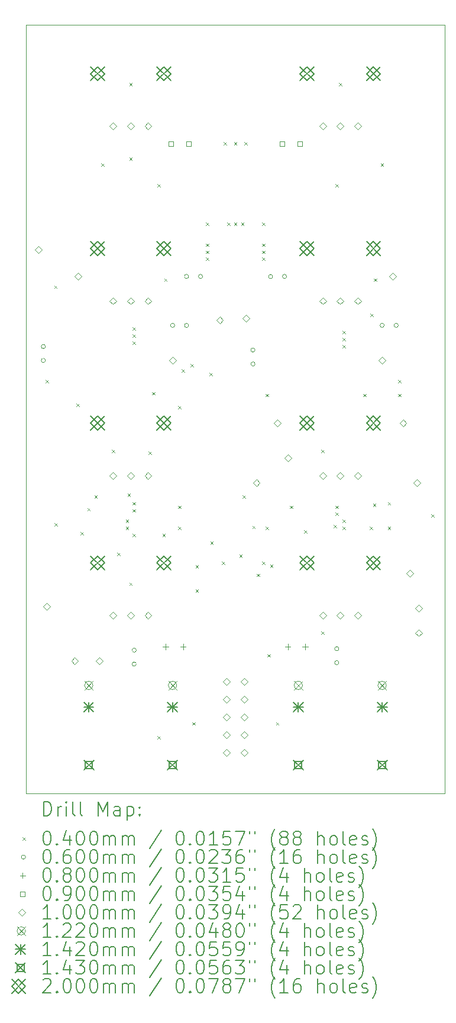
<source format=gbr>
%TF.GenerationSoftware,KiCad,Pcbnew,8.0.5*%
%TF.CreationDate,2025-01-12T14:31:16+01:00*%
%TF.ProjectId,ricochet,7269636f-6368-4657-942e-6b696361645f,rev?*%
%TF.SameCoordinates,Original*%
%TF.FileFunction,Drillmap*%
%TF.FilePolarity,Positive*%
%FSLAX45Y45*%
G04 Gerber Fmt 4.5, Leading zero omitted, Abs format (unit mm)*
G04 Created by KiCad (PCBNEW 8.0.5) date 2025-01-12 14:31:16*
%MOMM*%
%LPD*%
G01*
G04 APERTURE LIST*
%ADD10C,0.100000*%
%ADD11C,0.200000*%
%ADD12C,0.122000*%
%ADD13C,0.142000*%
%ADD14C,0.143000*%
G04 APERTURE END LIST*
D10*
X5000000Y-5000000D02*
X11000000Y-5000000D01*
X11000000Y-16000000D01*
X5000000Y-16000000D01*
X5000000Y-5000000D01*
D11*
D10*
X5280000Y-10080000D02*
X5320000Y-10120000D01*
X5320000Y-10080000D02*
X5280000Y-10120000D01*
X5405000Y-8730000D02*
X5445000Y-8770000D01*
X5445000Y-8730000D02*
X5405000Y-8770000D01*
X5410000Y-12130000D02*
X5450000Y-12170000D01*
X5450000Y-12130000D02*
X5410000Y-12170000D01*
X5720000Y-10420000D02*
X5760000Y-10460000D01*
X5760000Y-10420000D02*
X5720000Y-10460000D01*
X5780000Y-12255000D02*
X5820000Y-12295000D01*
X5820000Y-12255000D02*
X5780000Y-12295000D01*
X5880000Y-11915000D02*
X5920000Y-11955000D01*
X5920000Y-11915000D02*
X5880000Y-11955000D01*
X5980000Y-11730000D02*
X6020000Y-11770000D01*
X6020000Y-11730000D02*
X5980000Y-11770000D01*
X6080000Y-6980000D02*
X6120000Y-7020000D01*
X6120000Y-6980000D02*
X6080000Y-7020000D01*
X6230000Y-11080000D02*
X6270000Y-11120000D01*
X6270000Y-11080000D02*
X6230000Y-11120000D01*
X6305000Y-12555000D02*
X6345000Y-12595000D01*
X6345000Y-12555000D02*
X6305000Y-12595000D01*
X6430000Y-12080000D02*
X6470000Y-12120000D01*
X6470000Y-12080000D02*
X6430000Y-12120000D01*
X6430000Y-12180000D02*
X6470000Y-12220000D01*
X6470000Y-12180000D02*
X6430000Y-12220000D01*
X6455000Y-11705000D02*
X6495000Y-11745000D01*
X6495000Y-11705000D02*
X6455000Y-11745000D01*
X6480000Y-5830000D02*
X6520000Y-5870000D01*
X6520000Y-5830000D02*
X6480000Y-5870000D01*
X6480000Y-6895000D02*
X6520000Y-6935000D01*
X6520000Y-6895000D02*
X6480000Y-6935000D01*
X6480000Y-12980000D02*
X6520000Y-13020000D01*
X6520000Y-12980000D02*
X6480000Y-13020000D01*
X6530000Y-9330000D02*
X6570000Y-9370000D01*
X6570000Y-9330000D02*
X6530000Y-9370000D01*
X6530000Y-9430000D02*
X6570000Y-9470000D01*
X6570000Y-9430000D02*
X6530000Y-9470000D01*
X6530000Y-9530000D02*
X6570000Y-9570000D01*
X6570000Y-9530000D02*
X6530000Y-9570000D01*
X6530000Y-11830000D02*
X6570000Y-11870000D01*
X6570000Y-11830000D02*
X6530000Y-11870000D01*
X6530000Y-11930000D02*
X6570000Y-11970000D01*
X6570000Y-11930000D02*
X6530000Y-11970000D01*
X6530000Y-12280000D02*
X6570000Y-12320000D01*
X6570000Y-12280000D02*
X6530000Y-12320000D01*
X6755000Y-11105000D02*
X6795000Y-11145000D01*
X6795000Y-11105000D02*
X6755000Y-11145000D01*
X6805000Y-10255000D02*
X6845000Y-10295000D01*
X6845000Y-10255000D02*
X6805000Y-10295000D01*
X6880000Y-7280000D02*
X6920000Y-7320000D01*
X6920000Y-7280000D02*
X6880000Y-7320000D01*
X6880000Y-15180000D02*
X6920000Y-15220000D01*
X6920000Y-15180000D02*
X6880000Y-15220000D01*
X6955000Y-12280000D02*
X6995000Y-12320000D01*
X6995000Y-12280000D02*
X6955000Y-12320000D01*
X6980000Y-8630000D02*
X7020000Y-8670000D01*
X7020000Y-8630000D02*
X6980000Y-8670000D01*
X7180000Y-10455000D02*
X7220000Y-10495000D01*
X7220000Y-10455000D02*
X7180000Y-10495000D01*
X7180000Y-11880000D02*
X7220000Y-11920000D01*
X7220000Y-11880000D02*
X7180000Y-11920000D01*
X7180000Y-12180000D02*
X7220000Y-12220000D01*
X7220000Y-12180000D02*
X7180000Y-12220000D01*
X7230000Y-9930000D02*
X7270000Y-9970000D01*
X7270000Y-9930000D02*
X7230000Y-9970000D01*
X7355000Y-9855000D02*
X7395000Y-9895000D01*
X7395000Y-9855000D02*
X7355000Y-9895000D01*
X7380000Y-14980000D02*
X7420000Y-15020000D01*
X7420000Y-14980000D02*
X7380000Y-15020000D01*
X7428630Y-13080000D02*
X7468630Y-13120000D01*
X7468630Y-13080000D02*
X7428630Y-13120000D01*
X7430000Y-12730000D02*
X7470000Y-12770000D01*
X7470000Y-12730000D02*
X7430000Y-12770000D01*
X7580000Y-7830000D02*
X7620000Y-7870000D01*
X7620000Y-7830000D02*
X7580000Y-7870000D01*
X7580000Y-8130000D02*
X7620000Y-8170000D01*
X7620000Y-8130000D02*
X7580000Y-8170000D01*
X7580000Y-8230000D02*
X7620000Y-8270000D01*
X7620000Y-8230000D02*
X7580000Y-8270000D01*
X7580000Y-8330000D02*
X7620000Y-8370000D01*
X7620000Y-8330000D02*
X7580000Y-8370000D01*
X7630000Y-9980000D02*
X7670000Y-10020000D01*
X7670000Y-9980000D02*
X7630000Y-10020000D01*
X7640000Y-12390000D02*
X7680000Y-12430000D01*
X7680000Y-12390000D02*
X7640000Y-12430000D01*
X7805000Y-12680000D02*
X7845000Y-12720000D01*
X7845000Y-12680000D02*
X7805000Y-12720000D01*
X7830000Y-6680000D02*
X7870000Y-6720000D01*
X7870000Y-6680000D02*
X7830000Y-6720000D01*
X7880000Y-7830000D02*
X7920000Y-7870000D01*
X7920000Y-7830000D02*
X7880000Y-7870000D01*
X7980000Y-6680000D02*
X8020000Y-6720000D01*
X8020000Y-6680000D02*
X7980000Y-6720000D01*
X7980000Y-7830000D02*
X8020000Y-7870000D01*
X8020000Y-7830000D02*
X7980000Y-7870000D01*
X8055000Y-12580000D02*
X8095000Y-12620000D01*
X8095000Y-12580000D02*
X8055000Y-12620000D01*
X8080000Y-7830000D02*
X8120000Y-7870000D01*
X8120000Y-7830000D02*
X8080000Y-7870000D01*
X8105000Y-11730000D02*
X8145000Y-11770000D01*
X8145000Y-11730000D02*
X8105000Y-11770000D01*
X8130000Y-6680000D02*
X8170000Y-6720000D01*
X8170000Y-6680000D02*
X8130000Y-6720000D01*
X8242500Y-12167500D02*
X8282500Y-12207500D01*
X8282500Y-12167500D02*
X8242500Y-12207500D01*
X8305000Y-12855000D02*
X8345000Y-12895000D01*
X8345000Y-12855000D02*
X8305000Y-12895000D01*
X8380000Y-7830000D02*
X8420000Y-7870000D01*
X8420000Y-7830000D02*
X8380000Y-7870000D01*
X8380000Y-8130000D02*
X8420000Y-8170000D01*
X8420000Y-8130000D02*
X8380000Y-8170000D01*
X8380000Y-8230000D02*
X8420000Y-8270000D01*
X8420000Y-8230000D02*
X8380000Y-8270000D01*
X8380000Y-8330000D02*
X8420000Y-8370000D01*
X8420000Y-8330000D02*
X8380000Y-8370000D01*
X8380000Y-12680000D02*
X8420000Y-12720000D01*
X8420000Y-12680000D02*
X8380000Y-12720000D01*
X8430000Y-10280000D02*
X8470000Y-10320000D01*
X8470000Y-10280000D02*
X8430000Y-10320000D01*
X8430000Y-12180000D02*
X8470000Y-12220000D01*
X8470000Y-12180000D02*
X8430000Y-12220000D01*
X8455000Y-14005000D02*
X8495000Y-14045000D01*
X8495000Y-14005000D02*
X8455000Y-14045000D01*
X8496655Y-12721655D02*
X8536655Y-12761655D01*
X8536655Y-12721655D02*
X8496655Y-12761655D01*
X8580000Y-14980000D02*
X8620000Y-15020000D01*
X8620000Y-14980000D02*
X8580000Y-15020000D01*
X8780000Y-11880000D02*
X8820000Y-11920000D01*
X8820000Y-11880000D02*
X8780000Y-11920000D01*
X8980000Y-12230000D02*
X9020000Y-12270000D01*
X9020000Y-12230000D02*
X8980000Y-12270000D01*
X9230000Y-11080000D02*
X9270000Y-11120000D01*
X9270000Y-11080000D02*
X9230000Y-11120000D01*
X9230000Y-13680000D02*
X9270000Y-13720000D01*
X9270000Y-13680000D02*
X9230000Y-13720000D01*
X9405000Y-12155000D02*
X9445000Y-12195000D01*
X9445000Y-12155000D02*
X9405000Y-12195000D01*
X9430000Y-7280000D02*
X9470000Y-7320000D01*
X9470000Y-7280000D02*
X9430000Y-7320000D01*
X9430000Y-11880000D02*
X9470000Y-11920000D01*
X9470000Y-11880000D02*
X9430000Y-11920000D01*
X9430000Y-11980000D02*
X9470000Y-12020000D01*
X9470000Y-11980000D02*
X9430000Y-12020000D01*
X9480000Y-5830000D02*
X9520000Y-5870000D01*
X9520000Y-5830000D02*
X9480000Y-5870000D01*
X9530000Y-9380000D02*
X9570000Y-9420000D01*
X9570000Y-9380000D02*
X9530000Y-9420000D01*
X9530000Y-9480000D02*
X9570000Y-9520000D01*
X9570000Y-9480000D02*
X9530000Y-9520000D01*
X9530000Y-9580000D02*
X9570000Y-9620000D01*
X9570000Y-9580000D02*
X9530000Y-9620000D01*
X9530000Y-12080000D02*
X9570000Y-12120000D01*
X9570000Y-12080000D02*
X9530000Y-12120000D01*
X9530000Y-12180000D02*
X9570000Y-12220000D01*
X9570000Y-12180000D02*
X9530000Y-12220000D01*
X9830000Y-10280000D02*
X9870000Y-10320000D01*
X9870000Y-10280000D02*
X9830000Y-10320000D01*
X9920000Y-12180000D02*
X9960000Y-12220000D01*
X9960000Y-12180000D02*
X9920000Y-12220000D01*
X9930000Y-9130000D02*
X9970000Y-9170000D01*
X9970000Y-9130000D02*
X9930000Y-9170000D01*
X9970000Y-11850000D02*
X10010000Y-11890000D01*
X10010000Y-11850000D02*
X9970000Y-11890000D01*
X9980000Y-8630000D02*
X10020000Y-8670000D01*
X10020000Y-8630000D02*
X9980000Y-8670000D01*
X10080000Y-6980000D02*
X10120000Y-7020000D01*
X10120000Y-6980000D02*
X10080000Y-7020000D01*
X10180000Y-11830000D02*
X10220000Y-11870000D01*
X10220000Y-11830000D02*
X10180000Y-11870000D01*
X10180000Y-12180000D02*
X10220000Y-12220000D01*
X10220000Y-12180000D02*
X10180000Y-12220000D01*
X10330000Y-10080000D02*
X10370000Y-10120000D01*
X10370000Y-10080000D02*
X10330000Y-10120000D01*
X10330000Y-10280000D02*
X10370000Y-10320000D01*
X10370000Y-10280000D02*
X10330000Y-10320000D01*
X10805000Y-12005000D02*
X10845000Y-12045000D01*
X10845000Y-12005000D02*
X10805000Y-12045000D01*
X5280000Y-9602740D02*
G75*
G02*
X5220000Y-9602740I-30000J0D01*
G01*
X5220000Y-9602740D02*
G75*
G02*
X5280000Y-9602740I30000J0D01*
G01*
X5280000Y-9802740D02*
G75*
G02*
X5220000Y-9802740I-30000J0D01*
G01*
X5220000Y-9802740D02*
G75*
G02*
X5280000Y-9802740I30000J0D01*
G01*
X6580000Y-13947260D02*
G75*
G02*
X6520000Y-13947260I-30000J0D01*
G01*
X6520000Y-13947260D02*
G75*
G02*
X6580000Y-13947260I30000J0D01*
G01*
X6580000Y-14147260D02*
G75*
G02*
X6520000Y-14147260I-30000J0D01*
G01*
X6520000Y-14147260D02*
G75*
G02*
X6580000Y-14147260I30000J0D01*
G01*
X7130000Y-9300000D02*
G75*
G02*
X7070000Y-9300000I-30000J0D01*
G01*
X7070000Y-9300000D02*
G75*
G02*
X7130000Y-9300000I30000J0D01*
G01*
X7330000Y-8600000D02*
G75*
G02*
X7270000Y-8600000I-30000J0D01*
G01*
X7270000Y-8600000D02*
G75*
G02*
X7330000Y-8600000I30000J0D01*
G01*
X7330000Y-9300000D02*
G75*
G02*
X7270000Y-9300000I-30000J0D01*
G01*
X7270000Y-9300000D02*
G75*
G02*
X7330000Y-9300000I30000J0D01*
G01*
X7530000Y-8600000D02*
G75*
G02*
X7470000Y-8600000I-30000J0D01*
G01*
X7470000Y-8600000D02*
G75*
G02*
X7530000Y-8600000I30000J0D01*
G01*
X8280000Y-9652740D02*
G75*
G02*
X8220000Y-9652740I-30000J0D01*
G01*
X8220000Y-9652740D02*
G75*
G02*
X8280000Y-9652740I30000J0D01*
G01*
X8280000Y-9852740D02*
G75*
G02*
X8220000Y-9852740I-30000J0D01*
G01*
X8220000Y-9852740D02*
G75*
G02*
X8280000Y-9852740I30000J0D01*
G01*
X8532740Y-8600000D02*
G75*
G02*
X8472740Y-8600000I-30000J0D01*
G01*
X8472740Y-8600000D02*
G75*
G02*
X8532740Y-8600000I30000J0D01*
G01*
X8732740Y-8600000D02*
G75*
G02*
X8672740Y-8600000I-30000J0D01*
G01*
X8672740Y-8600000D02*
G75*
G02*
X8732740Y-8600000I30000J0D01*
G01*
X9480000Y-13927740D02*
G75*
G02*
X9420000Y-13927740I-30000J0D01*
G01*
X9420000Y-13927740D02*
G75*
G02*
X9480000Y-13927740I30000J0D01*
G01*
X9480000Y-14127740D02*
G75*
G02*
X9420000Y-14127740I-30000J0D01*
G01*
X9420000Y-14127740D02*
G75*
G02*
X9480000Y-14127740I30000J0D01*
G01*
X10130000Y-9300000D02*
G75*
G02*
X10070000Y-9300000I-30000J0D01*
G01*
X10070000Y-9300000D02*
G75*
G02*
X10130000Y-9300000I30000J0D01*
G01*
X10330000Y-9300000D02*
G75*
G02*
X10270000Y-9300000I-30000J0D01*
G01*
X10270000Y-9300000D02*
G75*
G02*
X10330000Y-9300000I30000J0D01*
G01*
X7000000Y-13860000D02*
X7000000Y-13940000D01*
X6960000Y-13900000D02*
X7040000Y-13900000D01*
X7250000Y-13860000D02*
X7250000Y-13940000D01*
X7210000Y-13900000D02*
X7290000Y-13900000D01*
X8750000Y-13860000D02*
X8750000Y-13940000D01*
X8710000Y-13900000D02*
X8790000Y-13900000D01*
X9000000Y-13860000D02*
X9000000Y-13940000D01*
X8960000Y-13900000D02*
X9040000Y-13900000D01*
X7108820Y-6731820D02*
X7108820Y-6668180D01*
X7045180Y-6668180D01*
X7045180Y-6731820D01*
X7108820Y-6731820D01*
X7362820Y-6731820D02*
X7362820Y-6668180D01*
X7299180Y-6668180D01*
X7299180Y-6731820D01*
X7362820Y-6731820D01*
X8700820Y-6731820D02*
X8700820Y-6668180D01*
X8637180Y-6668180D01*
X8637180Y-6731820D01*
X8700820Y-6731820D01*
X8954820Y-6731820D02*
X8954820Y-6668180D01*
X8891180Y-6668180D01*
X8891180Y-6731820D01*
X8954820Y-6731820D01*
X5180000Y-8270000D02*
X5230000Y-8220000D01*
X5180000Y-8170000D01*
X5130000Y-8220000D01*
X5180000Y-8270000D01*
X5300000Y-13375000D02*
X5350000Y-13325000D01*
X5300000Y-13275000D01*
X5250000Y-13325000D01*
X5300000Y-13375000D01*
X5700000Y-14150000D02*
X5750000Y-14100000D01*
X5700000Y-14050000D01*
X5650000Y-14100000D01*
X5700000Y-14150000D01*
X5750000Y-8650000D02*
X5800000Y-8600000D01*
X5750000Y-8550000D01*
X5700000Y-8600000D01*
X5750000Y-8650000D01*
X6050000Y-14150000D02*
X6100000Y-14100000D01*
X6050000Y-14050000D01*
X6000000Y-14100000D01*
X6050000Y-14150000D01*
X6250000Y-6500000D02*
X6300000Y-6450000D01*
X6250000Y-6400000D01*
X6200000Y-6450000D01*
X6250000Y-6500000D01*
X6250000Y-9000000D02*
X6300000Y-8950000D01*
X6250000Y-8900000D01*
X6200000Y-8950000D01*
X6250000Y-9000000D01*
X6250000Y-11500000D02*
X6300000Y-11450000D01*
X6250000Y-11400000D01*
X6200000Y-11450000D01*
X6250000Y-11500000D01*
X6250000Y-13500000D02*
X6300000Y-13450000D01*
X6250000Y-13400000D01*
X6200000Y-13450000D01*
X6250000Y-13500000D01*
X6500000Y-6500000D02*
X6550000Y-6450000D01*
X6500000Y-6400000D01*
X6450000Y-6450000D01*
X6500000Y-6500000D01*
X6500000Y-9000000D02*
X6550000Y-8950000D01*
X6500000Y-8900000D01*
X6450000Y-8950000D01*
X6500000Y-9000000D01*
X6500000Y-11500000D02*
X6550000Y-11450000D01*
X6500000Y-11400000D01*
X6450000Y-11450000D01*
X6500000Y-11500000D01*
X6500000Y-13500000D02*
X6550000Y-13450000D01*
X6500000Y-13400000D01*
X6450000Y-13450000D01*
X6500000Y-13500000D01*
X6750000Y-6500000D02*
X6800000Y-6450000D01*
X6750000Y-6400000D01*
X6700000Y-6450000D01*
X6750000Y-6500000D01*
X6750000Y-9000000D02*
X6800000Y-8950000D01*
X6750000Y-8900000D01*
X6700000Y-8950000D01*
X6750000Y-9000000D01*
X6750000Y-11500000D02*
X6800000Y-11450000D01*
X6750000Y-11400000D01*
X6700000Y-11450000D01*
X6750000Y-11500000D01*
X6750000Y-13500000D02*
X6800000Y-13450000D01*
X6750000Y-13400000D01*
X6700000Y-13450000D01*
X6750000Y-13500000D01*
X7100000Y-9850000D02*
X7150000Y-9800000D01*
X7100000Y-9750000D01*
X7050000Y-9800000D01*
X7100000Y-9850000D01*
X7775000Y-9275000D02*
X7825000Y-9225000D01*
X7775000Y-9175000D01*
X7725000Y-9225000D01*
X7775000Y-9275000D01*
X7871000Y-14450000D02*
X7921000Y-14400000D01*
X7871000Y-14350000D01*
X7821000Y-14400000D01*
X7871000Y-14450000D01*
X7871000Y-14704000D02*
X7921000Y-14654000D01*
X7871000Y-14604000D01*
X7821000Y-14654000D01*
X7871000Y-14704000D01*
X7871000Y-14958000D02*
X7921000Y-14908000D01*
X7871000Y-14858000D01*
X7821000Y-14908000D01*
X7871000Y-14958000D01*
X7871000Y-15212000D02*
X7921000Y-15162000D01*
X7871000Y-15112000D01*
X7821000Y-15162000D01*
X7871000Y-15212000D01*
X7871000Y-15466000D02*
X7921000Y-15416000D01*
X7871000Y-15366000D01*
X7821000Y-15416000D01*
X7871000Y-15466000D01*
X8125000Y-14450000D02*
X8175000Y-14400000D01*
X8125000Y-14350000D01*
X8075000Y-14400000D01*
X8125000Y-14450000D01*
X8125000Y-14704000D02*
X8175000Y-14654000D01*
X8125000Y-14604000D01*
X8075000Y-14654000D01*
X8125000Y-14704000D01*
X8125000Y-14958000D02*
X8175000Y-14908000D01*
X8125000Y-14858000D01*
X8075000Y-14908000D01*
X8125000Y-14958000D01*
X8125000Y-15212000D02*
X8175000Y-15162000D01*
X8125000Y-15112000D01*
X8075000Y-15162000D01*
X8125000Y-15212000D01*
X8125000Y-15466000D02*
X8175000Y-15416000D01*
X8125000Y-15366000D01*
X8075000Y-15416000D01*
X8125000Y-15466000D01*
X8150000Y-9250000D02*
X8200000Y-9200000D01*
X8150000Y-9150000D01*
X8100000Y-9200000D01*
X8150000Y-9250000D01*
X8300000Y-11600000D02*
X8350000Y-11550000D01*
X8300000Y-11500000D01*
X8250000Y-11550000D01*
X8300000Y-11600000D01*
X8600000Y-10750000D02*
X8650000Y-10700000D01*
X8600000Y-10650000D01*
X8550000Y-10700000D01*
X8600000Y-10750000D01*
X8750000Y-11250000D02*
X8800000Y-11200000D01*
X8750000Y-11150000D01*
X8700000Y-11200000D01*
X8750000Y-11250000D01*
X9250000Y-6500000D02*
X9300000Y-6450000D01*
X9250000Y-6400000D01*
X9200000Y-6450000D01*
X9250000Y-6500000D01*
X9250000Y-9000000D02*
X9300000Y-8950000D01*
X9250000Y-8900000D01*
X9200000Y-8950000D01*
X9250000Y-9000000D01*
X9250000Y-11500000D02*
X9300000Y-11450000D01*
X9250000Y-11400000D01*
X9200000Y-11450000D01*
X9250000Y-11500000D01*
X9250000Y-13500000D02*
X9300000Y-13450000D01*
X9250000Y-13400000D01*
X9200000Y-13450000D01*
X9250000Y-13500000D01*
X9500000Y-6500000D02*
X9550000Y-6450000D01*
X9500000Y-6400000D01*
X9450000Y-6450000D01*
X9500000Y-6500000D01*
X9500000Y-9000000D02*
X9550000Y-8950000D01*
X9500000Y-8900000D01*
X9450000Y-8950000D01*
X9500000Y-9000000D01*
X9500000Y-11500000D02*
X9550000Y-11450000D01*
X9500000Y-11400000D01*
X9450000Y-11450000D01*
X9500000Y-11500000D01*
X9500000Y-13500000D02*
X9550000Y-13450000D01*
X9500000Y-13400000D01*
X9450000Y-13450000D01*
X9500000Y-13500000D01*
X9750000Y-6500000D02*
X9800000Y-6450000D01*
X9750000Y-6400000D01*
X9700000Y-6450000D01*
X9750000Y-6500000D01*
X9750000Y-9000000D02*
X9800000Y-8950000D01*
X9750000Y-8900000D01*
X9700000Y-8950000D01*
X9750000Y-9000000D01*
X9750000Y-11500000D02*
X9800000Y-11450000D01*
X9750000Y-11400000D01*
X9700000Y-11450000D01*
X9750000Y-11500000D01*
X9750000Y-13500000D02*
X9800000Y-13450000D01*
X9750000Y-13400000D01*
X9700000Y-13450000D01*
X9750000Y-13500000D01*
X10100000Y-9850000D02*
X10150000Y-9800000D01*
X10100000Y-9750000D01*
X10050000Y-9800000D01*
X10100000Y-9850000D01*
X10250000Y-8650000D02*
X10300000Y-8600000D01*
X10250000Y-8550000D01*
X10200000Y-8600000D01*
X10250000Y-8650000D01*
X10400000Y-10750000D02*
X10450000Y-10700000D01*
X10400000Y-10650000D01*
X10350000Y-10700000D01*
X10400000Y-10750000D01*
X10500000Y-12900000D02*
X10550000Y-12850000D01*
X10500000Y-12800000D01*
X10450000Y-12850000D01*
X10500000Y-12900000D01*
X10600000Y-11600000D02*
X10650000Y-11550000D01*
X10600000Y-11500000D01*
X10550000Y-11550000D01*
X10600000Y-11600000D01*
X10625000Y-13400000D02*
X10675000Y-13350000D01*
X10625000Y-13300000D01*
X10575000Y-13350000D01*
X10625000Y-13400000D01*
X10625000Y-13750000D02*
X10675000Y-13700000D01*
X10625000Y-13650000D01*
X10575000Y-13700000D01*
X10625000Y-13750000D01*
D12*
X5839000Y-14391000D02*
X5961000Y-14513000D01*
X5961000Y-14391000D02*
X5839000Y-14513000D01*
X5961000Y-14452000D02*
G75*
G02*
X5839000Y-14452000I-61000J0D01*
G01*
X5839000Y-14452000D02*
G75*
G02*
X5961000Y-14452000I61000J0D01*
G01*
X7039000Y-14391000D02*
X7161000Y-14513000D01*
X7161000Y-14391000D02*
X7039000Y-14513000D01*
X7161000Y-14452000D02*
G75*
G02*
X7039000Y-14452000I-61000J0D01*
G01*
X7039000Y-14452000D02*
G75*
G02*
X7161000Y-14452000I61000J0D01*
G01*
X8839000Y-14391000D02*
X8961000Y-14513000D01*
X8961000Y-14391000D02*
X8839000Y-14513000D01*
X8961000Y-14452000D02*
G75*
G02*
X8839000Y-14452000I-61000J0D01*
G01*
X8839000Y-14452000D02*
G75*
G02*
X8961000Y-14452000I61000J0D01*
G01*
X10039000Y-14391000D02*
X10161000Y-14513000D01*
X10161000Y-14391000D02*
X10039000Y-14513000D01*
X10161000Y-14452000D02*
G75*
G02*
X10039000Y-14452000I-61000J0D01*
G01*
X10039000Y-14452000D02*
G75*
G02*
X10161000Y-14452000I61000J0D01*
G01*
D13*
X5829000Y-14691000D02*
X5971000Y-14833000D01*
X5971000Y-14691000D02*
X5829000Y-14833000D01*
X5900000Y-14691000D02*
X5900000Y-14833000D01*
X5829000Y-14762000D02*
X5971000Y-14762000D01*
X7029000Y-14691000D02*
X7171000Y-14833000D01*
X7171000Y-14691000D02*
X7029000Y-14833000D01*
X7100000Y-14691000D02*
X7100000Y-14833000D01*
X7029000Y-14762000D02*
X7171000Y-14762000D01*
X8829000Y-14691000D02*
X8971000Y-14833000D01*
X8971000Y-14691000D02*
X8829000Y-14833000D01*
X8900000Y-14691000D02*
X8900000Y-14833000D01*
X8829000Y-14762000D02*
X8971000Y-14762000D01*
X10029000Y-14691000D02*
X10171000Y-14833000D01*
X10171000Y-14691000D02*
X10029000Y-14833000D01*
X10100000Y-14691000D02*
X10100000Y-14833000D01*
X10029000Y-14762000D02*
X10171000Y-14762000D01*
D14*
X5828500Y-15520500D02*
X5971500Y-15663500D01*
X5971500Y-15520500D02*
X5828500Y-15663500D01*
X5950559Y-15642559D02*
X5950559Y-15541441D01*
X5849441Y-15541441D01*
X5849441Y-15642559D01*
X5950559Y-15642559D01*
X7028500Y-15520500D02*
X7171500Y-15663500D01*
X7171500Y-15520500D02*
X7028500Y-15663500D01*
X7150559Y-15642559D02*
X7150559Y-15541441D01*
X7049441Y-15541441D01*
X7049441Y-15642559D01*
X7150559Y-15642559D01*
X8828500Y-15520500D02*
X8971500Y-15663500D01*
X8971500Y-15520500D02*
X8828500Y-15663500D01*
X8950559Y-15642559D02*
X8950559Y-15541441D01*
X8849441Y-15541441D01*
X8849441Y-15642559D01*
X8950559Y-15642559D01*
X10028500Y-15520500D02*
X10171500Y-15663500D01*
X10171500Y-15520500D02*
X10028500Y-15663500D01*
X10150559Y-15642559D02*
X10150559Y-15541441D01*
X10049441Y-15541441D01*
X10049441Y-15642559D01*
X10150559Y-15642559D01*
D11*
X5925000Y-5600000D02*
X6125000Y-5800000D01*
X6125000Y-5600000D02*
X5925000Y-5800000D01*
X6025000Y-5800000D02*
X6125000Y-5700000D01*
X6025000Y-5600000D01*
X5925000Y-5700000D01*
X6025000Y-5800000D01*
X5925000Y-8100000D02*
X6125000Y-8300000D01*
X6125000Y-8100000D02*
X5925000Y-8300000D01*
X6025000Y-8300000D02*
X6125000Y-8200000D01*
X6025000Y-8100000D01*
X5925000Y-8200000D01*
X6025000Y-8300000D01*
X5925000Y-10600000D02*
X6125000Y-10800000D01*
X6125000Y-10600000D02*
X5925000Y-10800000D01*
X6025000Y-10800000D02*
X6125000Y-10700000D01*
X6025000Y-10600000D01*
X5925000Y-10700000D01*
X6025000Y-10800000D01*
X5925000Y-12600000D02*
X6125000Y-12800000D01*
X6125000Y-12600000D02*
X5925000Y-12800000D01*
X6025000Y-12800000D02*
X6125000Y-12700000D01*
X6025000Y-12600000D01*
X5925000Y-12700000D01*
X6025000Y-12800000D01*
X6875000Y-5600000D02*
X7075000Y-5800000D01*
X7075000Y-5600000D02*
X6875000Y-5800000D01*
X6975000Y-5800000D02*
X7075000Y-5700000D01*
X6975000Y-5600000D01*
X6875000Y-5700000D01*
X6975000Y-5800000D01*
X6875000Y-8100000D02*
X7075000Y-8300000D01*
X7075000Y-8100000D02*
X6875000Y-8300000D01*
X6975000Y-8300000D02*
X7075000Y-8200000D01*
X6975000Y-8100000D01*
X6875000Y-8200000D01*
X6975000Y-8300000D01*
X6875000Y-10600000D02*
X7075000Y-10800000D01*
X7075000Y-10600000D02*
X6875000Y-10800000D01*
X6975000Y-10800000D02*
X7075000Y-10700000D01*
X6975000Y-10600000D01*
X6875000Y-10700000D01*
X6975000Y-10800000D01*
X6875000Y-12600000D02*
X7075000Y-12800000D01*
X7075000Y-12600000D02*
X6875000Y-12800000D01*
X6975000Y-12800000D02*
X7075000Y-12700000D01*
X6975000Y-12600000D01*
X6875000Y-12700000D01*
X6975000Y-12800000D01*
X8925000Y-5600000D02*
X9125000Y-5800000D01*
X9125000Y-5600000D02*
X8925000Y-5800000D01*
X9025000Y-5800000D02*
X9125000Y-5700000D01*
X9025000Y-5600000D01*
X8925000Y-5700000D01*
X9025000Y-5800000D01*
X8925000Y-8100000D02*
X9125000Y-8300000D01*
X9125000Y-8100000D02*
X8925000Y-8300000D01*
X9025000Y-8300000D02*
X9125000Y-8200000D01*
X9025000Y-8100000D01*
X8925000Y-8200000D01*
X9025000Y-8300000D01*
X8925000Y-10600000D02*
X9125000Y-10800000D01*
X9125000Y-10600000D02*
X8925000Y-10800000D01*
X9025000Y-10800000D02*
X9125000Y-10700000D01*
X9025000Y-10600000D01*
X8925000Y-10700000D01*
X9025000Y-10800000D01*
X8925000Y-12600000D02*
X9125000Y-12800000D01*
X9125000Y-12600000D02*
X8925000Y-12800000D01*
X9025000Y-12800000D02*
X9125000Y-12700000D01*
X9025000Y-12600000D01*
X8925000Y-12700000D01*
X9025000Y-12800000D01*
X9875000Y-5600000D02*
X10075000Y-5800000D01*
X10075000Y-5600000D02*
X9875000Y-5800000D01*
X9975000Y-5800000D02*
X10075000Y-5700000D01*
X9975000Y-5600000D01*
X9875000Y-5700000D01*
X9975000Y-5800000D01*
X9875000Y-8100000D02*
X10075000Y-8300000D01*
X10075000Y-8100000D02*
X9875000Y-8300000D01*
X9975000Y-8300000D02*
X10075000Y-8200000D01*
X9975000Y-8100000D01*
X9875000Y-8200000D01*
X9975000Y-8300000D01*
X9875000Y-10600000D02*
X10075000Y-10800000D01*
X10075000Y-10600000D02*
X9875000Y-10800000D01*
X9975000Y-10800000D02*
X10075000Y-10700000D01*
X9975000Y-10600000D01*
X9875000Y-10700000D01*
X9975000Y-10800000D01*
X9875000Y-12600000D02*
X10075000Y-12800000D01*
X10075000Y-12600000D02*
X9875000Y-12800000D01*
X9975000Y-12800000D02*
X10075000Y-12700000D01*
X9975000Y-12600000D01*
X9875000Y-12700000D01*
X9975000Y-12800000D01*
X5255777Y-16316484D02*
X5255777Y-16116484D01*
X5255777Y-16116484D02*
X5303396Y-16116484D01*
X5303396Y-16116484D02*
X5331967Y-16126008D01*
X5331967Y-16126008D02*
X5351015Y-16145055D01*
X5351015Y-16145055D02*
X5360539Y-16164103D01*
X5360539Y-16164103D02*
X5370063Y-16202198D01*
X5370063Y-16202198D02*
X5370063Y-16230769D01*
X5370063Y-16230769D02*
X5360539Y-16268865D01*
X5360539Y-16268865D02*
X5351015Y-16287912D01*
X5351015Y-16287912D02*
X5331967Y-16306960D01*
X5331967Y-16306960D02*
X5303396Y-16316484D01*
X5303396Y-16316484D02*
X5255777Y-16316484D01*
X5455777Y-16316484D02*
X5455777Y-16183150D01*
X5455777Y-16221246D02*
X5465301Y-16202198D01*
X5465301Y-16202198D02*
X5474824Y-16192674D01*
X5474824Y-16192674D02*
X5493872Y-16183150D01*
X5493872Y-16183150D02*
X5512920Y-16183150D01*
X5579586Y-16316484D02*
X5579586Y-16183150D01*
X5579586Y-16116484D02*
X5570063Y-16126008D01*
X5570063Y-16126008D02*
X5579586Y-16135531D01*
X5579586Y-16135531D02*
X5589110Y-16126008D01*
X5589110Y-16126008D02*
X5579586Y-16116484D01*
X5579586Y-16116484D02*
X5579586Y-16135531D01*
X5703396Y-16316484D02*
X5684348Y-16306960D01*
X5684348Y-16306960D02*
X5674824Y-16287912D01*
X5674824Y-16287912D02*
X5674824Y-16116484D01*
X5808158Y-16316484D02*
X5789110Y-16306960D01*
X5789110Y-16306960D02*
X5779586Y-16287912D01*
X5779586Y-16287912D02*
X5779586Y-16116484D01*
X6036729Y-16316484D02*
X6036729Y-16116484D01*
X6036729Y-16116484D02*
X6103396Y-16259341D01*
X6103396Y-16259341D02*
X6170062Y-16116484D01*
X6170062Y-16116484D02*
X6170062Y-16316484D01*
X6351015Y-16316484D02*
X6351015Y-16211722D01*
X6351015Y-16211722D02*
X6341491Y-16192674D01*
X6341491Y-16192674D02*
X6322443Y-16183150D01*
X6322443Y-16183150D02*
X6284348Y-16183150D01*
X6284348Y-16183150D02*
X6265301Y-16192674D01*
X6351015Y-16306960D02*
X6331967Y-16316484D01*
X6331967Y-16316484D02*
X6284348Y-16316484D01*
X6284348Y-16316484D02*
X6265301Y-16306960D01*
X6265301Y-16306960D02*
X6255777Y-16287912D01*
X6255777Y-16287912D02*
X6255777Y-16268865D01*
X6255777Y-16268865D02*
X6265301Y-16249817D01*
X6265301Y-16249817D02*
X6284348Y-16240293D01*
X6284348Y-16240293D02*
X6331967Y-16240293D01*
X6331967Y-16240293D02*
X6351015Y-16230769D01*
X6446253Y-16183150D02*
X6446253Y-16383150D01*
X6446253Y-16192674D02*
X6465301Y-16183150D01*
X6465301Y-16183150D02*
X6503396Y-16183150D01*
X6503396Y-16183150D02*
X6522443Y-16192674D01*
X6522443Y-16192674D02*
X6531967Y-16202198D01*
X6531967Y-16202198D02*
X6541491Y-16221246D01*
X6541491Y-16221246D02*
X6541491Y-16278388D01*
X6541491Y-16278388D02*
X6531967Y-16297436D01*
X6531967Y-16297436D02*
X6522443Y-16306960D01*
X6522443Y-16306960D02*
X6503396Y-16316484D01*
X6503396Y-16316484D02*
X6465301Y-16316484D01*
X6465301Y-16316484D02*
X6446253Y-16306960D01*
X6627205Y-16297436D02*
X6636729Y-16306960D01*
X6636729Y-16306960D02*
X6627205Y-16316484D01*
X6627205Y-16316484D02*
X6617682Y-16306960D01*
X6617682Y-16306960D02*
X6627205Y-16297436D01*
X6627205Y-16297436D02*
X6627205Y-16316484D01*
X6627205Y-16192674D02*
X6636729Y-16202198D01*
X6636729Y-16202198D02*
X6627205Y-16211722D01*
X6627205Y-16211722D02*
X6617682Y-16202198D01*
X6617682Y-16202198D02*
X6627205Y-16192674D01*
X6627205Y-16192674D02*
X6627205Y-16211722D01*
D10*
X4955000Y-16625000D02*
X4995000Y-16665000D01*
X4995000Y-16625000D02*
X4955000Y-16665000D01*
D11*
X5293872Y-16536484D02*
X5312920Y-16536484D01*
X5312920Y-16536484D02*
X5331967Y-16546008D01*
X5331967Y-16546008D02*
X5341491Y-16555531D01*
X5341491Y-16555531D02*
X5351015Y-16574579D01*
X5351015Y-16574579D02*
X5360539Y-16612674D01*
X5360539Y-16612674D02*
X5360539Y-16660293D01*
X5360539Y-16660293D02*
X5351015Y-16698388D01*
X5351015Y-16698388D02*
X5341491Y-16717436D01*
X5341491Y-16717436D02*
X5331967Y-16726960D01*
X5331967Y-16726960D02*
X5312920Y-16736484D01*
X5312920Y-16736484D02*
X5293872Y-16736484D01*
X5293872Y-16736484D02*
X5274824Y-16726960D01*
X5274824Y-16726960D02*
X5265301Y-16717436D01*
X5265301Y-16717436D02*
X5255777Y-16698388D01*
X5255777Y-16698388D02*
X5246253Y-16660293D01*
X5246253Y-16660293D02*
X5246253Y-16612674D01*
X5246253Y-16612674D02*
X5255777Y-16574579D01*
X5255777Y-16574579D02*
X5265301Y-16555531D01*
X5265301Y-16555531D02*
X5274824Y-16546008D01*
X5274824Y-16546008D02*
X5293872Y-16536484D01*
X5446253Y-16717436D02*
X5455777Y-16726960D01*
X5455777Y-16726960D02*
X5446253Y-16736484D01*
X5446253Y-16736484D02*
X5436729Y-16726960D01*
X5436729Y-16726960D02*
X5446253Y-16717436D01*
X5446253Y-16717436D02*
X5446253Y-16736484D01*
X5627205Y-16603150D02*
X5627205Y-16736484D01*
X5579586Y-16526960D02*
X5531967Y-16669817D01*
X5531967Y-16669817D02*
X5655777Y-16669817D01*
X5770062Y-16536484D02*
X5789110Y-16536484D01*
X5789110Y-16536484D02*
X5808158Y-16546008D01*
X5808158Y-16546008D02*
X5817682Y-16555531D01*
X5817682Y-16555531D02*
X5827205Y-16574579D01*
X5827205Y-16574579D02*
X5836729Y-16612674D01*
X5836729Y-16612674D02*
X5836729Y-16660293D01*
X5836729Y-16660293D02*
X5827205Y-16698388D01*
X5827205Y-16698388D02*
X5817682Y-16717436D01*
X5817682Y-16717436D02*
X5808158Y-16726960D01*
X5808158Y-16726960D02*
X5789110Y-16736484D01*
X5789110Y-16736484D02*
X5770062Y-16736484D01*
X5770062Y-16736484D02*
X5751015Y-16726960D01*
X5751015Y-16726960D02*
X5741491Y-16717436D01*
X5741491Y-16717436D02*
X5731967Y-16698388D01*
X5731967Y-16698388D02*
X5722443Y-16660293D01*
X5722443Y-16660293D02*
X5722443Y-16612674D01*
X5722443Y-16612674D02*
X5731967Y-16574579D01*
X5731967Y-16574579D02*
X5741491Y-16555531D01*
X5741491Y-16555531D02*
X5751015Y-16546008D01*
X5751015Y-16546008D02*
X5770062Y-16536484D01*
X5960539Y-16536484D02*
X5979586Y-16536484D01*
X5979586Y-16536484D02*
X5998634Y-16546008D01*
X5998634Y-16546008D02*
X6008158Y-16555531D01*
X6008158Y-16555531D02*
X6017682Y-16574579D01*
X6017682Y-16574579D02*
X6027205Y-16612674D01*
X6027205Y-16612674D02*
X6027205Y-16660293D01*
X6027205Y-16660293D02*
X6017682Y-16698388D01*
X6017682Y-16698388D02*
X6008158Y-16717436D01*
X6008158Y-16717436D02*
X5998634Y-16726960D01*
X5998634Y-16726960D02*
X5979586Y-16736484D01*
X5979586Y-16736484D02*
X5960539Y-16736484D01*
X5960539Y-16736484D02*
X5941491Y-16726960D01*
X5941491Y-16726960D02*
X5931967Y-16717436D01*
X5931967Y-16717436D02*
X5922443Y-16698388D01*
X5922443Y-16698388D02*
X5912920Y-16660293D01*
X5912920Y-16660293D02*
X5912920Y-16612674D01*
X5912920Y-16612674D02*
X5922443Y-16574579D01*
X5922443Y-16574579D02*
X5931967Y-16555531D01*
X5931967Y-16555531D02*
X5941491Y-16546008D01*
X5941491Y-16546008D02*
X5960539Y-16536484D01*
X6112920Y-16736484D02*
X6112920Y-16603150D01*
X6112920Y-16622198D02*
X6122443Y-16612674D01*
X6122443Y-16612674D02*
X6141491Y-16603150D01*
X6141491Y-16603150D02*
X6170063Y-16603150D01*
X6170063Y-16603150D02*
X6189110Y-16612674D01*
X6189110Y-16612674D02*
X6198634Y-16631722D01*
X6198634Y-16631722D02*
X6198634Y-16736484D01*
X6198634Y-16631722D02*
X6208158Y-16612674D01*
X6208158Y-16612674D02*
X6227205Y-16603150D01*
X6227205Y-16603150D02*
X6255777Y-16603150D01*
X6255777Y-16603150D02*
X6274824Y-16612674D01*
X6274824Y-16612674D02*
X6284348Y-16631722D01*
X6284348Y-16631722D02*
X6284348Y-16736484D01*
X6379586Y-16736484D02*
X6379586Y-16603150D01*
X6379586Y-16622198D02*
X6389110Y-16612674D01*
X6389110Y-16612674D02*
X6408158Y-16603150D01*
X6408158Y-16603150D02*
X6436729Y-16603150D01*
X6436729Y-16603150D02*
X6455777Y-16612674D01*
X6455777Y-16612674D02*
X6465301Y-16631722D01*
X6465301Y-16631722D02*
X6465301Y-16736484D01*
X6465301Y-16631722D02*
X6474824Y-16612674D01*
X6474824Y-16612674D02*
X6493872Y-16603150D01*
X6493872Y-16603150D02*
X6522443Y-16603150D01*
X6522443Y-16603150D02*
X6541491Y-16612674D01*
X6541491Y-16612674D02*
X6551015Y-16631722D01*
X6551015Y-16631722D02*
X6551015Y-16736484D01*
X6941491Y-16526960D02*
X6770063Y-16784103D01*
X7198634Y-16536484D02*
X7217682Y-16536484D01*
X7217682Y-16536484D02*
X7236729Y-16546008D01*
X7236729Y-16546008D02*
X7246253Y-16555531D01*
X7246253Y-16555531D02*
X7255777Y-16574579D01*
X7255777Y-16574579D02*
X7265301Y-16612674D01*
X7265301Y-16612674D02*
X7265301Y-16660293D01*
X7265301Y-16660293D02*
X7255777Y-16698388D01*
X7255777Y-16698388D02*
X7246253Y-16717436D01*
X7246253Y-16717436D02*
X7236729Y-16726960D01*
X7236729Y-16726960D02*
X7217682Y-16736484D01*
X7217682Y-16736484D02*
X7198634Y-16736484D01*
X7198634Y-16736484D02*
X7179586Y-16726960D01*
X7179586Y-16726960D02*
X7170063Y-16717436D01*
X7170063Y-16717436D02*
X7160539Y-16698388D01*
X7160539Y-16698388D02*
X7151015Y-16660293D01*
X7151015Y-16660293D02*
X7151015Y-16612674D01*
X7151015Y-16612674D02*
X7160539Y-16574579D01*
X7160539Y-16574579D02*
X7170063Y-16555531D01*
X7170063Y-16555531D02*
X7179586Y-16546008D01*
X7179586Y-16546008D02*
X7198634Y-16536484D01*
X7351015Y-16717436D02*
X7360539Y-16726960D01*
X7360539Y-16726960D02*
X7351015Y-16736484D01*
X7351015Y-16736484D02*
X7341491Y-16726960D01*
X7341491Y-16726960D02*
X7351015Y-16717436D01*
X7351015Y-16717436D02*
X7351015Y-16736484D01*
X7484348Y-16536484D02*
X7503396Y-16536484D01*
X7503396Y-16536484D02*
X7522444Y-16546008D01*
X7522444Y-16546008D02*
X7531967Y-16555531D01*
X7531967Y-16555531D02*
X7541491Y-16574579D01*
X7541491Y-16574579D02*
X7551015Y-16612674D01*
X7551015Y-16612674D02*
X7551015Y-16660293D01*
X7551015Y-16660293D02*
X7541491Y-16698388D01*
X7541491Y-16698388D02*
X7531967Y-16717436D01*
X7531967Y-16717436D02*
X7522444Y-16726960D01*
X7522444Y-16726960D02*
X7503396Y-16736484D01*
X7503396Y-16736484D02*
X7484348Y-16736484D01*
X7484348Y-16736484D02*
X7465301Y-16726960D01*
X7465301Y-16726960D02*
X7455777Y-16717436D01*
X7455777Y-16717436D02*
X7446253Y-16698388D01*
X7446253Y-16698388D02*
X7436729Y-16660293D01*
X7436729Y-16660293D02*
X7436729Y-16612674D01*
X7436729Y-16612674D02*
X7446253Y-16574579D01*
X7446253Y-16574579D02*
X7455777Y-16555531D01*
X7455777Y-16555531D02*
X7465301Y-16546008D01*
X7465301Y-16546008D02*
X7484348Y-16536484D01*
X7741491Y-16736484D02*
X7627206Y-16736484D01*
X7684348Y-16736484D02*
X7684348Y-16536484D01*
X7684348Y-16536484D02*
X7665301Y-16565055D01*
X7665301Y-16565055D02*
X7646253Y-16584103D01*
X7646253Y-16584103D02*
X7627206Y-16593627D01*
X7922444Y-16536484D02*
X7827206Y-16536484D01*
X7827206Y-16536484D02*
X7817682Y-16631722D01*
X7817682Y-16631722D02*
X7827206Y-16622198D01*
X7827206Y-16622198D02*
X7846253Y-16612674D01*
X7846253Y-16612674D02*
X7893872Y-16612674D01*
X7893872Y-16612674D02*
X7912920Y-16622198D01*
X7912920Y-16622198D02*
X7922444Y-16631722D01*
X7922444Y-16631722D02*
X7931967Y-16650769D01*
X7931967Y-16650769D02*
X7931967Y-16698388D01*
X7931967Y-16698388D02*
X7922444Y-16717436D01*
X7922444Y-16717436D02*
X7912920Y-16726960D01*
X7912920Y-16726960D02*
X7893872Y-16736484D01*
X7893872Y-16736484D02*
X7846253Y-16736484D01*
X7846253Y-16736484D02*
X7827206Y-16726960D01*
X7827206Y-16726960D02*
X7817682Y-16717436D01*
X7998634Y-16536484D02*
X8131967Y-16536484D01*
X8131967Y-16536484D02*
X8046253Y-16736484D01*
X8198634Y-16536484D02*
X8198634Y-16574579D01*
X8274825Y-16536484D02*
X8274825Y-16574579D01*
X8570063Y-16812674D02*
X8560539Y-16803150D01*
X8560539Y-16803150D02*
X8541491Y-16774579D01*
X8541491Y-16774579D02*
X8531968Y-16755531D01*
X8531968Y-16755531D02*
X8522444Y-16726960D01*
X8522444Y-16726960D02*
X8512920Y-16679341D01*
X8512920Y-16679341D02*
X8512920Y-16641246D01*
X8512920Y-16641246D02*
X8522444Y-16593627D01*
X8522444Y-16593627D02*
X8531968Y-16565055D01*
X8531968Y-16565055D02*
X8541491Y-16546008D01*
X8541491Y-16546008D02*
X8560539Y-16517436D01*
X8560539Y-16517436D02*
X8570063Y-16507912D01*
X8674825Y-16622198D02*
X8655777Y-16612674D01*
X8655777Y-16612674D02*
X8646253Y-16603150D01*
X8646253Y-16603150D02*
X8636730Y-16584103D01*
X8636730Y-16584103D02*
X8636730Y-16574579D01*
X8636730Y-16574579D02*
X8646253Y-16555531D01*
X8646253Y-16555531D02*
X8655777Y-16546008D01*
X8655777Y-16546008D02*
X8674825Y-16536484D01*
X8674825Y-16536484D02*
X8712920Y-16536484D01*
X8712920Y-16536484D02*
X8731968Y-16546008D01*
X8731968Y-16546008D02*
X8741491Y-16555531D01*
X8741491Y-16555531D02*
X8751015Y-16574579D01*
X8751015Y-16574579D02*
X8751015Y-16584103D01*
X8751015Y-16584103D02*
X8741491Y-16603150D01*
X8741491Y-16603150D02*
X8731968Y-16612674D01*
X8731968Y-16612674D02*
X8712920Y-16622198D01*
X8712920Y-16622198D02*
X8674825Y-16622198D01*
X8674825Y-16622198D02*
X8655777Y-16631722D01*
X8655777Y-16631722D02*
X8646253Y-16641246D01*
X8646253Y-16641246D02*
X8636730Y-16660293D01*
X8636730Y-16660293D02*
X8636730Y-16698388D01*
X8636730Y-16698388D02*
X8646253Y-16717436D01*
X8646253Y-16717436D02*
X8655777Y-16726960D01*
X8655777Y-16726960D02*
X8674825Y-16736484D01*
X8674825Y-16736484D02*
X8712920Y-16736484D01*
X8712920Y-16736484D02*
X8731968Y-16726960D01*
X8731968Y-16726960D02*
X8741491Y-16717436D01*
X8741491Y-16717436D02*
X8751015Y-16698388D01*
X8751015Y-16698388D02*
X8751015Y-16660293D01*
X8751015Y-16660293D02*
X8741491Y-16641246D01*
X8741491Y-16641246D02*
X8731968Y-16631722D01*
X8731968Y-16631722D02*
X8712920Y-16622198D01*
X8865301Y-16622198D02*
X8846253Y-16612674D01*
X8846253Y-16612674D02*
X8836730Y-16603150D01*
X8836730Y-16603150D02*
X8827206Y-16584103D01*
X8827206Y-16584103D02*
X8827206Y-16574579D01*
X8827206Y-16574579D02*
X8836730Y-16555531D01*
X8836730Y-16555531D02*
X8846253Y-16546008D01*
X8846253Y-16546008D02*
X8865301Y-16536484D01*
X8865301Y-16536484D02*
X8903396Y-16536484D01*
X8903396Y-16536484D02*
X8922444Y-16546008D01*
X8922444Y-16546008D02*
X8931968Y-16555531D01*
X8931968Y-16555531D02*
X8941491Y-16574579D01*
X8941491Y-16574579D02*
X8941491Y-16584103D01*
X8941491Y-16584103D02*
X8931968Y-16603150D01*
X8931968Y-16603150D02*
X8922444Y-16612674D01*
X8922444Y-16612674D02*
X8903396Y-16622198D01*
X8903396Y-16622198D02*
X8865301Y-16622198D01*
X8865301Y-16622198D02*
X8846253Y-16631722D01*
X8846253Y-16631722D02*
X8836730Y-16641246D01*
X8836730Y-16641246D02*
X8827206Y-16660293D01*
X8827206Y-16660293D02*
X8827206Y-16698388D01*
X8827206Y-16698388D02*
X8836730Y-16717436D01*
X8836730Y-16717436D02*
X8846253Y-16726960D01*
X8846253Y-16726960D02*
X8865301Y-16736484D01*
X8865301Y-16736484D02*
X8903396Y-16736484D01*
X8903396Y-16736484D02*
X8922444Y-16726960D01*
X8922444Y-16726960D02*
X8931968Y-16717436D01*
X8931968Y-16717436D02*
X8941491Y-16698388D01*
X8941491Y-16698388D02*
X8941491Y-16660293D01*
X8941491Y-16660293D02*
X8931968Y-16641246D01*
X8931968Y-16641246D02*
X8922444Y-16631722D01*
X8922444Y-16631722D02*
X8903396Y-16622198D01*
X9179587Y-16736484D02*
X9179587Y-16536484D01*
X9265301Y-16736484D02*
X9265301Y-16631722D01*
X9265301Y-16631722D02*
X9255777Y-16612674D01*
X9255777Y-16612674D02*
X9236730Y-16603150D01*
X9236730Y-16603150D02*
X9208158Y-16603150D01*
X9208158Y-16603150D02*
X9189111Y-16612674D01*
X9189111Y-16612674D02*
X9179587Y-16622198D01*
X9389111Y-16736484D02*
X9370063Y-16726960D01*
X9370063Y-16726960D02*
X9360539Y-16717436D01*
X9360539Y-16717436D02*
X9351015Y-16698388D01*
X9351015Y-16698388D02*
X9351015Y-16641246D01*
X9351015Y-16641246D02*
X9360539Y-16622198D01*
X9360539Y-16622198D02*
X9370063Y-16612674D01*
X9370063Y-16612674D02*
X9389111Y-16603150D01*
X9389111Y-16603150D02*
X9417682Y-16603150D01*
X9417682Y-16603150D02*
X9436730Y-16612674D01*
X9436730Y-16612674D02*
X9446253Y-16622198D01*
X9446253Y-16622198D02*
X9455777Y-16641246D01*
X9455777Y-16641246D02*
X9455777Y-16698388D01*
X9455777Y-16698388D02*
X9446253Y-16717436D01*
X9446253Y-16717436D02*
X9436730Y-16726960D01*
X9436730Y-16726960D02*
X9417682Y-16736484D01*
X9417682Y-16736484D02*
X9389111Y-16736484D01*
X9570063Y-16736484D02*
X9551015Y-16726960D01*
X9551015Y-16726960D02*
X9541492Y-16707912D01*
X9541492Y-16707912D02*
X9541492Y-16536484D01*
X9722444Y-16726960D02*
X9703396Y-16736484D01*
X9703396Y-16736484D02*
X9665301Y-16736484D01*
X9665301Y-16736484D02*
X9646253Y-16726960D01*
X9646253Y-16726960D02*
X9636730Y-16707912D01*
X9636730Y-16707912D02*
X9636730Y-16631722D01*
X9636730Y-16631722D02*
X9646253Y-16612674D01*
X9646253Y-16612674D02*
X9665301Y-16603150D01*
X9665301Y-16603150D02*
X9703396Y-16603150D01*
X9703396Y-16603150D02*
X9722444Y-16612674D01*
X9722444Y-16612674D02*
X9731968Y-16631722D01*
X9731968Y-16631722D02*
X9731968Y-16650769D01*
X9731968Y-16650769D02*
X9636730Y-16669817D01*
X9808158Y-16726960D02*
X9827206Y-16736484D01*
X9827206Y-16736484D02*
X9865301Y-16736484D01*
X9865301Y-16736484D02*
X9884349Y-16726960D01*
X9884349Y-16726960D02*
X9893873Y-16707912D01*
X9893873Y-16707912D02*
X9893873Y-16698388D01*
X9893873Y-16698388D02*
X9884349Y-16679341D01*
X9884349Y-16679341D02*
X9865301Y-16669817D01*
X9865301Y-16669817D02*
X9836730Y-16669817D01*
X9836730Y-16669817D02*
X9817682Y-16660293D01*
X9817682Y-16660293D02*
X9808158Y-16641246D01*
X9808158Y-16641246D02*
X9808158Y-16631722D01*
X9808158Y-16631722D02*
X9817682Y-16612674D01*
X9817682Y-16612674D02*
X9836730Y-16603150D01*
X9836730Y-16603150D02*
X9865301Y-16603150D01*
X9865301Y-16603150D02*
X9884349Y-16612674D01*
X9960539Y-16812674D02*
X9970063Y-16803150D01*
X9970063Y-16803150D02*
X9989111Y-16774579D01*
X9989111Y-16774579D02*
X9998634Y-16755531D01*
X9998634Y-16755531D02*
X10008158Y-16726960D01*
X10008158Y-16726960D02*
X10017682Y-16679341D01*
X10017682Y-16679341D02*
X10017682Y-16641246D01*
X10017682Y-16641246D02*
X10008158Y-16593627D01*
X10008158Y-16593627D02*
X9998634Y-16565055D01*
X9998634Y-16565055D02*
X9989111Y-16546008D01*
X9989111Y-16546008D02*
X9970063Y-16517436D01*
X9970063Y-16517436D02*
X9960539Y-16507912D01*
D10*
X4995000Y-16909000D02*
G75*
G02*
X4935000Y-16909000I-30000J0D01*
G01*
X4935000Y-16909000D02*
G75*
G02*
X4995000Y-16909000I30000J0D01*
G01*
D11*
X5293872Y-16800484D02*
X5312920Y-16800484D01*
X5312920Y-16800484D02*
X5331967Y-16810008D01*
X5331967Y-16810008D02*
X5341491Y-16819531D01*
X5341491Y-16819531D02*
X5351015Y-16838579D01*
X5351015Y-16838579D02*
X5360539Y-16876674D01*
X5360539Y-16876674D02*
X5360539Y-16924293D01*
X5360539Y-16924293D02*
X5351015Y-16962389D01*
X5351015Y-16962389D02*
X5341491Y-16981436D01*
X5341491Y-16981436D02*
X5331967Y-16990960D01*
X5331967Y-16990960D02*
X5312920Y-17000484D01*
X5312920Y-17000484D02*
X5293872Y-17000484D01*
X5293872Y-17000484D02*
X5274824Y-16990960D01*
X5274824Y-16990960D02*
X5265301Y-16981436D01*
X5265301Y-16981436D02*
X5255777Y-16962389D01*
X5255777Y-16962389D02*
X5246253Y-16924293D01*
X5246253Y-16924293D02*
X5246253Y-16876674D01*
X5246253Y-16876674D02*
X5255777Y-16838579D01*
X5255777Y-16838579D02*
X5265301Y-16819531D01*
X5265301Y-16819531D02*
X5274824Y-16810008D01*
X5274824Y-16810008D02*
X5293872Y-16800484D01*
X5446253Y-16981436D02*
X5455777Y-16990960D01*
X5455777Y-16990960D02*
X5446253Y-17000484D01*
X5446253Y-17000484D02*
X5436729Y-16990960D01*
X5436729Y-16990960D02*
X5446253Y-16981436D01*
X5446253Y-16981436D02*
X5446253Y-17000484D01*
X5627205Y-16800484D02*
X5589110Y-16800484D01*
X5589110Y-16800484D02*
X5570063Y-16810008D01*
X5570063Y-16810008D02*
X5560539Y-16819531D01*
X5560539Y-16819531D02*
X5541491Y-16848103D01*
X5541491Y-16848103D02*
X5531967Y-16886198D01*
X5531967Y-16886198D02*
X5531967Y-16962389D01*
X5531967Y-16962389D02*
X5541491Y-16981436D01*
X5541491Y-16981436D02*
X5551015Y-16990960D01*
X5551015Y-16990960D02*
X5570063Y-17000484D01*
X5570063Y-17000484D02*
X5608158Y-17000484D01*
X5608158Y-17000484D02*
X5627205Y-16990960D01*
X5627205Y-16990960D02*
X5636729Y-16981436D01*
X5636729Y-16981436D02*
X5646253Y-16962389D01*
X5646253Y-16962389D02*
X5646253Y-16914770D01*
X5646253Y-16914770D02*
X5636729Y-16895722D01*
X5636729Y-16895722D02*
X5627205Y-16886198D01*
X5627205Y-16886198D02*
X5608158Y-16876674D01*
X5608158Y-16876674D02*
X5570063Y-16876674D01*
X5570063Y-16876674D02*
X5551015Y-16886198D01*
X5551015Y-16886198D02*
X5541491Y-16895722D01*
X5541491Y-16895722D02*
X5531967Y-16914770D01*
X5770062Y-16800484D02*
X5789110Y-16800484D01*
X5789110Y-16800484D02*
X5808158Y-16810008D01*
X5808158Y-16810008D02*
X5817682Y-16819531D01*
X5817682Y-16819531D02*
X5827205Y-16838579D01*
X5827205Y-16838579D02*
X5836729Y-16876674D01*
X5836729Y-16876674D02*
X5836729Y-16924293D01*
X5836729Y-16924293D02*
X5827205Y-16962389D01*
X5827205Y-16962389D02*
X5817682Y-16981436D01*
X5817682Y-16981436D02*
X5808158Y-16990960D01*
X5808158Y-16990960D02*
X5789110Y-17000484D01*
X5789110Y-17000484D02*
X5770062Y-17000484D01*
X5770062Y-17000484D02*
X5751015Y-16990960D01*
X5751015Y-16990960D02*
X5741491Y-16981436D01*
X5741491Y-16981436D02*
X5731967Y-16962389D01*
X5731967Y-16962389D02*
X5722443Y-16924293D01*
X5722443Y-16924293D02*
X5722443Y-16876674D01*
X5722443Y-16876674D02*
X5731967Y-16838579D01*
X5731967Y-16838579D02*
X5741491Y-16819531D01*
X5741491Y-16819531D02*
X5751015Y-16810008D01*
X5751015Y-16810008D02*
X5770062Y-16800484D01*
X5960539Y-16800484D02*
X5979586Y-16800484D01*
X5979586Y-16800484D02*
X5998634Y-16810008D01*
X5998634Y-16810008D02*
X6008158Y-16819531D01*
X6008158Y-16819531D02*
X6017682Y-16838579D01*
X6017682Y-16838579D02*
X6027205Y-16876674D01*
X6027205Y-16876674D02*
X6027205Y-16924293D01*
X6027205Y-16924293D02*
X6017682Y-16962389D01*
X6017682Y-16962389D02*
X6008158Y-16981436D01*
X6008158Y-16981436D02*
X5998634Y-16990960D01*
X5998634Y-16990960D02*
X5979586Y-17000484D01*
X5979586Y-17000484D02*
X5960539Y-17000484D01*
X5960539Y-17000484D02*
X5941491Y-16990960D01*
X5941491Y-16990960D02*
X5931967Y-16981436D01*
X5931967Y-16981436D02*
X5922443Y-16962389D01*
X5922443Y-16962389D02*
X5912920Y-16924293D01*
X5912920Y-16924293D02*
X5912920Y-16876674D01*
X5912920Y-16876674D02*
X5922443Y-16838579D01*
X5922443Y-16838579D02*
X5931967Y-16819531D01*
X5931967Y-16819531D02*
X5941491Y-16810008D01*
X5941491Y-16810008D02*
X5960539Y-16800484D01*
X6112920Y-17000484D02*
X6112920Y-16867150D01*
X6112920Y-16886198D02*
X6122443Y-16876674D01*
X6122443Y-16876674D02*
X6141491Y-16867150D01*
X6141491Y-16867150D02*
X6170063Y-16867150D01*
X6170063Y-16867150D02*
X6189110Y-16876674D01*
X6189110Y-16876674D02*
X6198634Y-16895722D01*
X6198634Y-16895722D02*
X6198634Y-17000484D01*
X6198634Y-16895722D02*
X6208158Y-16876674D01*
X6208158Y-16876674D02*
X6227205Y-16867150D01*
X6227205Y-16867150D02*
X6255777Y-16867150D01*
X6255777Y-16867150D02*
X6274824Y-16876674D01*
X6274824Y-16876674D02*
X6284348Y-16895722D01*
X6284348Y-16895722D02*
X6284348Y-17000484D01*
X6379586Y-17000484D02*
X6379586Y-16867150D01*
X6379586Y-16886198D02*
X6389110Y-16876674D01*
X6389110Y-16876674D02*
X6408158Y-16867150D01*
X6408158Y-16867150D02*
X6436729Y-16867150D01*
X6436729Y-16867150D02*
X6455777Y-16876674D01*
X6455777Y-16876674D02*
X6465301Y-16895722D01*
X6465301Y-16895722D02*
X6465301Y-17000484D01*
X6465301Y-16895722D02*
X6474824Y-16876674D01*
X6474824Y-16876674D02*
X6493872Y-16867150D01*
X6493872Y-16867150D02*
X6522443Y-16867150D01*
X6522443Y-16867150D02*
X6541491Y-16876674D01*
X6541491Y-16876674D02*
X6551015Y-16895722D01*
X6551015Y-16895722D02*
X6551015Y-17000484D01*
X6941491Y-16790960D02*
X6770063Y-17048103D01*
X7198634Y-16800484D02*
X7217682Y-16800484D01*
X7217682Y-16800484D02*
X7236729Y-16810008D01*
X7236729Y-16810008D02*
X7246253Y-16819531D01*
X7246253Y-16819531D02*
X7255777Y-16838579D01*
X7255777Y-16838579D02*
X7265301Y-16876674D01*
X7265301Y-16876674D02*
X7265301Y-16924293D01*
X7265301Y-16924293D02*
X7255777Y-16962389D01*
X7255777Y-16962389D02*
X7246253Y-16981436D01*
X7246253Y-16981436D02*
X7236729Y-16990960D01*
X7236729Y-16990960D02*
X7217682Y-17000484D01*
X7217682Y-17000484D02*
X7198634Y-17000484D01*
X7198634Y-17000484D02*
X7179586Y-16990960D01*
X7179586Y-16990960D02*
X7170063Y-16981436D01*
X7170063Y-16981436D02*
X7160539Y-16962389D01*
X7160539Y-16962389D02*
X7151015Y-16924293D01*
X7151015Y-16924293D02*
X7151015Y-16876674D01*
X7151015Y-16876674D02*
X7160539Y-16838579D01*
X7160539Y-16838579D02*
X7170063Y-16819531D01*
X7170063Y-16819531D02*
X7179586Y-16810008D01*
X7179586Y-16810008D02*
X7198634Y-16800484D01*
X7351015Y-16981436D02*
X7360539Y-16990960D01*
X7360539Y-16990960D02*
X7351015Y-17000484D01*
X7351015Y-17000484D02*
X7341491Y-16990960D01*
X7341491Y-16990960D02*
X7351015Y-16981436D01*
X7351015Y-16981436D02*
X7351015Y-17000484D01*
X7484348Y-16800484D02*
X7503396Y-16800484D01*
X7503396Y-16800484D02*
X7522444Y-16810008D01*
X7522444Y-16810008D02*
X7531967Y-16819531D01*
X7531967Y-16819531D02*
X7541491Y-16838579D01*
X7541491Y-16838579D02*
X7551015Y-16876674D01*
X7551015Y-16876674D02*
X7551015Y-16924293D01*
X7551015Y-16924293D02*
X7541491Y-16962389D01*
X7541491Y-16962389D02*
X7531967Y-16981436D01*
X7531967Y-16981436D02*
X7522444Y-16990960D01*
X7522444Y-16990960D02*
X7503396Y-17000484D01*
X7503396Y-17000484D02*
X7484348Y-17000484D01*
X7484348Y-17000484D02*
X7465301Y-16990960D01*
X7465301Y-16990960D02*
X7455777Y-16981436D01*
X7455777Y-16981436D02*
X7446253Y-16962389D01*
X7446253Y-16962389D02*
X7436729Y-16924293D01*
X7436729Y-16924293D02*
X7436729Y-16876674D01*
X7436729Y-16876674D02*
X7446253Y-16838579D01*
X7446253Y-16838579D02*
X7455777Y-16819531D01*
X7455777Y-16819531D02*
X7465301Y-16810008D01*
X7465301Y-16810008D02*
X7484348Y-16800484D01*
X7627206Y-16819531D02*
X7636729Y-16810008D01*
X7636729Y-16810008D02*
X7655777Y-16800484D01*
X7655777Y-16800484D02*
X7703396Y-16800484D01*
X7703396Y-16800484D02*
X7722444Y-16810008D01*
X7722444Y-16810008D02*
X7731967Y-16819531D01*
X7731967Y-16819531D02*
X7741491Y-16838579D01*
X7741491Y-16838579D02*
X7741491Y-16857627D01*
X7741491Y-16857627D02*
X7731967Y-16886198D01*
X7731967Y-16886198D02*
X7617682Y-17000484D01*
X7617682Y-17000484D02*
X7741491Y-17000484D01*
X7808158Y-16800484D02*
X7931967Y-16800484D01*
X7931967Y-16800484D02*
X7865301Y-16876674D01*
X7865301Y-16876674D02*
X7893872Y-16876674D01*
X7893872Y-16876674D02*
X7912920Y-16886198D01*
X7912920Y-16886198D02*
X7922444Y-16895722D01*
X7922444Y-16895722D02*
X7931967Y-16914770D01*
X7931967Y-16914770D02*
X7931967Y-16962389D01*
X7931967Y-16962389D02*
X7922444Y-16981436D01*
X7922444Y-16981436D02*
X7912920Y-16990960D01*
X7912920Y-16990960D02*
X7893872Y-17000484D01*
X7893872Y-17000484D02*
X7836729Y-17000484D01*
X7836729Y-17000484D02*
X7817682Y-16990960D01*
X7817682Y-16990960D02*
X7808158Y-16981436D01*
X8103396Y-16800484D02*
X8065301Y-16800484D01*
X8065301Y-16800484D02*
X8046253Y-16810008D01*
X8046253Y-16810008D02*
X8036729Y-16819531D01*
X8036729Y-16819531D02*
X8017682Y-16848103D01*
X8017682Y-16848103D02*
X8008158Y-16886198D01*
X8008158Y-16886198D02*
X8008158Y-16962389D01*
X8008158Y-16962389D02*
X8017682Y-16981436D01*
X8017682Y-16981436D02*
X8027206Y-16990960D01*
X8027206Y-16990960D02*
X8046253Y-17000484D01*
X8046253Y-17000484D02*
X8084348Y-17000484D01*
X8084348Y-17000484D02*
X8103396Y-16990960D01*
X8103396Y-16990960D02*
X8112920Y-16981436D01*
X8112920Y-16981436D02*
X8122444Y-16962389D01*
X8122444Y-16962389D02*
X8122444Y-16914770D01*
X8122444Y-16914770D02*
X8112920Y-16895722D01*
X8112920Y-16895722D02*
X8103396Y-16886198D01*
X8103396Y-16886198D02*
X8084348Y-16876674D01*
X8084348Y-16876674D02*
X8046253Y-16876674D01*
X8046253Y-16876674D02*
X8027206Y-16886198D01*
X8027206Y-16886198D02*
X8017682Y-16895722D01*
X8017682Y-16895722D02*
X8008158Y-16914770D01*
X8198634Y-16800484D02*
X8198634Y-16838579D01*
X8274825Y-16800484D02*
X8274825Y-16838579D01*
X8570063Y-17076674D02*
X8560539Y-17067150D01*
X8560539Y-17067150D02*
X8541491Y-17038579D01*
X8541491Y-17038579D02*
X8531968Y-17019531D01*
X8531968Y-17019531D02*
X8522444Y-16990960D01*
X8522444Y-16990960D02*
X8512920Y-16943341D01*
X8512920Y-16943341D02*
X8512920Y-16905246D01*
X8512920Y-16905246D02*
X8522444Y-16857627D01*
X8522444Y-16857627D02*
X8531968Y-16829055D01*
X8531968Y-16829055D02*
X8541491Y-16810008D01*
X8541491Y-16810008D02*
X8560539Y-16781436D01*
X8560539Y-16781436D02*
X8570063Y-16771912D01*
X8751015Y-17000484D02*
X8636730Y-17000484D01*
X8693872Y-17000484D02*
X8693872Y-16800484D01*
X8693872Y-16800484D02*
X8674825Y-16829055D01*
X8674825Y-16829055D02*
X8655777Y-16848103D01*
X8655777Y-16848103D02*
X8636730Y-16857627D01*
X8922444Y-16800484D02*
X8884349Y-16800484D01*
X8884349Y-16800484D02*
X8865301Y-16810008D01*
X8865301Y-16810008D02*
X8855777Y-16819531D01*
X8855777Y-16819531D02*
X8836730Y-16848103D01*
X8836730Y-16848103D02*
X8827206Y-16886198D01*
X8827206Y-16886198D02*
X8827206Y-16962389D01*
X8827206Y-16962389D02*
X8836730Y-16981436D01*
X8836730Y-16981436D02*
X8846253Y-16990960D01*
X8846253Y-16990960D02*
X8865301Y-17000484D01*
X8865301Y-17000484D02*
X8903396Y-17000484D01*
X8903396Y-17000484D02*
X8922444Y-16990960D01*
X8922444Y-16990960D02*
X8931968Y-16981436D01*
X8931968Y-16981436D02*
X8941491Y-16962389D01*
X8941491Y-16962389D02*
X8941491Y-16914770D01*
X8941491Y-16914770D02*
X8931968Y-16895722D01*
X8931968Y-16895722D02*
X8922444Y-16886198D01*
X8922444Y-16886198D02*
X8903396Y-16876674D01*
X8903396Y-16876674D02*
X8865301Y-16876674D01*
X8865301Y-16876674D02*
X8846253Y-16886198D01*
X8846253Y-16886198D02*
X8836730Y-16895722D01*
X8836730Y-16895722D02*
X8827206Y-16914770D01*
X9179587Y-17000484D02*
X9179587Y-16800484D01*
X9265301Y-17000484D02*
X9265301Y-16895722D01*
X9265301Y-16895722D02*
X9255777Y-16876674D01*
X9255777Y-16876674D02*
X9236730Y-16867150D01*
X9236730Y-16867150D02*
X9208158Y-16867150D01*
X9208158Y-16867150D02*
X9189111Y-16876674D01*
X9189111Y-16876674D02*
X9179587Y-16886198D01*
X9389111Y-17000484D02*
X9370063Y-16990960D01*
X9370063Y-16990960D02*
X9360539Y-16981436D01*
X9360539Y-16981436D02*
X9351015Y-16962389D01*
X9351015Y-16962389D02*
X9351015Y-16905246D01*
X9351015Y-16905246D02*
X9360539Y-16886198D01*
X9360539Y-16886198D02*
X9370063Y-16876674D01*
X9370063Y-16876674D02*
X9389111Y-16867150D01*
X9389111Y-16867150D02*
X9417682Y-16867150D01*
X9417682Y-16867150D02*
X9436730Y-16876674D01*
X9436730Y-16876674D02*
X9446253Y-16886198D01*
X9446253Y-16886198D02*
X9455777Y-16905246D01*
X9455777Y-16905246D02*
X9455777Y-16962389D01*
X9455777Y-16962389D02*
X9446253Y-16981436D01*
X9446253Y-16981436D02*
X9436730Y-16990960D01*
X9436730Y-16990960D02*
X9417682Y-17000484D01*
X9417682Y-17000484D02*
X9389111Y-17000484D01*
X9570063Y-17000484D02*
X9551015Y-16990960D01*
X9551015Y-16990960D02*
X9541492Y-16971912D01*
X9541492Y-16971912D02*
X9541492Y-16800484D01*
X9722444Y-16990960D02*
X9703396Y-17000484D01*
X9703396Y-17000484D02*
X9665301Y-17000484D01*
X9665301Y-17000484D02*
X9646253Y-16990960D01*
X9646253Y-16990960D02*
X9636730Y-16971912D01*
X9636730Y-16971912D02*
X9636730Y-16895722D01*
X9636730Y-16895722D02*
X9646253Y-16876674D01*
X9646253Y-16876674D02*
X9665301Y-16867150D01*
X9665301Y-16867150D02*
X9703396Y-16867150D01*
X9703396Y-16867150D02*
X9722444Y-16876674D01*
X9722444Y-16876674D02*
X9731968Y-16895722D01*
X9731968Y-16895722D02*
X9731968Y-16914770D01*
X9731968Y-16914770D02*
X9636730Y-16933817D01*
X9808158Y-16990960D02*
X9827206Y-17000484D01*
X9827206Y-17000484D02*
X9865301Y-17000484D01*
X9865301Y-17000484D02*
X9884349Y-16990960D01*
X9884349Y-16990960D02*
X9893873Y-16971912D01*
X9893873Y-16971912D02*
X9893873Y-16962389D01*
X9893873Y-16962389D02*
X9884349Y-16943341D01*
X9884349Y-16943341D02*
X9865301Y-16933817D01*
X9865301Y-16933817D02*
X9836730Y-16933817D01*
X9836730Y-16933817D02*
X9817682Y-16924293D01*
X9817682Y-16924293D02*
X9808158Y-16905246D01*
X9808158Y-16905246D02*
X9808158Y-16895722D01*
X9808158Y-16895722D02*
X9817682Y-16876674D01*
X9817682Y-16876674D02*
X9836730Y-16867150D01*
X9836730Y-16867150D02*
X9865301Y-16867150D01*
X9865301Y-16867150D02*
X9884349Y-16876674D01*
X9960539Y-17076674D02*
X9970063Y-17067150D01*
X9970063Y-17067150D02*
X9989111Y-17038579D01*
X9989111Y-17038579D02*
X9998634Y-17019531D01*
X9998634Y-17019531D02*
X10008158Y-16990960D01*
X10008158Y-16990960D02*
X10017682Y-16943341D01*
X10017682Y-16943341D02*
X10017682Y-16905246D01*
X10017682Y-16905246D02*
X10008158Y-16857627D01*
X10008158Y-16857627D02*
X9998634Y-16829055D01*
X9998634Y-16829055D02*
X9989111Y-16810008D01*
X9989111Y-16810008D02*
X9970063Y-16781436D01*
X9970063Y-16781436D02*
X9960539Y-16771912D01*
D10*
X4955000Y-17133000D02*
X4955000Y-17213000D01*
X4915000Y-17173000D02*
X4995000Y-17173000D01*
D11*
X5293872Y-17064484D02*
X5312920Y-17064484D01*
X5312920Y-17064484D02*
X5331967Y-17074008D01*
X5331967Y-17074008D02*
X5341491Y-17083531D01*
X5341491Y-17083531D02*
X5351015Y-17102579D01*
X5351015Y-17102579D02*
X5360539Y-17140674D01*
X5360539Y-17140674D02*
X5360539Y-17188293D01*
X5360539Y-17188293D02*
X5351015Y-17226389D01*
X5351015Y-17226389D02*
X5341491Y-17245436D01*
X5341491Y-17245436D02*
X5331967Y-17254960D01*
X5331967Y-17254960D02*
X5312920Y-17264484D01*
X5312920Y-17264484D02*
X5293872Y-17264484D01*
X5293872Y-17264484D02*
X5274824Y-17254960D01*
X5274824Y-17254960D02*
X5265301Y-17245436D01*
X5265301Y-17245436D02*
X5255777Y-17226389D01*
X5255777Y-17226389D02*
X5246253Y-17188293D01*
X5246253Y-17188293D02*
X5246253Y-17140674D01*
X5246253Y-17140674D02*
X5255777Y-17102579D01*
X5255777Y-17102579D02*
X5265301Y-17083531D01*
X5265301Y-17083531D02*
X5274824Y-17074008D01*
X5274824Y-17074008D02*
X5293872Y-17064484D01*
X5446253Y-17245436D02*
X5455777Y-17254960D01*
X5455777Y-17254960D02*
X5446253Y-17264484D01*
X5446253Y-17264484D02*
X5436729Y-17254960D01*
X5436729Y-17254960D02*
X5446253Y-17245436D01*
X5446253Y-17245436D02*
X5446253Y-17264484D01*
X5570063Y-17150198D02*
X5551015Y-17140674D01*
X5551015Y-17140674D02*
X5541491Y-17131150D01*
X5541491Y-17131150D02*
X5531967Y-17112103D01*
X5531967Y-17112103D02*
X5531967Y-17102579D01*
X5531967Y-17102579D02*
X5541491Y-17083531D01*
X5541491Y-17083531D02*
X5551015Y-17074008D01*
X5551015Y-17074008D02*
X5570063Y-17064484D01*
X5570063Y-17064484D02*
X5608158Y-17064484D01*
X5608158Y-17064484D02*
X5627205Y-17074008D01*
X5627205Y-17074008D02*
X5636729Y-17083531D01*
X5636729Y-17083531D02*
X5646253Y-17102579D01*
X5646253Y-17102579D02*
X5646253Y-17112103D01*
X5646253Y-17112103D02*
X5636729Y-17131150D01*
X5636729Y-17131150D02*
X5627205Y-17140674D01*
X5627205Y-17140674D02*
X5608158Y-17150198D01*
X5608158Y-17150198D02*
X5570063Y-17150198D01*
X5570063Y-17150198D02*
X5551015Y-17159722D01*
X5551015Y-17159722D02*
X5541491Y-17169246D01*
X5541491Y-17169246D02*
X5531967Y-17188293D01*
X5531967Y-17188293D02*
X5531967Y-17226389D01*
X5531967Y-17226389D02*
X5541491Y-17245436D01*
X5541491Y-17245436D02*
X5551015Y-17254960D01*
X5551015Y-17254960D02*
X5570063Y-17264484D01*
X5570063Y-17264484D02*
X5608158Y-17264484D01*
X5608158Y-17264484D02*
X5627205Y-17254960D01*
X5627205Y-17254960D02*
X5636729Y-17245436D01*
X5636729Y-17245436D02*
X5646253Y-17226389D01*
X5646253Y-17226389D02*
X5646253Y-17188293D01*
X5646253Y-17188293D02*
X5636729Y-17169246D01*
X5636729Y-17169246D02*
X5627205Y-17159722D01*
X5627205Y-17159722D02*
X5608158Y-17150198D01*
X5770062Y-17064484D02*
X5789110Y-17064484D01*
X5789110Y-17064484D02*
X5808158Y-17074008D01*
X5808158Y-17074008D02*
X5817682Y-17083531D01*
X5817682Y-17083531D02*
X5827205Y-17102579D01*
X5827205Y-17102579D02*
X5836729Y-17140674D01*
X5836729Y-17140674D02*
X5836729Y-17188293D01*
X5836729Y-17188293D02*
X5827205Y-17226389D01*
X5827205Y-17226389D02*
X5817682Y-17245436D01*
X5817682Y-17245436D02*
X5808158Y-17254960D01*
X5808158Y-17254960D02*
X5789110Y-17264484D01*
X5789110Y-17264484D02*
X5770062Y-17264484D01*
X5770062Y-17264484D02*
X5751015Y-17254960D01*
X5751015Y-17254960D02*
X5741491Y-17245436D01*
X5741491Y-17245436D02*
X5731967Y-17226389D01*
X5731967Y-17226389D02*
X5722443Y-17188293D01*
X5722443Y-17188293D02*
X5722443Y-17140674D01*
X5722443Y-17140674D02*
X5731967Y-17102579D01*
X5731967Y-17102579D02*
X5741491Y-17083531D01*
X5741491Y-17083531D02*
X5751015Y-17074008D01*
X5751015Y-17074008D02*
X5770062Y-17064484D01*
X5960539Y-17064484D02*
X5979586Y-17064484D01*
X5979586Y-17064484D02*
X5998634Y-17074008D01*
X5998634Y-17074008D02*
X6008158Y-17083531D01*
X6008158Y-17083531D02*
X6017682Y-17102579D01*
X6017682Y-17102579D02*
X6027205Y-17140674D01*
X6027205Y-17140674D02*
X6027205Y-17188293D01*
X6027205Y-17188293D02*
X6017682Y-17226389D01*
X6017682Y-17226389D02*
X6008158Y-17245436D01*
X6008158Y-17245436D02*
X5998634Y-17254960D01*
X5998634Y-17254960D02*
X5979586Y-17264484D01*
X5979586Y-17264484D02*
X5960539Y-17264484D01*
X5960539Y-17264484D02*
X5941491Y-17254960D01*
X5941491Y-17254960D02*
X5931967Y-17245436D01*
X5931967Y-17245436D02*
X5922443Y-17226389D01*
X5922443Y-17226389D02*
X5912920Y-17188293D01*
X5912920Y-17188293D02*
X5912920Y-17140674D01*
X5912920Y-17140674D02*
X5922443Y-17102579D01*
X5922443Y-17102579D02*
X5931967Y-17083531D01*
X5931967Y-17083531D02*
X5941491Y-17074008D01*
X5941491Y-17074008D02*
X5960539Y-17064484D01*
X6112920Y-17264484D02*
X6112920Y-17131150D01*
X6112920Y-17150198D02*
X6122443Y-17140674D01*
X6122443Y-17140674D02*
X6141491Y-17131150D01*
X6141491Y-17131150D02*
X6170063Y-17131150D01*
X6170063Y-17131150D02*
X6189110Y-17140674D01*
X6189110Y-17140674D02*
X6198634Y-17159722D01*
X6198634Y-17159722D02*
X6198634Y-17264484D01*
X6198634Y-17159722D02*
X6208158Y-17140674D01*
X6208158Y-17140674D02*
X6227205Y-17131150D01*
X6227205Y-17131150D02*
X6255777Y-17131150D01*
X6255777Y-17131150D02*
X6274824Y-17140674D01*
X6274824Y-17140674D02*
X6284348Y-17159722D01*
X6284348Y-17159722D02*
X6284348Y-17264484D01*
X6379586Y-17264484D02*
X6379586Y-17131150D01*
X6379586Y-17150198D02*
X6389110Y-17140674D01*
X6389110Y-17140674D02*
X6408158Y-17131150D01*
X6408158Y-17131150D02*
X6436729Y-17131150D01*
X6436729Y-17131150D02*
X6455777Y-17140674D01*
X6455777Y-17140674D02*
X6465301Y-17159722D01*
X6465301Y-17159722D02*
X6465301Y-17264484D01*
X6465301Y-17159722D02*
X6474824Y-17140674D01*
X6474824Y-17140674D02*
X6493872Y-17131150D01*
X6493872Y-17131150D02*
X6522443Y-17131150D01*
X6522443Y-17131150D02*
X6541491Y-17140674D01*
X6541491Y-17140674D02*
X6551015Y-17159722D01*
X6551015Y-17159722D02*
X6551015Y-17264484D01*
X6941491Y-17054960D02*
X6770063Y-17312103D01*
X7198634Y-17064484D02*
X7217682Y-17064484D01*
X7217682Y-17064484D02*
X7236729Y-17074008D01*
X7236729Y-17074008D02*
X7246253Y-17083531D01*
X7246253Y-17083531D02*
X7255777Y-17102579D01*
X7255777Y-17102579D02*
X7265301Y-17140674D01*
X7265301Y-17140674D02*
X7265301Y-17188293D01*
X7265301Y-17188293D02*
X7255777Y-17226389D01*
X7255777Y-17226389D02*
X7246253Y-17245436D01*
X7246253Y-17245436D02*
X7236729Y-17254960D01*
X7236729Y-17254960D02*
X7217682Y-17264484D01*
X7217682Y-17264484D02*
X7198634Y-17264484D01*
X7198634Y-17264484D02*
X7179586Y-17254960D01*
X7179586Y-17254960D02*
X7170063Y-17245436D01*
X7170063Y-17245436D02*
X7160539Y-17226389D01*
X7160539Y-17226389D02*
X7151015Y-17188293D01*
X7151015Y-17188293D02*
X7151015Y-17140674D01*
X7151015Y-17140674D02*
X7160539Y-17102579D01*
X7160539Y-17102579D02*
X7170063Y-17083531D01*
X7170063Y-17083531D02*
X7179586Y-17074008D01*
X7179586Y-17074008D02*
X7198634Y-17064484D01*
X7351015Y-17245436D02*
X7360539Y-17254960D01*
X7360539Y-17254960D02*
X7351015Y-17264484D01*
X7351015Y-17264484D02*
X7341491Y-17254960D01*
X7341491Y-17254960D02*
X7351015Y-17245436D01*
X7351015Y-17245436D02*
X7351015Y-17264484D01*
X7484348Y-17064484D02*
X7503396Y-17064484D01*
X7503396Y-17064484D02*
X7522444Y-17074008D01*
X7522444Y-17074008D02*
X7531967Y-17083531D01*
X7531967Y-17083531D02*
X7541491Y-17102579D01*
X7541491Y-17102579D02*
X7551015Y-17140674D01*
X7551015Y-17140674D02*
X7551015Y-17188293D01*
X7551015Y-17188293D02*
X7541491Y-17226389D01*
X7541491Y-17226389D02*
X7531967Y-17245436D01*
X7531967Y-17245436D02*
X7522444Y-17254960D01*
X7522444Y-17254960D02*
X7503396Y-17264484D01*
X7503396Y-17264484D02*
X7484348Y-17264484D01*
X7484348Y-17264484D02*
X7465301Y-17254960D01*
X7465301Y-17254960D02*
X7455777Y-17245436D01*
X7455777Y-17245436D02*
X7446253Y-17226389D01*
X7446253Y-17226389D02*
X7436729Y-17188293D01*
X7436729Y-17188293D02*
X7436729Y-17140674D01*
X7436729Y-17140674D02*
X7446253Y-17102579D01*
X7446253Y-17102579D02*
X7455777Y-17083531D01*
X7455777Y-17083531D02*
X7465301Y-17074008D01*
X7465301Y-17074008D02*
X7484348Y-17064484D01*
X7617682Y-17064484D02*
X7741491Y-17064484D01*
X7741491Y-17064484D02*
X7674825Y-17140674D01*
X7674825Y-17140674D02*
X7703396Y-17140674D01*
X7703396Y-17140674D02*
X7722444Y-17150198D01*
X7722444Y-17150198D02*
X7731967Y-17159722D01*
X7731967Y-17159722D02*
X7741491Y-17178770D01*
X7741491Y-17178770D02*
X7741491Y-17226389D01*
X7741491Y-17226389D02*
X7731967Y-17245436D01*
X7731967Y-17245436D02*
X7722444Y-17254960D01*
X7722444Y-17254960D02*
X7703396Y-17264484D01*
X7703396Y-17264484D02*
X7646253Y-17264484D01*
X7646253Y-17264484D02*
X7627206Y-17254960D01*
X7627206Y-17254960D02*
X7617682Y-17245436D01*
X7931967Y-17264484D02*
X7817682Y-17264484D01*
X7874825Y-17264484D02*
X7874825Y-17064484D01*
X7874825Y-17064484D02*
X7855777Y-17093055D01*
X7855777Y-17093055D02*
X7836729Y-17112103D01*
X7836729Y-17112103D02*
X7817682Y-17121627D01*
X8112920Y-17064484D02*
X8017682Y-17064484D01*
X8017682Y-17064484D02*
X8008158Y-17159722D01*
X8008158Y-17159722D02*
X8017682Y-17150198D01*
X8017682Y-17150198D02*
X8036729Y-17140674D01*
X8036729Y-17140674D02*
X8084348Y-17140674D01*
X8084348Y-17140674D02*
X8103396Y-17150198D01*
X8103396Y-17150198D02*
X8112920Y-17159722D01*
X8112920Y-17159722D02*
X8122444Y-17178770D01*
X8122444Y-17178770D02*
X8122444Y-17226389D01*
X8122444Y-17226389D02*
X8112920Y-17245436D01*
X8112920Y-17245436D02*
X8103396Y-17254960D01*
X8103396Y-17254960D02*
X8084348Y-17264484D01*
X8084348Y-17264484D02*
X8036729Y-17264484D01*
X8036729Y-17264484D02*
X8017682Y-17254960D01*
X8017682Y-17254960D02*
X8008158Y-17245436D01*
X8198634Y-17064484D02*
X8198634Y-17102579D01*
X8274825Y-17064484D02*
X8274825Y-17102579D01*
X8570063Y-17340674D02*
X8560539Y-17331150D01*
X8560539Y-17331150D02*
X8541491Y-17302579D01*
X8541491Y-17302579D02*
X8531968Y-17283531D01*
X8531968Y-17283531D02*
X8522444Y-17254960D01*
X8522444Y-17254960D02*
X8512920Y-17207341D01*
X8512920Y-17207341D02*
X8512920Y-17169246D01*
X8512920Y-17169246D02*
X8522444Y-17121627D01*
X8522444Y-17121627D02*
X8531968Y-17093055D01*
X8531968Y-17093055D02*
X8541491Y-17074008D01*
X8541491Y-17074008D02*
X8560539Y-17045436D01*
X8560539Y-17045436D02*
X8570063Y-17035912D01*
X8731968Y-17131150D02*
X8731968Y-17264484D01*
X8684349Y-17054960D02*
X8636730Y-17197817D01*
X8636730Y-17197817D02*
X8760539Y-17197817D01*
X8989111Y-17264484D02*
X8989111Y-17064484D01*
X9074825Y-17264484D02*
X9074825Y-17159722D01*
X9074825Y-17159722D02*
X9065301Y-17140674D01*
X9065301Y-17140674D02*
X9046253Y-17131150D01*
X9046253Y-17131150D02*
X9017682Y-17131150D01*
X9017682Y-17131150D02*
X8998634Y-17140674D01*
X8998634Y-17140674D02*
X8989111Y-17150198D01*
X9198634Y-17264484D02*
X9179587Y-17254960D01*
X9179587Y-17254960D02*
X9170063Y-17245436D01*
X9170063Y-17245436D02*
X9160539Y-17226389D01*
X9160539Y-17226389D02*
X9160539Y-17169246D01*
X9160539Y-17169246D02*
X9170063Y-17150198D01*
X9170063Y-17150198D02*
X9179587Y-17140674D01*
X9179587Y-17140674D02*
X9198634Y-17131150D01*
X9198634Y-17131150D02*
X9227206Y-17131150D01*
X9227206Y-17131150D02*
X9246253Y-17140674D01*
X9246253Y-17140674D02*
X9255777Y-17150198D01*
X9255777Y-17150198D02*
X9265301Y-17169246D01*
X9265301Y-17169246D02*
X9265301Y-17226389D01*
X9265301Y-17226389D02*
X9255777Y-17245436D01*
X9255777Y-17245436D02*
X9246253Y-17254960D01*
X9246253Y-17254960D02*
X9227206Y-17264484D01*
X9227206Y-17264484D02*
X9198634Y-17264484D01*
X9379587Y-17264484D02*
X9360539Y-17254960D01*
X9360539Y-17254960D02*
X9351015Y-17235912D01*
X9351015Y-17235912D02*
X9351015Y-17064484D01*
X9531968Y-17254960D02*
X9512920Y-17264484D01*
X9512920Y-17264484D02*
X9474825Y-17264484D01*
X9474825Y-17264484D02*
X9455777Y-17254960D01*
X9455777Y-17254960D02*
X9446253Y-17235912D01*
X9446253Y-17235912D02*
X9446253Y-17159722D01*
X9446253Y-17159722D02*
X9455777Y-17140674D01*
X9455777Y-17140674D02*
X9474825Y-17131150D01*
X9474825Y-17131150D02*
X9512920Y-17131150D01*
X9512920Y-17131150D02*
X9531968Y-17140674D01*
X9531968Y-17140674D02*
X9541492Y-17159722D01*
X9541492Y-17159722D02*
X9541492Y-17178770D01*
X9541492Y-17178770D02*
X9446253Y-17197817D01*
X9617682Y-17254960D02*
X9636730Y-17264484D01*
X9636730Y-17264484D02*
X9674825Y-17264484D01*
X9674825Y-17264484D02*
X9693873Y-17254960D01*
X9693873Y-17254960D02*
X9703396Y-17235912D01*
X9703396Y-17235912D02*
X9703396Y-17226389D01*
X9703396Y-17226389D02*
X9693873Y-17207341D01*
X9693873Y-17207341D02*
X9674825Y-17197817D01*
X9674825Y-17197817D02*
X9646253Y-17197817D01*
X9646253Y-17197817D02*
X9627206Y-17188293D01*
X9627206Y-17188293D02*
X9617682Y-17169246D01*
X9617682Y-17169246D02*
X9617682Y-17159722D01*
X9617682Y-17159722D02*
X9627206Y-17140674D01*
X9627206Y-17140674D02*
X9646253Y-17131150D01*
X9646253Y-17131150D02*
X9674825Y-17131150D01*
X9674825Y-17131150D02*
X9693873Y-17140674D01*
X9770063Y-17340674D02*
X9779587Y-17331150D01*
X9779587Y-17331150D02*
X9798634Y-17302579D01*
X9798634Y-17302579D02*
X9808158Y-17283531D01*
X9808158Y-17283531D02*
X9817682Y-17254960D01*
X9817682Y-17254960D02*
X9827206Y-17207341D01*
X9827206Y-17207341D02*
X9827206Y-17169246D01*
X9827206Y-17169246D02*
X9817682Y-17121627D01*
X9817682Y-17121627D02*
X9808158Y-17093055D01*
X9808158Y-17093055D02*
X9798634Y-17074008D01*
X9798634Y-17074008D02*
X9779587Y-17045436D01*
X9779587Y-17045436D02*
X9770063Y-17035912D01*
D10*
X4981820Y-17468820D02*
X4981820Y-17405180D01*
X4918180Y-17405180D01*
X4918180Y-17468820D01*
X4981820Y-17468820D01*
D11*
X5293872Y-17328484D02*
X5312920Y-17328484D01*
X5312920Y-17328484D02*
X5331967Y-17338008D01*
X5331967Y-17338008D02*
X5341491Y-17347531D01*
X5341491Y-17347531D02*
X5351015Y-17366579D01*
X5351015Y-17366579D02*
X5360539Y-17404674D01*
X5360539Y-17404674D02*
X5360539Y-17452293D01*
X5360539Y-17452293D02*
X5351015Y-17490389D01*
X5351015Y-17490389D02*
X5341491Y-17509436D01*
X5341491Y-17509436D02*
X5331967Y-17518960D01*
X5331967Y-17518960D02*
X5312920Y-17528484D01*
X5312920Y-17528484D02*
X5293872Y-17528484D01*
X5293872Y-17528484D02*
X5274824Y-17518960D01*
X5274824Y-17518960D02*
X5265301Y-17509436D01*
X5265301Y-17509436D02*
X5255777Y-17490389D01*
X5255777Y-17490389D02*
X5246253Y-17452293D01*
X5246253Y-17452293D02*
X5246253Y-17404674D01*
X5246253Y-17404674D02*
X5255777Y-17366579D01*
X5255777Y-17366579D02*
X5265301Y-17347531D01*
X5265301Y-17347531D02*
X5274824Y-17338008D01*
X5274824Y-17338008D02*
X5293872Y-17328484D01*
X5446253Y-17509436D02*
X5455777Y-17518960D01*
X5455777Y-17518960D02*
X5446253Y-17528484D01*
X5446253Y-17528484D02*
X5436729Y-17518960D01*
X5436729Y-17518960D02*
X5446253Y-17509436D01*
X5446253Y-17509436D02*
X5446253Y-17528484D01*
X5551015Y-17528484D02*
X5589110Y-17528484D01*
X5589110Y-17528484D02*
X5608158Y-17518960D01*
X5608158Y-17518960D02*
X5617682Y-17509436D01*
X5617682Y-17509436D02*
X5636729Y-17480865D01*
X5636729Y-17480865D02*
X5646253Y-17442770D01*
X5646253Y-17442770D02*
X5646253Y-17366579D01*
X5646253Y-17366579D02*
X5636729Y-17347531D01*
X5636729Y-17347531D02*
X5627205Y-17338008D01*
X5627205Y-17338008D02*
X5608158Y-17328484D01*
X5608158Y-17328484D02*
X5570063Y-17328484D01*
X5570063Y-17328484D02*
X5551015Y-17338008D01*
X5551015Y-17338008D02*
X5541491Y-17347531D01*
X5541491Y-17347531D02*
X5531967Y-17366579D01*
X5531967Y-17366579D02*
X5531967Y-17414198D01*
X5531967Y-17414198D02*
X5541491Y-17433246D01*
X5541491Y-17433246D02*
X5551015Y-17442770D01*
X5551015Y-17442770D02*
X5570063Y-17452293D01*
X5570063Y-17452293D02*
X5608158Y-17452293D01*
X5608158Y-17452293D02*
X5627205Y-17442770D01*
X5627205Y-17442770D02*
X5636729Y-17433246D01*
X5636729Y-17433246D02*
X5646253Y-17414198D01*
X5770062Y-17328484D02*
X5789110Y-17328484D01*
X5789110Y-17328484D02*
X5808158Y-17338008D01*
X5808158Y-17338008D02*
X5817682Y-17347531D01*
X5817682Y-17347531D02*
X5827205Y-17366579D01*
X5827205Y-17366579D02*
X5836729Y-17404674D01*
X5836729Y-17404674D02*
X5836729Y-17452293D01*
X5836729Y-17452293D02*
X5827205Y-17490389D01*
X5827205Y-17490389D02*
X5817682Y-17509436D01*
X5817682Y-17509436D02*
X5808158Y-17518960D01*
X5808158Y-17518960D02*
X5789110Y-17528484D01*
X5789110Y-17528484D02*
X5770062Y-17528484D01*
X5770062Y-17528484D02*
X5751015Y-17518960D01*
X5751015Y-17518960D02*
X5741491Y-17509436D01*
X5741491Y-17509436D02*
X5731967Y-17490389D01*
X5731967Y-17490389D02*
X5722443Y-17452293D01*
X5722443Y-17452293D02*
X5722443Y-17404674D01*
X5722443Y-17404674D02*
X5731967Y-17366579D01*
X5731967Y-17366579D02*
X5741491Y-17347531D01*
X5741491Y-17347531D02*
X5751015Y-17338008D01*
X5751015Y-17338008D02*
X5770062Y-17328484D01*
X5960539Y-17328484D02*
X5979586Y-17328484D01*
X5979586Y-17328484D02*
X5998634Y-17338008D01*
X5998634Y-17338008D02*
X6008158Y-17347531D01*
X6008158Y-17347531D02*
X6017682Y-17366579D01*
X6017682Y-17366579D02*
X6027205Y-17404674D01*
X6027205Y-17404674D02*
X6027205Y-17452293D01*
X6027205Y-17452293D02*
X6017682Y-17490389D01*
X6017682Y-17490389D02*
X6008158Y-17509436D01*
X6008158Y-17509436D02*
X5998634Y-17518960D01*
X5998634Y-17518960D02*
X5979586Y-17528484D01*
X5979586Y-17528484D02*
X5960539Y-17528484D01*
X5960539Y-17528484D02*
X5941491Y-17518960D01*
X5941491Y-17518960D02*
X5931967Y-17509436D01*
X5931967Y-17509436D02*
X5922443Y-17490389D01*
X5922443Y-17490389D02*
X5912920Y-17452293D01*
X5912920Y-17452293D02*
X5912920Y-17404674D01*
X5912920Y-17404674D02*
X5922443Y-17366579D01*
X5922443Y-17366579D02*
X5931967Y-17347531D01*
X5931967Y-17347531D02*
X5941491Y-17338008D01*
X5941491Y-17338008D02*
X5960539Y-17328484D01*
X6112920Y-17528484D02*
X6112920Y-17395150D01*
X6112920Y-17414198D02*
X6122443Y-17404674D01*
X6122443Y-17404674D02*
X6141491Y-17395150D01*
X6141491Y-17395150D02*
X6170063Y-17395150D01*
X6170063Y-17395150D02*
X6189110Y-17404674D01*
X6189110Y-17404674D02*
X6198634Y-17423722D01*
X6198634Y-17423722D02*
X6198634Y-17528484D01*
X6198634Y-17423722D02*
X6208158Y-17404674D01*
X6208158Y-17404674D02*
X6227205Y-17395150D01*
X6227205Y-17395150D02*
X6255777Y-17395150D01*
X6255777Y-17395150D02*
X6274824Y-17404674D01*
X6274824Y-17404674D02*
X6284348Y-17423722D01*
X6284348Y-17423722D02*
X6284348Y-17528484D01*
X6379586Y-17528484D02*
X6379586Y-17395150D01*
X6379586Y-17414198D02*
X6389110Y-17404674D01*
X6389110Y-17404674D02*
X6408158Y-17395150D01*
X6408158Y-17395150D02*
X6436729Y-17395150D01*
X6436729Y-17395150D02*
X6455777Y-17404674D01*
X6455777Y-17404674D02*
X6465301Y-17423722D01*
X6465301Y-17423722D02*
X6465301Y-17528484D01*
X6465301Y-17423722D02*
X6474824Y-17404674D01*
X6474824Y-17404674D02*
X6493872Y-17395150D01*
X6493872Y-17395150D02*
X6522443Y-17395150D01*
X6522443Y-17395150D02*
X6541491Y-17404674D01*
X6541491Y-17404674D02*
X6551015Y-17423722D01*
X6551015Y-17423722D02*
X6551015Y-17528484D01*
X6941491Y-17318960D02*
X6770063Y-17576103D01*
X7198634Y-17328484D02*
X7217682Y-17328484D01*
X7217682Y-17328484D02*
X7236729Y-17338008D01*
X7236729Y-17338008D02*
X7246253Y-17347531D01*
X7246253Y-17347531D02*
X7255777Y-17366579D01*
X7255777Y-17366579D02*
X7265301Y-17404674D01*
X7265301Y-17404674D02*
X7265301Y-17452293D01*
X7265301Y-17452293D02*
X7255777Y-17490389D01*
X7255777Y-17490389D02*
X7246253Y-17509436D01*
X7246253Y-17509436D02*
X7236729Y-17518960D01*
X7236729Y-17518960D02*
X7217682Y-17528484D01*
X7217682Y-17528484D02*
X7198634Y-17528484D01*
X7198634Y-17528484D02*
X7179586Y-17518960D01*
X7179586Y-17518960D02*
X7170063Y-17509436D01*
X7170063Y-17509436D02*
X7160539Y-17490389D01*
X7160539Y-17490389D02*
X7151015Y-17452293D01*
X7151015Y-17452293D02*
X7151015Y-17404674D01*
X7151015Y-17404674D02*
X7160539Y-17366579D01*
X7160539Y-17366579D02*
X7170063Y-17347531D01*
X7170063Y-17347531D02*
X7179586Y-17338008D01*
X7179586Y-17338008D02*
X7198634Y-17328484D01*
X7351015Y-17509436D02*
X7360539Y-17518960D01*
X7360539Y-17518960D02*
X7351015Y-17528484D01*
X7351015Y-17528484D02*
X7341491Y-17518960D01*
X7341491Y-17518960D02*
X7351015Y-17509436D01*
X7351015Y-17509436D02*
X7351015Y-17528484D01*
X7484348Y-17328484D02*
X7503396Y-17328484D01*
X7503396Y-17328484D02*
X7522444Y-17338008D01*
X7522444Y-17338008D02*
X7531967Y-17347531D01*
X7531967Y-17347531D02*
X7541491Y-17366579D01*
X7541491Y-17366579D02*
X7551015Y-17404674D01*
X7551015Y-17404674D02*
X7551015Y-17452293D01*
X7551015Y-17452293D02*
X7541491Y-17490389D01*
X7541491Y-17490389D02*
X7531967Y-17509436D01*
X7531967Y-17509436D02*
X7522444Y-17518960D01*
X7522444Y-17518960D02*
X7503396Y-17528484D01*
X7503396Y-17528484D02*
X7484348Y-17528484D01*
X7484348Y-17528484D02*
X7465301Y-17518960D01*
X7465301Y-17518960D02*
X7455777Y-17509436D01*
X7455777Y-17509436D02*
X7446253Y-17490389D01*
X7446253Y-17490389D02*
X7436729Y-17452293D01*
X7436729Y-17452293D02*
X7436729Y-17404674D01*
X7436729Y-17404674D02*
X7446253Y-17366579D01*
X7446253Y-17366579D02*
X7455777Y-17347531D01*
X7455777Y-17347531D02*
X7465301Y-17338008D01*
X7465301Y-17338008D02*
X7484348Y-17328484D01*
X7617682Y-17328484D02*
X7741491Y-17328484D01*
X7741491Y-17328484D02*
X7674825Y-17404674D01*
X7674825Y-17404674D02*
X7703396Y-17404674D01*
X7703396Y-17404674D02*
X7722444Y-17414198D01*
X7722444Y-17414198D02*
X7731967Y-17423722D01*
X7731967Y-17423722D02*
X7741491Y-17442770D01*
X7741491Y-17442770D02*
X7741491Y-17490389D01*
X7741491Y-17490389D02*
X7731967Y-17509436D01*
X7731967Y-17509436D02*
X7722444Y-17518960D01*
X7722444Y-17518960D02*
X7703396Y-17528484D01*
X7703396Y-17528484D02*
X7646253Y-17528484D01*
X7646253Y-17528484D02*
X7627206Y-17518960D01*
X7627206Y-17518960D02*
X7617682Y-17509436D01*
X7922444Y-17328484D02*
X7827206Y-17328484D01*
X7827206Y-17328484D02*
X7817682Y-17423722D01*
X7817682Y-17423722D02*
X7827206Y-17414198D01*
X7827206Y-17414198D02*
X7846253Y-17404674D01*
X7846253Y-17404674D02*
X7893872Y-17404674D01*
X7893872Y-17404674D02*
X7912920Y-17414198D01*
X7912920Y-17414198D02*
X7922444Y-17423722D01*
X7922444Y-17423722D02*
X7931967Y-17442770D01*
X7931967Y-17442770D02*
X7931967Y-17490389D01*
X7931967Y-17490389D02*
X7922444Y-17509436D01*
X7922444Y-17509436D02*
X7912920Y-17518960D01*
X7912920Y-17518960D02*
X7893872Y-17528484D01*
X7893872Y-17528484D02*
X7846253Y-17528484D01*
X7846253Y-17528484D02*
X7827206Y-17518960D01*
X7827206Y-17518960D02*
X7817682Y-17509436D01*
X8103396Y-17395150D02*
X8103396Y-17528484D01*
X8055777Y-17318960D02*
X8008158Y-17461817D01*
X8008158Y-17461817D02*
X8131967Y-17461817D01*
X8198634Y-17328484D02*
X8198634Y-17366579D01*
X8274825Y-17328484D02*
X8274825Y-17366579D01*
X8570063Y-17604674D02*
X8560539Y-17595150D01*
X8560539Y-17595150D02*
X8541491Y-17566579D01*
X8541491Y-17566579D02*
X8531968Y-17547531D01*
X8531968Y-17547531D02*
X8522444Y-17518960D01*
X8522444Y-17518960D02*
X8512920Y-17471341D01*
X8512920Y-17471341D02*
X8512920Y-17433246D01*
X8512920Y-17433246D02*
X8522444Y-17385627D01*
X8522444Y-17385627D02*
X8531968Y-17357055D01*
X8531968Y-17357055D02*
X8541491Y-17338008D01*
X8541491Y-17338008D02*
X8560539Y-17309436D01*
X8560539Y-17309436D02*
X8570063Y-17299912D01*
X8731968Y-17395150D02*
X8731968Y-17528484D01*
X8684349Y-17318960D02*
X8636730Y-17461817D01*
X8636730Y-17461817D02*
X8760539Y-17461817D01*
X8989111Y-17528484D02*
X8989111Y-17328484D01*
X9074825Y-17528484D02*
X9074825Y-17423722D01*
X9074825Y-17423722D02*
X9065301Y-17404674D01*
X9065301Y-17404674D02*
X9046253Y-17395150D01*
X9046253Y-17395150D02*
X9017682Y-17395150D01*
X9017682Y-17395150D02*
X8998634Y-17404674D01*
X8998634Y-17404674D02*
X8989111Y-17414198D01*
X9198634Y-17528484D02*
X9179587Y-17518960D01*
X9179587Y-17518960D02*
X9170063Y-17509436D01*
X9170063Y-17509436D02*
X9160539Y-17490389D01*
X9160539Y-17490389D02*
X9160539Y-17433246D01*
X9160539Y-17433246D02*
X9170063Y-17414198D01*
X9170063Y-17414198D02*
X9179587Y-17404674D01*
X9179587Y-17404674D02*
X9198634Y-17395150D01*
X9198634Y-17395150D02*
X9227206Y-17395150D01*
X9227206Y-17395150D02*
X9246253Y-17404674D01*
X9246253Y-17404674D02*
X9255777Y-17414198D01*
X9255777Y-17414198D02*
X9265301Y-17433246D01*
X9265301Y-17433246D02*
X9265301Y-17490389D01*
X9265301Y-17490389D02*
X9255777Y-17509436D01*
X9255777Y-17509436D02*
X9246253Y-17518960D01*
X9246253Y-17518960D02*
X9227206Y-17528484D01*
X9227206Y-17528484D02*
X9198634Y-17528484D01*
X9379587Y-17528484D02*
X9360539Y-17518960D01*
X9360539Y-17518960D02*
X9351015Y-17499912D01*
X9351015Y-17499912D02*
X9351015Y-17328484D01*
X9531968Y-17518960D02*
X9512920Y-17528484D01*
X9512920Y-17528484D02*
X9474825Y-17528484D01*
X9474825Y-17528484D02*
X9455777Y-17518960D01*
X9455777Y-17518960D02*
X9446253Y-17499912D01*
X9446253Y-17499912D02*
X9446253Y-17423722D01*
X9446253Y-17423722D02*
X9455777Y-17404674D01*
X9455777Y-17404674D02*
X9474825Y-17395150D01*
X9474825Y-17395150D02*
X9512920Y-17395150D01*
X9512920Y-17395150D02*
X9531968Y-17404674D01*
X9531968Y-17404674D02*
X9541492Y-17423722D01*
X9541492Y-17423722D02*
X9541492Y-17442770D01*
X9541492Y-17442770D02*
X9446253Y-17461817D01*
X9617682Y-17518960D02*
X9636730Y-17528484D01*
X9636730Y-17528484D02*
X9674825Y-17528484D01*
X9674825Y-17528484D02*
X9693873Y-17518960D01*
X9693873Y-17518960D02*
X9703396Y-17499912D01*
X9703396Y-17499912D02*
X9703396Y-17490389D01*
X9703396Y-17490389D02*
X9693873Y-17471341D01*
X9693873Y-17471341D02*
X9674825Y-17461817D01*
X9674825Y-17461817D02*
X9646253Y-17461817D01*
X9646253Y-17461817D02*
X9627206Y-17452293D01*
X9627206Y-17452293D02*
X9617682Y-17433246D01*
X9617682Y-17433246D02*
X9617682Y-17423722D01*
X9617682Y-17423722D02*
X9627206Y-17404674D01*
X9627206Y-17404674D02*
X9646253Y-17395150D01*
X9646253Y-17395150D02*
X9674825Y-17395150D01*
X9674825Y-17395150D02*
X9693873Y-17404674D01*
X9770063Y-17604674D02*
X9779587Y-17595150D01*
X9779587Y-17595150D02*
X9798634Y-17566579D01*
X9798634Y-17566579D02*
X9808158Y-17547531D01*
X9808158Y-17547531D02*
X9817682Y-17518960D01*
X9817682Y-17518960D02*
X9827206Y-17471341D01*
X9827206Y-17471341D02*
X9827206Y-17433246D01*
X9827206Y-17433246D02*
X9817682Y-17385627D01*
X9817682Y-17385627D02*
X9808158Y-17357055D01*
X9808158Y-17357055D02*
X9798634Y-17338008D01*
X9798634Y-17338008D02*
X9779587Y-17309436D01*
X9779587Y-17309436D02*
X9770063Y-17299912D01*
D10*
X4945000Y-17751000D02*
X4995000Y-17701000D01*
X4945000Y-17651000D01*
X4895000Y-17701000D01*
X4945000Y-17751000D01*
D11*
X5360539Y-17792484D02*
X5246253Y-17792484D01*
X5303396Y-17792484D02*
X5303396Y-17592484D01*
X5303396Y-17592484D02*
X5284348Y-17621055D01*
X5284348Y-17621055D02*
X5265301Y-17640103D01*
X5265301Y-17640103D02*
X5246253Y-17649627D01*
X5446253Y-17773436D02*
X5455777Y-17782960D01*
X5455777Y-17782960D02*
X5446253Y-17792484D01*
X5446253Y-17792484D02*
X5436729Y-17782960D01*
X5436729Y-17782960D02*
X5446253Y-17773436D01*
X5446253Y-17773436D02*
X5446253Y-17792484D01*
X5579586Y-17592484D02*
X5598634Y-17592484D01*
X5598634Y-17592484D02*
X5617682Y-17602008D01*
X5617682Y-17602008D02*
X5627205Y-17611531D01*
X5627205Y-17611531D02*
X5636729Y-17630579D01*
X5636729Y-17630579D02*
X5646253Y-17668674D01*
X5646253Y-17668674D02*
X5646253Y-17716293D01*
X5646253Y-17716293D02*
X5636729Y-17754389D01*
X5636729Y-17754389D02*
X5627205Y-17773436D01*
X5627205Y-17773436D02*
X5617682Y-17782960D01*
X5617682Y-17782960D02*
X5598634Y-17792484D01*
X5598634Y-17792484D02*
X5579586Y-17792484D01*
X5579586Y-17792484D02*
X5560539Y-17782960D01*
X5560539Y-17782960D02*
X5551015Y-17773436D01*
X5551015Y-17773436D02*
X5541491Y-17754389D01*
X5541491Y-17754389D02*
X5531967Y-17716293D01*
X5531967Y-17716293D02*
X5531967Y-17668674D01*
X5531967Y-17668674D02*
X5541491Y-17630579D01*
X5541491Y-17630579D02*
X5551015Y-17611531D01*
X5551015Y-17611531D02*
X5560539Y-17602008D01*
X5560539Y-17602008D02*
X5579586Y-17592484D01*
X5770062Y-17592484D02*
X5789110Y-17592484D01*
X5789110Y-17592484D02*
X5808158Y-17602008D01*
X5808158Y-17602008D02*
X5817682Y-17611531D01*
X5817682Y-17611531D02*
X5827205Y-17630579D01*
X5827205Y-17630579D02*
X5836729Y-17668674D01*
X5836729Y-17668674D02*
X5836729Y-17716293D01*
X5836729Y-17716293D02*
X5827205Y-17754389D01*
X5827205Y-17754389D02*
X5817682Y-17773436D01*
X5817682Y-17773436D02*
X5808158Y-17782960D01*
X5808158Y-17782960D02*
X5789110Y-17792484D01*
X5789110Y-17792484D02*
X5770062Y-17792484D01*
X5770062Y-17792484D02*
X5751015Y-17782960D01*
X5751015Y-17782960D02*
X5741491Y-17773436D01*
X5741491Y-17773436D02*
X5731967Y-17754389D01*
X5731967Y-17754389D02*
X5722443Y-17716293D01*
X5722443Y-17716293D02*
X5722443Y-17668674D01*
X5722443Y-17668674D02*
X5731967Y-17630579D01*
X5731967Y-17630579D02*
X5741491Y-17611531D01*
X5741491Y-17611531D02*
X5751015Y-17602008D01*
X5751015Y-17602008D02*
X5770062Y-17592484D01*
X5960539Y-17592484D02*
X5979586Y-17592484D01*
X5979586Y-17592484D02*
X5998634Y-17602008D01*
X5998634Y-17602008D02*
X6008158Y-17611531D01*
X6008158Y-17611531D02*
X6017682Y-17630579D01*
X6017682Y-17630579D02*
X6027205Y-17668674D01*
X6027205Y-17668674D02*
X6027205Y-17716293D01*
X6027205Y-17716293D02*
X6017682Y-17754389D01*
X6017682Y-17754389D02*
X6008158Y-17773436D01*
X6008158Y-17773436D02*
X5998634Y-17782960D01*
X5998634Y-17782960D02*
X5979586Y-17792484D01*
X5979586Y-17792484D02*
X5960539Y-17792484D01*
X5960539Y-17792484D02*
X5941491Y-17782960D01*
X5941491Y-17782960D02*
X5931967Y-17773436D01*
X5931967Y-17773436D02*
X5922443Y-17754389D01*
X5922443Y-17754389D02*
X5912920Y-17716293D01*
X5912920Y-17716293D02*
X5912920Y-17668674D01*
X5912920Y-17668674D02*
X5922443Y-17630579D01*
X5922443Y-17630579D02*
X5931967Y-17611531D01*
X5931967Y-17611531D02*
X5941491Y-17602008D01*
X5941491Y-17602008D02*
X5960539Y-17592484D01*
X6112920Y-17792484D02*
X6112920Y-17659150D01*
X6112920Y-17678198D02*
X6122443Y-17668674D01*
X6122443Y-17668674D02*
X6141491Y-17659150D01*
X6141491Y-17659150D02*
X6170063Y-17659150D01*
X6170063Y-17659150D02*
X6189110Y-17668674D01*
X6189110Y-17668674D02*
X6198634Y-17687722D01*
X6198634Y-17687722D02*
X6198634Y-17792484D01*
X6198634Y-17687722D02*
X6208158Y-17668674D01*
X6208158Y-17668674D02*
X6227205Y-17659150D01*
X6227205Y-17659150D02*
X6255777Y-17659150D01*
X6255777Y-17659150D02*
X6274824Y-17668674D01*
X6274824Y-17668674D02*
X6284348Y-17687722D01*
X6284348Y-17687722D02*
X6284348Y-17792484D01*
X6379586Y-17792484D02*
X6379586Y-17659150D01*
X6379586Y-17678198D02*
X6389110Y-17668674D01*
X6389110Y-17668674D02*
X6408158Y-17659150D01*
X6408158Y-17659150D02*
X6436729Y-17659150D01*
X6436729Y-17659150D02*
X6455777Y-17668674D01*
X6455777Y-17668674D02*
X6465301Y-17687722D01*
X6465301Y-17687722D02*
X6465301Y-17792484D01*
X6465301Y-17687722D02*
X6474824Y-17668674D01*
X6474824Y-17668674D02*
X6493872Y-17659150D01*
X6493872Y-17659150D02*
X6522443Y-17659150D01*
X6522443Y-17659150D02*
X6541491Y-17668674D01*
X6541491Y-17668674D02*
X6551015Y-17687722D01*
X6551015Y-17687722D02*
X6551015Y-17792484D01*
X6941491Y-17582960D02*
X6770063Y-17840103D01*
X7198634Y-17592484D02*
X7217682Y-17592484D01*
X7217682Y-17592484D02*
X7236729Y-17602008D01*
X7236729Y-17602008D02*
X7246253Y-17611531D01*
X7246253Y-17611531D02*
X7255777Y-17630579D01*
X7255777Y-17630579D02*
X7265301Y-17668674D01*
X7265301Y-17668674D02*
X7265301Y-17716293D01*
X7265301Y-17716293D02*
X7255777Y-17754389D01*
X7255777Y-17754389D02*
X7246253Y-17773436D01*
X7246253Y-17773436D02*
X7236729Y-17782960D01*
X7236729Y-17782960D02*
X7217682Y-17792484D01*
X7217682Y-17792484D02*
X7198634Y-17792484D01*
X7198634Y-17792484D02*
X7179586Y-17782960D01*
X7179586Y-17782960D02*
X7170063Y-17773436D01*
X7170063Y-17773436D02*
X7160539Y-17754389D01*
X7160539Y-17754389D02*
X7151015Y-17716293D01*
X7151015Y-17716293D02*
X7151015Y-17668674D01*
X7151015Y-17668674D02*
X7160539Y-17630579D01*
X7160539Y-17630579D02*
X7170063Y-17611531D01*
X7170063Y-17611531D02*
X7179586Y-17602008D01*
X7179586Y-17602008D02*
X7198634Y-17592484D01*
X7351015Y-17773436D02*
X7360539Y-17782960D01*
X7360539Y-17782960D02*
X7351015Y-17792484D01*
X7351015Y-17792484D02*
X7341491Y-17782960D01*
X7341491Y-17782960D02*
X7351015Y-17773436D01*
X7351015Y-17773436D02*
X7351015Y-17792484D01*
X7484348Y-17592484D02*
X7503396Y-17592484D01*
X7503396Y-17592484D02*
X7522444Y-17602008D01*
X7522444Y-17602008D02*
X7531967Y-17611531D01*
X7531967Y-17611531D02*
X7541491Y-17630579D01*
X7541491Y-17630579D02*
X7551015Y-17668674D01*
X7551015Y-17668674D02*
X7551015Y-17716293D01*
X7551015Y-17716293D02*
X7541491Y-17754389D01*
X7541491Y-17754389D02*
X7531967Y-17773436D01*
X7531967Y-17773436D02*
X7522444Y-17782960D01*
X7522444Y-17782960D02*
X7503396Y-17792484D01*
X7503396Y-17792484D02*
X7484348Y-17792484D01*
X7484348Y-17792484D02*
X7465301Y-17782960D01*
X7465301Y-17782960D02*
X7455777Y-17773436D01*
X7455777Y-17773436D02*
X7446253Y-17754389D01*
X7446253Y-17754389D02*
X7436729Y-17716293D01*
X7436729Y-17716293D02*
X7436729Y-17668674D01*
X7436729Y-17668674D02*
X7446253Y-17630579D01*
X7446253Y-17630579D02*
X7455777Y-17611531D01*
X7455777Y-17611531D02*
X7465301Y-17602008D01*
X7465301Y-17602008D02*
X7484348Y-17592484D01*
X7617682Y-17592484D02*
X7741491Y-17592484D01*
X7741491Y-17592484D02*
X7674825Y-17668674D01*
X7674825Y-17668674D02*
X7703396Y-17668674D01*
X7703396Y-17668674D02*
X7722444Y-17678198D01*
X7722444Y-17678198D02*
X7731967Y-17687722D01*
X7731967Y-17687722D02*
X7741491Y-17706770D01*
X7741491Y-17706770D02*
X7741491Y-17754389D01*
X7741491Y-17754389D02*
X7731967Y-17773436D01*
X7731967Y-17773436D02*
X7722444Y-17782960D01*
X7722444Y-17782960D02*
X7703396Y-17792484D01*
X7703396Y-17792484D02*
X7646253Y-17792484D01*
X7646253Y-17792484D02*
X7627206Y-17782960D01*
X7627206Y-17782960D02*
X7617682Y-17773436D01*
X7836729Y-17792484D02*
X7874825Y-17792484D01*
X7874825Y-17792484D02*
X7893872Y-17782960D01*
X7893872Y-17782960D02*
X7903396Y-17773436D01*
X7903396Y-17773436D02*
X7922444Y-17744865D01*
X7922444Y-17744865D02*
X7931967Y-17706770D01*
X7931967Y-17706770D02*
X7931967Y-17630579D01*
X7931967Y-17630579D02*
X7922444Y-17611531D01*
X7922444Y-17611531D02*
X7912920Y-17602008D01*
X7912920Y-17602008D02*
X7893872Y-17592484D01*
X7893872Y-17592484D02*
X7855777Y-17592484D01*
X7855777Y-17592484D02*
X7836729Y-17602008D01*
X7836729Y-17602008D02*
X7827206Y-17611531D01*
X7827206Y-17611531D02*
X7817682Y-17630579D01*
X7817682Y-17630579D02*
X7817682Y-17678198D01*
X7817682Y-17678198D02*
X7827206Y-17697246D01*
X7827206Y-17697246D02*
X7836729Y-17706770D01*
X7836729Y-17706770D02*
X7855777Y-17716293D01*
X7855777Y-17716293D02*
X7893872Y-17716293D01*
X7893872Y-17716293D02*
X7912920Y-17706770D01*
X7912920Y-17706770D02*
X7922444Y-17697246D01*
X7922444Y-17697246D02*
X7931967Y-17678198D01*
X8103396Y-17659150D02*
X8103396Y-17792484D01*
X8055777Y-17582960D02*
X8008158Y-17725817D01*
X8008158Y-17725817D02*
X8131967Y-17725817D01*
X8198634Y-17592484D02*
X8198634Y-17630579D01*
X8274825Y-17592484D02*
X8274825Y-17630579D01*
X8570063Y-17868674D02*
X8560539Y-17859150D01*
X8560539Y-17859150D02*
X8541491Y-17830579D01*
X8541491Y-17830579D02*
X8531968Y-17811531D01*
X8531968Y-17811531D02*
X8522444Y-17782960D01*
X8522444Y-17782960D02*
X8512920Y-17735341D01*
X8512920Y-17735341D02*
X8512920Y-17697246D01*
X8512920Y-17697246D02*
X8522444Y-17649627D01*
X8522444Y-17649627D02*
X8531968Y-17621055D01*
X8531968Y-17621055D02*
X8541491Y-17602008D01*
X8541491Y-17602008D02*
X8560539Y-17573436D01*
X8560539Y-17573436D02*
X8570063Y-17563912D01*
X8741491Y-17592484D02*
X8646253Y-17592484D01*
X8646253Y-17592484D02*
X8636730Y-17687722D01*
X8636730Y-17687722D02*
X8646253Y-17678198D01*
X8646253Y-17678198D02*
X8665301Y-17668674D01*
X8665301Y-17668674D02*
X8712920Y-17668674D01*
X8712920Y-17668674D02*
X8731968Y-17678198D01*
X8731968Y-17678198D02*
X8741491Y-17687722D01*
X8741491Y-17687722D02*
X8751015Y-17706770D01*
X8751015Y-17706770D02*
X8751015Y-17754389D01*
X8751015Y-17754389D02*
X8741491Y-17773436D01*
X8741491Y-17773436D02*
X8731968Y-17782960D01*
X8731968Y-17782960D02*
X8712920Y-17792484D01*
X8712920Y-17792484D02*
X8665301Y-17792484D01*
X8665301Y-17792484D02*
X8646253Y-17782960D01*
X8646253Y-17782960D02*
X8636730Y-17773436D01*
X8827206Y-17611531D02*
X8836730Y-17602008D01*
X8836730Y-17602008D02*
X8855777Y-17592484D01*
X8855777Y-17592484D02*
X8903396Y-17592484D01*
X8903396Y-17592484D02*
X8922444Y-17602008D01*
X8922444Y-17602008D02*
X8931968Y-17611531D01*
X8931968Y-17611531D02*
X8941491Y-17630579D01*
X8941491Y-17630579D02*
X8941491Y-17649627D01*
X8941491Y-17649627D02*
X8931968Y-17678198D01*
X8931968Y-17678198D02*
X8817682Y-17792484D01*
X8817682Y-17792484D02*
X8941491Y-17792484D01*
X9179587Y-17792484D02*
X9179587Y-17592484D01*
X9265301Y-17792484D02*
X9265301Y-17687722D01*
X9265301Y-17687722D02*
X9255777Y-17668674D01*
X9255777Y-17668674D02*
X9236730Y-17659150D01*
X9236730Y-17659150D02*
X9208158Y-17659150D01*
X9208158Y-17659150D02*
X9189111Y-17668674D01*
X9189111Y-17668674D02*
X9179587Y-17678198D01*
X9389111Y-17792484D02*
X9370063Y-17782960D01*
X9370063Y-17782960D02*
X9360539Y-17773436D01*
X9360539Y-17773436D02*
X9351015Y-17754389D01*
X9351015Y-17754389D02*
X9351015Y-17697246D01*
X9351015Y-17697246D02*
X9360539Y-17678198D01*
X9360539Y-17678198D02*
X9370063Y-17668674D01*
X9370063Y-17668674D02*
X9389111Y-17659150D01*
X9389111Y-17659150D02*
X9417682Y-17659150D01*
X9417682Y-17659150D02*
X9436730Y-17668674D01*
X9436730Y-17668674D02*
X9446253Y-17678198D01*
X9446253Y-17678198D02*
X9455777Y-17697246D01*
X9455777Y-17697246D02*
X9455777Y-17754389D01*
X9455777Y-17754389D02*
X9446253Y-17773436D01*
X9446253Y-17773436D02*
X9436730Y-17782960D01*
X9436730Y-17782960D02*
X9417682Y-17792484D01*
X9417682Y-17792484D02*
X9389111Y-17792484D01*
X9570063Y-17792484D02*
X9551015Y-17782960D01*
X9551015Y-17782960D02*
X9541492Y-17763912D01*
X9541492Y-17763912D02*
X9541492Y-17592484D01*
X9722444Y-17782960D02*
X9703396Y-17792484D01*
X9703396Y-17792484D02*
X9665301Y-17792484D01*
X9665301Y-17792484D02*
X9646253Y-17782960D01*
X9646253Y-17782960D02*
X9636730Y-17763912D01*
X9636730Y-17763912D02*
X9636730Y-17687722D01*
X9636730Y-17687722D02*
X9646253Y-17668674D01*
X9646253Y-17668674D02*
X9665301Y-17659150D01*
X9665301Y-17659150D02*
X9703396Y-17659150D01*
X9703396Y-17659150D02*
X9722444Y-17668674D01*
X9722444Y-17668674D02*
X9731968Y-17687722D01*
X9731968Y-17687722D02*
X9731968Y-17706770D01*
X9731968Y-17706770D02*
X9636730Y-17725817D01*
X9808158Y-17782960D02*
X9827206Y-17792484D01*
X9827206Y-17792484D02*
X9865301Y-17792484D01*
X9865301Y-17792484D02*
X9884349Y-17782960D01*
X9884349Y-17782960D02*
X9893873Y-17763912D01*
X9893873Y-17763912D02*
X9893873Y-17754389D01*
X9893873Y-17754389D02*
X9884349Y-17735341D01*
X9884349Y-17735341D02*
X9865301Y-17725817D01*
X9865301Y-17725817D02*
X9836730Y-17725817D01*
X9836730Y-17725817D02*
X9817682Y-17716293D01*
X9817682Y-17716293D02*
X9808158Y-17697246D01*
X9808158Y-17697246D02*
X9808158Y-17687722D01*
X9808158Y-17687722D02*
X9817682Y-17668674D01*
X9817682Y-17668674D02*
X9836730Y-17659150D01*
X9836730Y-17659150D02*
X9865301Y-17659150D01*
X9865301Y-17659150D02*
X9884349Y-17668674D01*
X9960539Y-17868674D02*
X9970063Y-17859150D01*
X9970063Y-17859150D02*
X9989111Y-17830579D01*
X9989111Y-17830579D02*
X9998634Y-17811531D01*
X9998634Y-17811531D02*
X10008158Y-17782960D01*
X10008158Y-17782960D02*
X10017682Y-17735341D01*
X10017682Y-17735341D02*
X10017682Y-17697246D01*
X10017682Y-17697246D02*
X10008158Y-17649627D01*
X10008158Y-17649627D02*
X9998634Y-17621055D01*
X9998634Y-17621055D02*
X9989111Y-17602008D01*
X9989111Y-17602008D02*
X9970063Y-17573436D01*
X9970063Y-17573436D02*
X9960539Y-17563912D01*
D12*
X4873000Y-17904000D02*
X4995000Y-18026000D01*
X4995000Y-17904000D02*
X4873000Y-18026000D01*
X4995000Y-17965000D02*
G75*
G02*
X4873000Y-17965000I-61000J0D01*
G01*
X4873000Y-17965000D02*
G75*
G02*
X4995000Y-17965000I61000J0D01*
G01*
D11*
X5360539Y-18056484D02*
X5246253Y-18056484D01*
X5303396Y-18056484D02*
X5303396Y-17856484D01*
X5303396Y-17856484D02*
X5284348Y-17885055D01*
X5284348Y-17885055D02*
X5265301Y-17904103D01*
X5265301Y-17904103D02*
X5246253Y-17913627D01*
X5446253Y-18037436D02*
X5455777Y-18046960D01*
X5455777Y-18046960D02*
X5446253Y-18056484D01*
X5446253Y-18056484D02*
X5436729Y-18046960D01*
X5436729Y-18046960D02*
X5446253Y-18037436D01*
X5446253Y-18037436D02*
X5446253Y-18056484D01*
X5531967Y-17875531D02*
X5541491Y-17866008D01*
X5541491Y-17866008D02*
X5560539Y-17856484D01*
X5560539Y-17856484D02*
X5608158Y-17856484D01*
X5608158Y-17856484D02*
X5627205Y-17866008D01*
X5627205Y-17866008D02*
X5636729Y-17875531D01*
X5636729Y-17875531D02*
X5646253Y-17894579D01*
X5646253Y-17894579D02*
X5646253Y-17913627D01*
X5646253Y-17913627D02*
X5636729Y-17942198D01*
X5636729Y-17942198D02*
X5522444Y-18056484D01*
X5522444Y-18056484D02*
X5646253Y-18056484D01*
X5722443Y-17875531D02*
X5731967Y-17866008D01*
X5731967Y-17866008D02*
X5751015Y-17856484D01*
X5751015Y-17856484D02*
X5798634Y-17856484D01*
X5798634Y-17856484D02*
X5817682Y-17866008D01*
X5817682Y-17866008D02*
X5827205Y-17875531D01*
X5827205Y-17875531D02*
X5836729Y-17894579D01*
X5836729Y-17894579D02*
X5836729Y-17913627D01*
X5836729Y-17913627D02*
X5827205Y-17942198D01*
X5827205Y-17942198D02*
X5712920Y-18056484D01*
X5712920Y-18056484D02*
X5836729Y-18056484D01*
X5960539Y-17856484D02*
X5979586Y-17856484D01*
X5979586Y-17856484D02*
X5998634Y-17866008D01*
X5998634Y-17866008D02*
X6008158Y-17875531D01*
X6008158Y-17875531D02*
X6017682Y-17894579D01*
X6017682Y-17894579D02*
X6027205Y-17932674D01*
X6027205Y-17932674D02*
X6027205Y-17980293D01*
X6027205Y-17980293D02*
X6017682Y-18018389D01*
X6017682Y-18018389D02*
X6008158Y-18037436D01*
X6008158Y-18037436D02*
X5998634Y-18046960D01*
X5998634Y-18046960D02*
X5979586Y-18056484D01*
X5979586Y-18056484D02*
X5960539Y-18056484D01*
X5960539Y-18056484D02*
X5941491Y-18046960D01*
X5941491Y-18046960D02*
X5931967Y-18037436D01*
X5931967Y-18037436D02*
X5922443Y-18018389D01*
X5922443Y-18018389D02*
X5912920Y-17980293D01*
X5912920Y-17980293D02*
X5912920Y-17932674D01*
X5912920Y-17932674D02*
X5922443Y-17894579D01*
X5922443Y-17894579D02*
X5931967Y-17875531D01*
X5931967Y-17875531D02*
X5941491Y-17866008D01*
X5941491Y-17866008D02*
X5960539Y-17856484D01*
X6112920Y-18056484D02*
X6112920Y-17923150D01*
X6112920Y-17942198D02*
X6122443Y-17932674D01*
X6122443Y-17932674D02*
X6141491Y-17923150D01*
X6141491Y-17923150D02*
X6170063Y-17923150D01*
X6170063Y-17923150D02*
X6189110Y-17932674D01*
X6189110Y-17932674D02*
X6198634Y-17951722D01*
X6198634Y-17951722D02*
X6198634Y-18056484D01*
X6198634Y-17951722D02*
X6208158Y-17932674D01*
X6208158Y-17932674D02*
X6227205Y-17923150D01*
X6227205Y-17923150D02*
X6255777Y-17923150D01*
X6255777Y-17923150D02*
X6274824Y-17932674D01*
X6274824Y-17932674D02*
X6284348Y-17951722D01*
X6284348Y-17951722D02*
X6284348Y-18056484D01*
X6379586Y-18056484D02*
X6379586Y-17923150D01*
X6379586Y-17942198D02*
X6389110Y-17932674D01*
X6389110Y-17932674D02*
X6408158Y-17923150D01*
X6408158Y-17923150D02*
X6436729Y-17923150D01*
X6436729Y-17923150D02*
X6455777Y-17932674D01*
X6455777Y-17932674D02*
X6465301Y-17951722D01*
X6465301Y-17951722D02*
X6465301Y-18056484D01*
X6465301Y-17951722D02*
X6474824Y-17932674D01*
X6474824Y-17932674D02*
X6493872Y-17923150D01*
X6493872Y-17923150D02*
X6522443Y-17923150D01*
X6522443Y-17923150D02*
X6541491Y-17932674D01*
X6541491Y-17932674D02*
X6551015Y-17951722D01*
X6551015Y-17951722D02*
X6551015Y-18056484D01*
X6941491Y-17846960D02*
X6770063Y-18104103D01*
X7198634Y-17856484D02*
X7217682Y-17856484D01*
X7217682Y-17856484D02*
X7236729Y-17866008D01*
X7236729Y-17866008D02*
X7246253Y-17875531D01*
X7246253Y-17875531D02*
X7255777Y-17894579D01*
X7255777Y-17894579D02*
X7265301Y-17932674D01*
X7265301Y-17932674D02*
X7265301Y-17980293D01*
X7265301Y-17980293D02*
X7255777Y-18018389D01*
X7255777Y-18018389D02*
X7246253Y-18037436D01*
X7246253Y-18037436D02*
X7236729Y-18046960D01*
X7236729Y-18046960D02*
X7217682Y-18056484D01*
X7217682Y-18056484D02*
X7198634Y-18056484D01*
X7198634Y-18056484D02*
X7179586Y-18046960D01*
X7179586Y-18046960D02*
X7170063Y-18037436D01*
X7170063Y-18037436D02*
X7160539Y-18018389D01*
X7160539Y-18018389D02*
X7151015Y-17980293D01*
X7151015Y-17980293D02*
X7151015Y-17932674D01*
X7151015Y-17932674D02*
X7160539Y-17894579D01*
X7160539Y-17894579D02*
X7170063Y-17875531D01*
X7170063Y-17875531D02*
X7179586Y-17866008D01*
X7179586Y-17866008D02*
X7198634Y-17856484D01*
X7351015Y-18037436D02*
X7360539Y-18046960D01*
X7360539Y-18046960D02*
X7351015Y-18056484D01*
X7351015Y-18056484D02*
X7341491Y-18046960D01*
X7341491Y-18046960D02*
X7351015Y-18037436D01*
X7351015Y-18037436D02*
X7351015Y-18056484D01*
X7484348Y-17856484D02*
X7503396Y-17856484D01*
X7503396Y-17856484D02*
X7522444Y-17866008D01*
X7522444Y-17866008D02*
X7531967Y-17875531D01*
X7531967Y-17875531D02*
X7541491Y-17894579D01*
X7541491Y-17894579D02*
X7551015Y-17932674D01*
X7551015Y-17932674D02*
X7551015Y-17980293D01*
X7551015Y-17980293D02*
X7541491Y-18018389D01*
X7541491Y-18018389D02*
X7531967Y-18037436D01*
X7531967Y-18037436D02*
X7522444Y-18046960D01*
X7522444Y-18046960D02*
X7503396Y-18056484D01*
X7503396Y-18056484D02*
X7484348Y-18056484D01*
X7484348Y-18056484D02*
X7465301Y-18046960D01*
X7465301Y-18046960D02*
X7455777Y-18037436D01*
X7455777Y-18037436D02*
X7446253Y-18018389D01*
X7446253Y-18018389D02*
X7436729Y-17980293D01*
X7436729Y-17980293D02*
X7436729Y-17932674D01*
X7436729Y-17932674D02*
X7446253Y-17894579D01*
X7446253Y-17894579D02*
X7455777Y-17875531D01*
X7455777Y-17875531D02*
X7465301Y-17866008D01*
X7465301Y-17866008D02*
X7484348Y-17856484D01*
X7722444Y-17923150D02*
X7722444Y-18056484D01*
X7674825Y-17846960D02*
X7627206Y-17989817D01*
X7627206Y-17989817D02*
X7751015Y-17989817D01*
X7855777Y-17942198D02*
X7836729Y-17932674D01*
X7836729Y-17932674D02*
X7827206Y-17923150D01*
X7827206Y-17923150D02*
X7817682Y-17904103D01*
X7817682Y-17904103D02*
X7817682Y-17894579D01*
X7817682Y-17894579D02*
X7827206Y-17875531D01*
X7827206Y-17875531D02*
X7836729Y-17866008D01*
X7836729Y-17866008D02*
X7855777Y-17856484D01*
X7855777Y-17856484D02*
X7893872Y-17856484D01*
X7893872Y-17856484D02*
X7912920Y-17866008D01*
X7912920Y-17866008D02*
X7922444Y-17875531D01*
X7922444Y-17875531D02*
X7931967Y-17894579D01*
X7931967Y-17894579D02*
X7931967Y-17904103D01*
X7931967Y-17904103D02*
X7922444Y-17923150D01*
X7922444Y-17923150D02*
X7912920Y-17932674D01*
X7912920Y-17932674D02*
X7893872Y-17942198D01*
X7893872Y-17942198D02*
X7855777Y-17942198D01*
X7855777Y-17942198D02*
X7836729Y-17951722D01*
X7836729Y-17951722D02*
X7827206Y-17961246D01*
X7827206Y-17961246D02*
X7817682Y-17980293D01*
X7817682Y-17980293D02*
X7817682Y-18018389D01*
X7817682Y-18018389D02*
X7827206Y-18037436D01*
X7827206Y-18037436D02*
X7836729Y-18046960D01*
X7836729Y-18046960D02*
X7855777Y-18056484D01*
X7855777Y-18056484D02*
X7893872Y-18056484D01*
X7893872Y-18056484D02*
X7912920Y-18046960D01*
X7912920Y-18046960D02*
X7922444Y-18037436D01*
X7922444Y-18037436D02*
X7931967Y-18018389D01*
X7931967Y-18018389D02*
X7931967Y-17980293D01*
X7931967Y-17980293D02*
X7922444Y-17961246D01*
X7922444Y-17961246D02*
X7912920Y-17951722D01*
X7912920Y-17951722D02*
X7893872Y-17942198D01*
X8055777Y-17856484D02*
X8074825Y-17856484D01*
X8074825Y-17856484D02*
X8093872Y-17866008D01*
X8093872Y-17866008D02*
X8103396Y-17875531D01*
X8103396Y-17875531D02*
X8112920Y-17894579D01*
X8112920Y-17894579D02*
X8122444Y-17932674D01*
X8122444Y-17932674D02*
X8122444Y-17980293D01*
X8122444Y-17980293D02*
X8112920Y-18018389D01*
X8112920Y-18018389D02*
X8103396Y-18037436D01*
X8103396Y-18037436D02*
X8093872Y-18046960D01*
X8093872Y-18046960D02*
X8074825Y-18056484D01*
X8074825Y-18056484D02*
X8055777Y-18056484D01*
X8055777Y-18056484D02*
X8036729Y-18046960D01*
X8036729Y-18046960D02*
X8027206Y-18037436D01*
X8027206Y-18037436D02*
X8017682Y-18018389D01*
X8017682Y-18018389D02*
X8008158Y-17980293D01*
X8008158Y-17980293D02*
X8008158Y-17932674D01*
X8008158Y-17932674D02*
X8017682Y-17894579D01*
X8017682Y-17894579D02*
X8027206Y-17875531D01*
X8027206Y-17875531D02*
X8036729Y-17866008D01*
X8036729Y-17866008D02*
X8055777Y-17856484D01*
X8198634Y-17856484D02*
X8198634Y-17894579D01*
X8274825Y-17856484D02*
X8274825Y-17894579D01*
X8570063Y-18132674D02*
X8560539Y-18123150D01*
X8560539Y-18123150D02*
X8541491Y-18094579D01*
X8541491Y-18094579D02*
X8531968Y-18075531D01*
X8531968Y-18075531D02*
X8522444Y-18046960D01*
X8522444Y-18046960D02*
X8512920Y-17999341D01*
X8512920Y-17999341D02*
X8512920Y-17961246D01*
X8512920Y-17961246D02*
X8522444Y-17913627D01*
X8522444Y-17913627D02*
X8531968Y-17885055D01*
X8531968Y-17885055D02*
X8541491Y-17866008D01*
X8541491Y-17866008D02*
X8560539Y-17837436D01*
X8560539Y-17837436D02*
X8570063Y-17827912D01*
X8731968Y-17923150D02*
X8731968Y-18056484D01*
X8684349Y-17846960D02*
X8636730Y-17989817D01*
X8636730Y-17989817D02*
X8760539Y-17989817D01*
X8989111Y-18056484D02*
X8989111Y-17856484D01*
X9074825Y-18056484D02*
X9074825Y-17951722D01*
X9074825Y-17951722D02*
X9065301Y-17932674D01*
X9065301Y-17932674D02*
X9046253Y-17923150D01*
X9046253Y-17923150D02*
X9017682Y-17923150D01*
X9017682Y-17923150D02*
X8998634Y-17932674D01*
X8998634Y-17932674D02*
X8989111Y-17942198D01*
X9198634Y-18056484D02*
X9179587Y-18046960D01*
X9179587Y-18046960D02*
X9170063Y-18037436D01*
X9170063Y-18037436D02*
X9160539Y-18018389D01*
X9160539Y-18018389D02*
X9160539Y-17961246D01*
X9160539Y-17961246D02*
X9170063Y-17942198D01*
X9170063Y-17942198D02*
X9179587Y-17932674D01*
X9179587Y-17932674D02*
X9198634Y-17923150D01*
X9198634Y-17923150D02*
X9227206Y-17923150D01*
X9227206Y-17923150D02*
X9246253Y-17932674D01*
X9246253Y-17932674D02*
X9255777Y-17942198D01*
X9255777Y-17942198D02*
X9265301Y-17961246D01*
X9265301Y-17961246D02*
X9265301Y-18018389D01*
X9265301Y-18018389D02*
X9255777Y-18037436D01*
X9255777Y-18037436D02*
X9246253Y-18046960D01*
X9246253Y-18046960D02*
X9227206Y-18056484D01*
X9227206Y-18056484D02*
X9198634Y-18056484D01*
X9379587Y-18056484D02*
X9360539Y-18046960D01*
X9360539Y-18046960D02*
X9351015Y-18027912D01*
X9351015Y-18027912D02*
X9351015Y-17856484D01*
X9531968Y-18046960D02*
X9512920Y-18056484D01*
X9512920Y-18056484D02*
X9474825Y-18056484D01*
X9474825Y-18056484D02*
X9455777Y-18046960D01*
X9455777Y-18046960D02*
X9446253Y-18027912D01*
X9446253Y-18027912D02*
X9446253Y-17951722D01*
X9446253Y-17951722D02*
X9455777Y-17932674D01*
X9455777Y-17932674D02*
X9474825Y-17923150D01*
X9474825Y-17923150D02*
X9512920Y-17923150D01*
X9512920Y-17923150D02*
X9531968Y-17932674D01*
X9531968Y-17932674D02*
X9541492Y-17951722D01*
X9541492Y-17951722D02*
X9541492Y-17970770D01*
X9541492Y-17970770D02*
X9446253Y-17989817D01*
X9617682Y-18046960D02*
X9636730Y-18056484D01*
X9636730Y-18056484D02*
X9674825Y-18056484D01*
X9674825Y-18056484D02*
X9693873Y-18046960D01*
X9693873Y-18046960D02*
X9703396Y-18027912D01*
X9703396Y-18027912D02*
X9703396Y-18018389D01*
X9703396Y-18018389D02*
X9693873Y-17999341D01*
X9693873Y-17999341D02*
X9674825Y-17989817D01*
X9674825Y-17989817D02*
X9646253Y-17989817D01*
X9646253Y-17989817D02*
X9627206Y-17980293D01*
X9627206Y-17980293D02*
X9617682Y-17961246D01*
X9617682Y-17961246D02*
X9617682Y-17951722D01*
X9617682Y-17951722D02*
X9627206Y-17932674D01*
X9627206Y-17932674D02*
X9646253Y-17923150D01*
X9646253Y-17923150D02*
X9674825Y-17923150D01*
X9674825Y-17923150D02*
X9693873Y-17932674D01*
X9770063Y-18132674D02*
X9779587Y-18123150D01*
X9779587Y-18123150D02*
X9798634Y-18094579D01*
X9798634Y-18094579D02*
X9808158Y-18075531D01*
X9808158Y-18075531D02*
X9817682Y-18046960D01*
X9817682Y-18046960D02*
X9827206Y-17999341D01*
X9827206Y-17999341D02*
X9827206Y-17961246D01*
X9827206Y-17961246D02*
X9817682Y-17913627D01*
X9817682Y-17913627D02*
X9808158Y-17885055D01*
X9808158Y-17885055D02*
X9798634Y-17866008D01*
X9798634Y-17866008D02*
X9779587Y-17837436D01*
X9779587Y-17837436D02*
X9770063Y-17827912D01*
D13*
X4853000Y-18158000D02*
X4995000Y-18300000D01*
X4995000Y-18158000D02*
X4853000Y-18300000D01*
X4924000Y-18158000D02*
X4924000Y-18300000D01*
X4853000Y-18229000D02*
X4995000Y-18229000D01*
D11*
X5360539Y-18320484D02*
X5246253Y-18320484D01*
X5303396Y-18320484D02*
X5303396Y-18120484D01*
X5303396Y-18120484D02*
X5284348Y-18149055D01*
X5284348Y-18149055D02*
X5265301Y-18168103D01*
X5265301Y-18168103D02*
X5246253Y-18177627D01*
X5446253Y-18301436D02*
X5455777Y-18310960D01*
X5455777Y-18310960D02*
X5446253Y-18320484D01*
X5446253Y-18320484D02*
X5436729Y-18310960D01*
X5436729Y-18310960D02*
X5446253Y-18301436D01*
X5446253Y-18301436D02*
X5446253Y-18320484D01*
X5627205Y-18187150D02*
X5627205Y-18320484D01*
X5579586Y-18110960D02*
X5531967Y-18253817D01*
X5531967Y-18253817D02*
X5655777Y-18253817D01*
X5722443Y-18139531D02*
X5731967Y-18130008D01*
X5731967Y-18130008D02*
X5751015Y-18120484D01*
X5751015Y-18120484D02*
X5798634Y-18120484D01*
X5798634Y-18120484D02*
X5817682Y-18130008D01*
X5817682Y-18130008D02*
X5827205Y-18139531D01*
X5827205Y-18139531D02*
X5836729Y-18158579D01*
X5836729Y-18158579D02*
X5836729Y-18177627D01*
X5836729Y-18177627D02*
X5827205Y-18206198D01*
X5827205Y-18206198D02*
X5712920Y-18320484D01*
X5712920Y-18320484D02*
X5836729Y-18320484D01*
X5960539Y-18120484D02*
X5979586Y-18120484D01*
X5979586Y-18120484D02*
X5998634Y-18130008D01*
X5998634Y-18130008D02*
X6008158Y-18139531D01*
X6008158Y-18139531D02*
X6017682Y-18158579D01*
X6017682Y-18158579D02*
X6027205Y-18196674D01*
X6027205Y-18196674D02*
X6027205Y-18244293D01*
X6027205Y-18244293D02*
X6017682Y-18282389D01*
X6017682Y-18282389D02*
X6008158Y-18301436D01*
X6008158Y-18301436D02*
X5998634Y-18310960D01*
X5998634Y-18310960D02*
X5979586Y-18320484D01*
X5979586Y-18320484D02*
X5960539Y-18320484D01*
X5960539Y-18320484D02*
X5941491Y-18310960D01*
X5941491Y-18310960D02*
X5931967Y-18301436D01*
X5931967Y-18301436D02*
X5922443Y-18282389D01*
X5922443Y-18282389D02*
X5912920Y-18244293D01*
X5912920Y-18244293D02*
X5912920Y-18196674D01*
X5912920Y-18196674D02*
X5922443Y-18158579D01*
X5922443Y-18158579D02*
X5931967Y-18139531D01*
X5931967Y-18139531D02*
X5941491Y-18130008D01*
X5941491Y-18130008D02*
X5960539Y-18120484D01*
X6112920Y-18320484D02*
X6112920Y-18187150D01*
X6112920Y-18206198D02*
X6122443Y-18196674D01*
X6122443Y-18196674D02*
X6141491Y-18187150D01*
X6141491Y-18187150D02*
X6170063Y-18187150D01*
X6170063Y-18187150D02*
X6189110Y-18196674D01*
X6189110Y-18196674D02*
X6198634Y-18215722D01*
X6198634Y-18215722D02*
X6198634Y-18320484D01*
X6198634Y-18215722D02*
X6208158Y-18196674D01*
X6208158Y-18196674D02*
X6227205Y-18187150D01*
X6227205Y-18187150D02*
X6255777Y-18187150D01*
X6255777Y-18187150D02*
X6274824Y-18196674D01*
X6274824Y-18196674D02*
X6284348Y-18215722D01*
X6284348Y-18215722D02*
X6284348Y-18320484D01*
X6379586Y-18320484D02*
X6379586Y-18187150D01*
X6379586Y-18206198D02*
X6389110Y-18196674D01*
X6389110Y-18196674D02*
X6408158Y-18187150D01*
X6408158Y-18187150D02*
X6436729Y-18187150D01*
X6436729Y-18187150D02*
X6455777Y-18196674D01*
X6455777Y-18196674D02*
X6465301Y-18215722D01*
X6465301Y-18215722D02*
X6465301Y-18320484D01*
X6465301Y-18215722D02*
X6474824Y-18196674D01*
X6474824Y-18196674D02*
X6493872Y-18187150D01*
X6493872Y-18187150D02*
X6522443Y-18187150D01*
X6522443Y-18187150D02*
X6541491Y-18196674D01*
X6541491Y-18196674D02*
X6551015Y-18215722D01*
X6551015Y-18215722D02*
X6551015Y-18320484D01*
X6941491Y-18110960D02*
X6770063Y-18368103D01*
X7198634Y-18120484D02*
X7217682Y-18120484D01*
X7217682Y-18120484D02*
X7236729Y-18130008D01*
X7236729Y-18130008D02*
X7246253Y-18139531D01*
X7246253Y-18139531D02*
X7255777Y-18158579D01*
X7255777Y-18158579D02*
X7265301Y-18196674D01*
X7265301Y-18196674D02*
X7265301Y-18244293D01*
X7265301Y-18244293D02*
X7255777Y-18282389D01*
X7255777Y-18282389D02*
X7246253Y-18301436D01*
X7246253Y-18301436D02*
X7236729Y-18310960D01*
X7236729Y-18310960D02*
X7217682Y-18320484D01*
X7217682Y-18320484D02*
X7198634Y-18320484D01*
X7198634Y-18320484D02*
X7179586Y-18310960D01*
X7179586Y-18310960D02*
X7170063Y-18301436D01*
X7170063Y-18301436D02*
X7160539Y-18282389D01*
X7160539Y-18282389D02*
X7151015Y-18244293D01*
X7151015Y-18244293D02*
X7151015Y-18196674D01*
X7151015Y-18196674D02*
X7160539Y-18158579D01*
X7160539Y-18158579D02*
X7170063Y-18139531D01*
X7170063Y-18139531D02*
X7179586Y-18130008D01*
X7179586Y-18130008D02*
X7198634Y-18120484D01*
X7351015Y-18301436D02*
X7360539Y-18310960D01*
X7360539Y-18310960D02*
X7351015Y-18320484D01*
X7351015Y-18320484D02*
X7341491Y-18310960D01*
X7341491Y-18310960D02*
X7351015Y-18301436D01*
X7351015Y-18301436D02*
X7351015Y-18320484D01*
X7484348Y-18120484D02*
X7503396Y-18120484D01*
X7503396Y-18120484D02*
X7522444Y-18130008D01*
X7522444Y-18130008D02*
X7531967Y-18139531D01*
X7531967Y-18139531D02*
X7541491Y-18158579D01*
X7541491Y-18158579D02*
X7551015Y-18196674D01*
X7551015Y-18196674D02*
X7551015Y-18244293D01*
X7551015Y-18244293D02*
X7541491Y-18282389D01*
X7541491Y-18282389D02*
X7531967Y-18301436D01*
X7531967Y-18301436D02*
X7522444Y-18310960D01*
X7522444Y-18310960D02*
X7503396Y-18320484D01*
X7503396Y-18320484D02*
X7484348Y-18320484D01*
X7484348Y-18320484D02*
X7465301Y-18310960D01*
X7465301Y-18310960D02*
X7455777Y-18301436D01*
X7455777Y-18301436D02*
X7446253Y-18282389D01*
X7446253Y-18282389D02*
X7436729Y-18244293D01*
X7436729Y-18244293D02*
X7436729Y-18196674D01*
X7436729Y-18196674D02*
X7446253Y-18158579D01*
X7446253Y-18158579D02*
X7455777Y-18139531D01*
X7455777Y-18139531D02*
X7465301Y-18130008D01*
X7465301Y-18130008D02*
X7484348Y-18120484D01*
X7731967Y-18120484D02*
X7636729Y-18120484D01*
X7636729Y-18120484D02*
X7627206Y-18215722D01*
X7627206Y-18215722D02*
X7636729Y-18206198D01*
X7636729Y-18206198D02*
X7655777Y-18196674D01*
X7655777Y-18196674D02*
X7703396Y-18196674D01*
X7703396Y-18196674D02*
X7722444Y-18206198D01*
X7722444Y-18206198D02*
X7731967Y-18215722D01*
X7731967Y-18215722D02*
X7741491Y-18234770D01*
X7741491Y-18234770D02*
X7741491Y-18282389D01*
X7741491Y-18282389D02*
X7731967Y-18301436D01*
X7731967Y-18301436D02*
X7722444Y-18310960D01*
X7722444Y-18310960D02*
X7703396Y-18320484D01*
X7703396Y-18320484D02*
X7655777Y-18320484D01*
X7655777Y-18320484D02*
X7636729Y-18310960D01*
X7636729Y-18310960D02*
X7627206Y-18301436D01*
X7922444Y-18120484D02*
X7827206Y-18120484D01*
X7827206Y-18120484D02*
X7817682Y-18215722D01*
X7817682Y-18215722D02*
X7827206Y-18206198D01*
X7827206Y-18206198D02*
X7846253Y-18196674D01*
X7846253Y-18196674D02*
X7893872Y-18196674D01*
X7893872Y-18196674D02*
X7912920Y-18206198D01*
X7912920Y-18206198D02*
X7922444Y-18215722D01*
X7922444Y-18215722D02*
X7931967Y-18234770D01*
X7931967Y-18234770D02*
X7931967Y-18282389D01*
X7931967Y-18282389D02*
X7922444Y-18301436D01*
X7922444Y-18301436D02*
X7912920Y-18310960D01*
X7912920Y-18310960D02*
X7893872Y-18320484D01*
X7893872Y-18320484D02*
X7846253Y-18320484D01*
X7846253Y-18320484D02*
X7827206Y-18310960D01*
X7827206Y-18310960D02*
X7817682Y-18301436D01*
X8027206Y-18320484D02*
X8065301Y-18320484D01*
X8065301Y-18320484D02*
X8084348Y-18310960D01*
X8084348Y-18310960D02*
X8093872Y-18301436D01*
X8093872Y-18301436D02*
X8112920Y-18272865D01*
X8112920Y-18272865D02*
X8122444Y-18234770D01*
X8122444Y-18234770D02*
X8122444Y-18158579D01*
X8122444Y-18158579D02*
X8112920Y-18139531D01*
X8112920Y-18139531D02*
X8103396Y-18130008D01*
X8103396Y-18130008D02*
X8084348Y-18120484D01*
X8084348Y-18120484D02*
X8046253Y-18120484D01*
X8046253Y-18120484D02*
X8027206Y-18130008D01*
X8027206Y-18130008D02*
X8017682Y-18139531D01*
X8017682Y-18139531D02*
X8008158Y-18158579D01*
X8008158Y-18158579D02*
X8008158Y-18206198D01*
X8008158Y-18206198D02*
X8017682Y-18225246D01*
X8017682Y-18225246D02*
X8027206Y-18234770D01*
X8027206Y-18234770D02*
X8046253Y-18244293D01*
X8046253Y-18244293D02*
X8084348Y-18244293D01*
X8084348Y-18244293D02*
X8103396Y-18234770D01*
X8103396Y-18234770D02*
X8112920Y-18225246D01*
X8112920Y-18225246D02*
X8122444Y-18206198D01*
X8198634Y-18120484D02*
X8198634Y-18158579D01*
X8274825Y-18120484D02*
X8274825Y-18158579D01*
X8570063Y-18396674D02*
X8560539Y-18387150D01*
X8560539Y-18387150D02*
X8541491Y-18358579D01*
X8541491Y-18358579D02*
X8531968Y-18339531D01*
X8531968Y-18339531D02*
X8522444Y-18310960D01*
X8522444Y-18310960D02*
X8512920Y-18263341D01*
X8512920Y-18263341D02*
X8512920Y-18225246D01*
X8512920Y-18225246D02*
X8522444Y-18177627D01*
X8522444Y-18177627D02*
X8531968Y-18149055D01*
X8531968Y-18149055D02*
X8541491Y-18130008D01*
X8541491Y-18130008D02*
X8560539Y-18101436D01*
X8560539Y-18101436D02*
X8570063Y-18091912D01*
X8731968Y-18187150D02*
X8731968Y-18320484D01*
X8684349Y-18110960D02*
X8636730Y-18253817D01*
X8636730Y-18253817D02*
X8760539Y-18253817D01*
X8989111Y-18320484D02*
X8989111Y-18120484D01*
X9074825Y-18320484D02*
X9074825Y-18215722D01*
X9074825Y-18215722D02*
X9065301Y-18196674D01*
X9065301Y-18196674D02*
X9046253Y-18187150D01*
X9046253Y-18187150D02*
X9017682Y-18187150D01*
X9017682Y-18187150D02*
X8998634Y-18196674D01*
X8998634Y-18196674D02*
X8989111Y-18206198D01*
X9198634Y-18320484D02*
X9179587Y-18310960D01*
X9179587Y-18310960D02*
X9170063Y-18301436D01*
X9170063Y-18301436D02*
X9160539Y-18282389D01*
X9160539Y-18282389D02*
X9160539Y-18225246D01*
X9160539Y-18225246D02*
X9170063Y-18206198D01*
X9170063Y-18206198D02*
X9179587Y-18196674D01*
X9179587Y-18196674D02*
X9198634Y-18187150D01*
X9198634Y-18187150D02*
X9227206Y-18187150D01*
X9227206Y-18187150D02*
X9246253Y-18196674D01*
X9246253Y-18196674D02*
X9255777Y-18206198D01*
X9255777Y-18206198D02*
X9265301Y-18225246D01*
X9265301Y-18225246D02*
X9265301Y-18282389D01*
X9265301Y-18282389D02*
X9255777Y-18301436D01*
X9255777Y-18301436D02*
X9246253Y-18310960D01*
X9246253Y-18310960D02*
X9227206Y-18320484D01*
X9227206Y-18320484D02*
X9198634Y-18320484D01*
X9379587Y-18320484D02*
X9360539Y-18310960D01*
X9360539Y-18310960D02*
X9351015Y-18291912D01*
X9351015Y-18291912D02*
X9351015Y-18120484D01*
X9531968Y-18310960D02*
X9512920Y-18320484D01*
X9512920Y-18320484D02*
X9474825Y-18320484D01*
X9474825Y-18320484D02*
X9455777Y-18310960D01*
X9455777Y-18310960D02*
X9446253Y-18291912D01*
X9446253Y-18291912D02*
X9446253Y-18215722D01*
X9446253Y-18215722D02*
X9455777Y-18196674D01*
X9455777Y-18196674D02*
X9474825Y-18187150D01*
X9474825Y-18187150D02*
X9512920Y-18187150D01*
X9512920Y-18187150D02*
X9531968Y-18196674D01*
X9531968Y-18196674D02*
X9541492Y-18215722D01*
X9541492Y-18215722D02*
X9541492Y-18234770D01*
X9541492Y-18234770D02*
X9446253Y-18253817D01*
X9617682Y-18310960D02*
X9636730Y-18320484D01*
X9636730Y-18320484D02*
X9674825Y-18320484D01*
X9674825Y-18320484D02*
X9693873Y-18310960D01*
X9693873Y-18310960D02*
X9703396Y-18291912D01*
X9703396Y-18291912D02*
X9703396Y-18282389D01*
X9703396Y-18282389D02*
X9693873Y-18263341D01*
X9693873Y-18263341D02*
X9674825Y-18253817D01*
X9674825Y-18253817D02*
X9646253Y-18253817D01*
X9646253Y-18253817D02*
X9627206Y-18244293D01*
X9627206Y-18244293D02*
X9617682Y-18225246D01*
X9617682Y-18225246D02*
X9617682Y-18215722D01*
X9617682Y-18215722D02*
X9627206Y-18196674D01*
X9627206Y-18196674D02*
X9646253Y-18187150D01*
X9646253Y-18187150D02*
X9674825Y-18187150D01*
X9674825Y-18187150D02*
X9693873Y-18196674D01*
X9770063Y-18396674D02*
X9779587Y-18387150D01*
X9779587Y-18387150D02*
X9798634Y-18358579D01*
X9798634Y-18358579D02*
X9808158Y-18339531D01*
X9808158Y-18339531D02*
X9817682Y-18310960D01*
X9817682Y-18310960D02*
X9827206Y-18263341D01*
X9827206Y-18263341D02*
X9827206Y-18225246D01*
X9827206Y-18225246D02*
X9817682Y-18177627D01*
X9817682Y-18177627D02*
X9808158Y-18149055D01*
X9808158Y-18149055D02*
X9798634Y-18130008D01*
X9798634Y-18130008D02*
X9779587Y-18101436D01*
X9779587Y-18101436D02*
X9770063Y-18091912D01*
D14*
X4852000Y-18421500D02*
X4995000Y-18564500D01*
X4995000Y-18421500D02*
X4852000Y-18564500D01*
X4974059Y-18543559D02*
X4974059Y-18442441D01*
X4872941Y-18442441D01*
X4872941Y-18543559D01*
X4974059Y-18543559D01*
D11*
X5360539Y-18584484D02*
X5246253Y-18584484D01*
X5303396Y-18584484D02*
X5303396Y-18384484D01*
X5303396Y-18384484D02*
X5284348Y-18413055D01*
X5284348Y-18413055D02*
X5265301Y-18432103D01*
X5265301Y-18432103D02*
X5246253Y-18441627D01*
X5446253Y-18565436D02*
X5455777Y-18574960D01*
X5455777Y-18574960D02*
X5446253Y-18584484D01*
X5446253Y-18584484D02*
X5436729Y-18574960D01*
X5436729Y-18574960D02*
X5446253Y-18565436D01*
X5446253Y-18565436D02*
X5446253Y-18584484D01*
X5627205Y-18451150D02*
X5627205Y-18584484D01*
X5579586Y-18374960D02*
X5531967Y-18517817D01*
X5531967Y-18517817D02*
X5655777Y-18517817D01*
X5712920Y-18384484D02*
X5836729Y-18384484D01*
X5836729Y-18384484D02*
X5770062Y-18460674D01*
X5770062Y-18460674D02*
X5798634Y-18460674D01*
X5798634Y-18460674D02*
X5817682Y-18470198D01*
X5817682Y-18470198D02*
X5827205Y-18479722D01*
X5827205Y-18479722D02*
X5836729Y-18498770D01*
X5836729Y-18498770D02*
X5836729Y-18546389D01*
X5836729Y-18546389D02*
X5827205Y-18565436D01*
X5827205Y-18565436D02*
X5817682Y-18574960D01*
X5817682Y-18574960D02*
X5798634Y-18584484D01*
X5798634Y-18584484D02*
X5741491Y-18584484D01*
X5741491Y-18584484D02*
X5722443Y-18574960D01*
X5722443Y-18574960D02*
X5712920Y-18565436D01*
X5960539Y-18384484D02*
X5979586Y-18384484D01*
X5979586Y-18384484D02*
X5998634Y-18394008D01*
X5998634Y-18394008D02*
X6008158Y-18403531D01*
X6008158Y-18403531D02*
X6017682Y-18422579D01*
X6017682Y-18422579D02*
X6027205Y-18460674D01*
X6027205Y-18460674D02*
X6027205Y-18508293D01*
X6027205Y-18508293D02*
X6017682Y-18546389D01*
X6017682Y-18546389D02*
X6008158Y-18565436D01*
X6008158Y-18565436D02*
X5998634Y-18574960D01*
X5998634Y-18574960D02*
X5979586Y-18584484D01*
X5979586Y-18584484D02*
X5960539Y-18584484D01*
X5960539Y-18584484D02*
X5941491Y-18574960D01*
X5941491Y-18574960D02*
X5931967Y-18565436D01*
X5931967Y-18565436D02*
X5922443Y-18546389D01*
X5922443Y-18546389D02*
X5912920Y-18508293D01*
X5912920Y-18508293D02*
X5912920Y-18460674D01*
X5912920Y-18460674D02*
X5922443Y-18422579D01*
X5922443Y-18422579D02*
X5931967Y-18403531D01*
X5931967Y-18403531D02*
X5941491Y-18394008D01*
X5941491Y-18394008D02*
X5960539Y-18384484D01*
X6112920Y-18584484D02*
X6112920Y-18451150D01*
X6112920Y-18470198D02*
X6122443Y-18460674D01*
X6122443Y-18460674D02*
X6141491Y-18451150D01*
X6141491Y-18451150D02*
X6170063Y-18451150D01*
X6170063Y-18451150D02*
X6189110Y-18460674D01*
X6189110Y-18460674D02*
X6198634Y-18479722D01*
X6198634Y-18479722D02*
X6198634Y-18584484D01*
X6198634Y-18479722D02*
X6208158Y-18460674D01*
X6208158Y-18460674D02*
X6227205Y-18451150D01*
X6227205Y-18451150D02*
X6255777Y-18451150D01*
X6255777Y-18451150D02*
X6274824Y-18460674D01*
X6274824Y-18460674D02*
X6284348Y-18479722D01*
X6284348Y-18479722D02*
X6284348Y-18584484D01*
X6379586Y-18584484D02*
X6379586Y-18451150D01*
X6379586Y-18470198D02*
X6389110Y-18460674D01*
X6389110Y-18460674D02*
X6408158Y-18451150D01*
X6408158Y-18451150D02*
X6436729Y-18451150D01*
X6436729Y-18451150D02*
X6455777Y-18460674D01*
X6455777Y-18460674D02*
X6465301Y-18479722D01*
X6465301Y-18479722D02*
X6465301Y-18584484D01*
X6465301Y-18479722D02*
X6474824Y-18460674D01*
X6474824Y-18460674D02*
X6493872Y-18451150D01*
X6493872Y-18451150D02*
X6522443Y-18451150D01*
X6522443Y-18451150D02*
X6541491Y-18460674D01*
X6541491Y-18460674D02*
X6551015Y-18479722D01*
X6551015Y-18479722D02*
X6551015Y-18584484D01*
X6941491Y-18374960D02*
X6770063Y-18632103D01*
X7198634Y-18384484D02*
X7217682Y-18384484D01*
X7217682Y-18384484D02*
X7236729Y-18394008D01*
X7236729Y-18394008D02*
X7246253Y-18403531D01*
X7246253Y-18403531D02*
X7255777Y-18422579D01*
X7255777Y-18422579D02*
X7265301Y-18460674D01*
X7265301Y-18460674D02*
X7265301Y-18508293D01*
X7265301Y-18508293D02*
X7255777Y-18546389D01*
X7255777Y-18546389D02*
X7246253Y-18565436D01*
X7246253Y-18565436D02*
X7236729Y-18574960D01*
X7236729Y-18574960D02*
X7217682Y-18584484D01*
X7217682Y-18584484D02*
X7198634Y-18584484D01*
X7198634Y-18584484D02*
X7179586Y-18574960D01*
X7179586Y-18574960D02*
X7170063Y-18565436D01*
X7170063Y-18565436D02*
X7160539Y-18546389D01*
X7160539Y-18546389D02*
X7151015Y-18508293D01*
X7151015Y-18508293D02*
X7151015Y-18460674D01*
X7151015Y-18460674D02*
X7160539Y-18422579D01*
X7160539Y-18422579D02*
X7170063Y-18403531D01*
X7170063Y-18403531D02*
X7179586Y-18394008D01*
X7179586Y-18394008D02*
X7198634Y-18384484D01*
X7351015Y-18565436D02*
X7360539Y-18574960D01*
X7360539Y-18574960D02*
X7351015Y-18584484D01*
X7351015Y-18584484D02*
X7341491Y-18574960D01*
X7341491Y-18574960D02*
X7351015Y-18565436D01*
X7351015Y-18565436D02*
X7351015Y-18584484D01*
X7484348Y-18384484D02*
X7503396Y-18384484D01*
X7503396Y-18384484D02*
X7522444Y-18394008D01*
X7522444Y-18394008D02*
X7531967Y-18403531D01*
X7531967Y-18403531D02*
X7541491Y-18422579D01*
X7541491Y-18422579D02*
X7551015Y-18460674D01*
X7551015Y-18460674D02*
X7551015Y-18508293D01*
X7551015Y-18508293D02*
X7541491Y-18546389D01*
X7541491Y-18546389D02*
X7531967Y-18565436D01*
X7531967Y-18565436D02*
X7522444Y-18574960D01*
X7522444Y-18574960D02*
X7503396Y-18584484D01*
X7503396Y-18584484D02*
X7484348Y-18584484D01*
X7484348Y-18584484D02*
X7465301Y-18574960D01*
X7465301Y-18574960D02*
X7455777Y-18565436D01*
X7455777Y-18565436D02*
X7446253Y-18546389D01*
X7446253Y-18546389D02*
X7436729Y-18508293D01*
X7436729Y-18508293D02*
X7436729Y-18460674D01*
X7436729Y-18460674D02*
X7446253Y-18422579D01*
X7446253Y-18422579D02*
X7455777Y-18403531D01*
X7455777Y-18403531D02*
X7465301Y-18394008D01*
X7465301Y-18394008D02*
X7484348Y-18384484D01*
X7731967Y-18384484D02*
X7636729Y-18384484D01*
X7636729Y-18384484D02*
X7627206Y-18479722D01*
X7627206Y-18479722D02*
X7636729Y-18470198D01*
X7636729Y-18470198D02*
X7655777Y-18460674D01*
X7655777Y-18460674D02*
X7703396Y-18460674D01*
X7703396Y-18460674D02*
X7722444Y-18470198D01*
X7722444Y-18470198D02*
X7731967Y-18479722D01*
X7731967Y-18479722D02*
X7741491Y-18498770D01*
X7741491Y-18498770D02*
X7741491Y-18546389D01*
X7741491Y-18546389D02*
X7731967Y-18565436D01*
X7731967Y-18565436D02*
X7722444Y-18574960D01*
X7722444Y-18574960D02*
X7703396Y-18584484D01*
X7703396Y-18584484D02*
X7655777Y-18584484D01*
X7655777Y-18584484D02*
X7636729Y-18574960D01*
X7636729Y-18574960D02*
X7627206Y-18565436D01*
X7912920Y-18384484D02*
X7874825Y-18384484D01*
X7874825Y-18384484D02*
X7855777Y-18394008D01*
X7855777Y-18394008D02*
X7846253Y-18403531D01*
X7846253Y-18403531D02*
X7827206Y-18432103D01*
X7827206Y-18432103D02*
X7817682Y-18470198D01*
X7817682Y-18470198D02*
X7817682Y-18546389D01*
X7817682Y-18546389D02*
X7827206Y-18565436D01*
X7827206Y-18565436D02*
X7836729Y-18574960D01*
X7836729Y-18574960D02*
X7855777Y-18584484D01*
X7855777Y-18584484D02*
X7893872Y-18584484D01*
X7893872Y-18584484D02*
X7912920Y-18574960D01*
X7912920Y-18574960D02*
X7922444Y-18565436D01*
X7922444Y-18565436D02*
X7931967Y-18546389D01*
X7931967Y-18546389D02*
X7931967Y-18498770D01*
X7931967Y-18498770D02*
X7922444Y-18479722D01*
X7922444Y-18479722D02*
X7912920Y-18470198D01*
X7912920Y-18470198D02*
X7893872Y-18460674D01*
X7893872Y-18460674D02*
X7855777Y-18460674D01*
X7855777Y-18460674D02*
X7836729Y-18470198D01*
X7836729Y-18470198D02*
X7827206Y-18479722D01*
X7827206Y-18479722D02*
X7817682Y-18498770D01*
X7998634Y-18384484D02*
X8122444Y-18384484D01*
X8122444Y-18384484D02*
X8055777Y-18460674D01*
X8055777Y-18460674D02*
X8084348Y-18460674D01*
X8084348Y-18460674D02*
X8103396Y-18470198D01*
X8103396Y-18470198D02*
X8112920Y-18479722D01*
X8112920Y-18479722D02*
X8122444Y-18498770D01*
X8122444Y-18498770D02*
X8122444Y-18546389D01*
X8122444Y-18546389D02*
X8112920Y-18565436D01*
X8112920Y-18565436D02*
X8103396Y-18574960D01*
X8103396Y-18574960D02*
X8084348Y-18584484D01*
X8084348Y-18584484D02*
X8027206Y-18584484D01*
X8027206Y-18584484D02*
X8008158Y-18574960D01*
X8008158Y-18574960D02*
X7998634Y-18565436D01*
X8198634Y-18384484D02*
X8198634Y-18422579D01*
X8274825Y-18384484D02*
X8274825Y-18422579D01*
X8570063Y-18660674D02*
X8560539Y-18651150D01*
X8560539Y-18651150D02*
X8541491Y-18622579D01*
X8541491Y-18622579D02*
X8531968Y-18603531D01*
X8531968Y-18603531D02*
X8522444Y-18574960D01*
X8522444Y-18574960D02*
X8512920Y-18527341D01*
X8512920Y-18527341D02*
X8512920Y-18489246D01*
X8512920Y-18489246D02*
X8522444Y-18441627D01*
X8522444Y-18441627D02*
X8531968Y-18413055D01*
X8531968Y-18413055D02*
X8541491Y-18394008D01*
X8541491Y-18394008D02*
X8560539Y-18365436D01*
X8560539Y-18365436D02*
X8570063Y-18355912D01*
X8731968Y-18451150D02*
X8731968Y-18584484D01*
X8684349Y-18374960D02*
X8636730Y-18517817D01*
X8636730Y-18517817D02*
X8760539Y-18517817D01*
X8989111Y-18584484D02*
X8989111Y-18384484D01*
X9074825Y-18584484D02*
X9074825Y-18479722D01*
X9074825Y-18479722D02*
X9065301Y-18460674D01*
X9065301Y-18460674D02*
X9046253Y-18451150D01*
X9046253Y-18451150D02*
X9017682Y-18451150D01*
X9017682Y-18451150D02*
X8998634Y-18460674D01*
X8998634Y-18460674D02*
X8989111Y-18470198D01*
X9198634Y-18584484D02*
X9179587Y-18574960D01*
X9179587Y-18574960D02*
X9170063Y-18565436D01*
X9170063Y-18565436D02*
X9160539Y-18546389D01*
X9160539Y-18546389D02*
X9160539Y-18489246D01*
X9160539Y-18489246D02*
X9170063Y-18470198D01*
X9170063Y-18470198D02*
X9179587Y-18460674D01*
X9179587Y-18460674D02*
X9198634Y-18451150D01*
X9198634Y-18451150D02*
X9227206Y-18451150D01*
X9227206Y-18451150D02*
X9246253Y-18460674D01*
X9246253Y-18460674D02*
X9255777Y-18470198D01*
X9255777Y-18470198D02*
X9265301Y-18489246D01*
X9265301Y-18489246D02*
X9265301Y-18546389D01*
X9265301Y-18546389D02*
X9255777Y-18565436D01*
X9255777Y-18565436D02*
X9246253Y-18574960D01*
X9246253Y-18574960D02*
X9227206Y-18584484D01*
X9227206Y-18584484D02*
X9198634Y-18584484D01*
X9379587Y-18584484D02*
X9360539Y-18574960D01*
X9360539Y-18574960D02*
X9351015Y-18555912D01*
X9351015Y-18555912D02*
X9351015Y-18384484D01*
X9531968Y-18574960D02*
X9512920Y-18584484D01*
X9512920Y-18584484D02*
X9474825Y-18584484D01*
X9474825Y-18584484D02*
X9455777Y-18574960D01*
X9455777Y-18574960D02*
X9446253Y-18555912D01*
X9446253Y-18555912D02*
X9446253Y-18479722D01*
X9446253Y-18479722D02*
X9455777Y-18460674D01*
X9455777Y-18460674D02*
X9474825Y-18451150D01*
X9474825Y-18451150D02*
X9512920Y-18451150D01*
X9512920Y-18451150D02*
X9531968Y-18460674D01*
X9531968Y-18460674D02*
X9541492Y-18479722D01*
X9541492Y-18479722D02*
X9541492Y-18498770D01*
X9541492Y-18498770D02*
X9446253Y-18517817D01*
X9617682Y-18574960D02*
X9636730Y-18584484D01*
X9636730Y-18584484D02*
X9674825Y-18584484D01*
X9674825Y-18584484D02*
X9693873Y-18574960D01*
X9693873Y-18574960D02*
X9703396Y-18555912D01*
X9703396Y-18555912D02*
X9703396Y-18546389D01*
X9703396Y-18546389D02*
X9693873Y-18527341D01*
X9693873Y-18527341D02*
X9674825Y-18517817D01*
X9674825Y-18517817D02*
X9646253Y-18517817D01*
X9646253Y-18517817D02*
X9627206Y-18508293D01*
X9627206Y-18508293D02*
X9617682Y-18489246D01*
X9617682Y-18489246D02*
X9617682Y-18479722D01*
X9617682Y-18479722D02*
X9627206Y-18460674D01*
X9627206Y-18460674D02*
X9646253Y-18451150D01*
X9646253Y-18451150D02*
X9674825Y-18451150D01*
X9674825Y-18451150D02*
X9693873Y-18460674D01*
X9770063Y-18660674D02*
X9779587Y-18651150D01*
X9779587Y-18651150D02*
X9798634Y-18622579D01*
X9798634Y-18622579D02*
X9808158Y-18603531D01*
X9808158Y-18603531D02*
X9817682Y-18574960D01*
X9817682Y-18574960D02*
X9827206Y-18527341D01*
X9827206Y-18527341D02*
X9827206Y-18489246D01*
X9827206Y-18489246D02*
X9817682Y-18441627D01*
X9817682Y-18441627D02*
X9808158Y-18413055D01*
X9808158Y-18413055D02*
X9798634Y-18394008D01*
X9798634Y-18394008D02*
X9779587Y-18365436D01*
X9779587Y-18365436D02*
X9770063Y-18355912D01*
X4795000Y-18657000D02*
X4995000Y-18857000D01*
X4995000Y-18657000D02*
X4795000Y-18857000D01*
X4895000Y-18857000D02*
X4995000Y-18757000D01*
X4895000Y-18657000D01*
X4795000Y-18757000D01*
X4895000Y-18857000D01*
X5246253Y-18667531D02*
X5255777Y-18658008D01*
X5255777Y-18658008D02*
X5274824Y-18648484D01*
X5274824Y-18648484D02*
X5322444Y-18648484D01*
X5322444Y-18648484D02*
X5341491Y-18658008D01*
X5341491Y-18658008D02*
X5351015Y-18667531D01*
X5351015Y-18667531D02*
X5360539Y-18686579D01*
X5360539Y-18686579D02*
X5360539Y-18705627D01*
X5360539Y-18705627D02*
X5351015Y-18734198D01*
X5351015Y-18734198D02*
X5236729Y-18848484D01*
X5236729Y-18848484D02*
X5360539Y-18848484D01*
X5446253Y-18829436D02*
X5455777Y-18838960D01*
X5455777Y-18838960D02*
X5446253Y-18848484D01*
X5446253Y-18848484D02*
X5436729Y-18838960D01*
X5436729Y-18838960D02*
X5446253Y-18829436D01*
X5446253Y-18829436D02*
X5446253Y-18848484D01*
X5579586Y-18648484D02*
X5598634Y-18648484D01*
X5598634Y-18648484D02*
X5617682Y-18658008D01*
X5617682Y-18658008D02*
X5627205Y-18667531D01*
X5627205Y-18667531D02*
X5636729Y-18686579D01*
X5636729Y-18686579D02*
X5646253Y-18724674D01*
X5646253Y-18724674D02*
X5646253Y-18772293D01*
X5646253Y-18772293D02*
X5636729Y-18810389D01*
X5636729Y-18810389D02*
X5627205Y-18829436D01*
X5627205Y-18829436D02*
X5617682Y-18838960D01*
X5617682Y-18838960D02*
X5598634Y-18848484D01*
X5598634Y-18848484D02*
X5579586Y-18848484D01*
X5579586Y-18848484D02*
X5560539Y-18838960D01*
X5560539Y-18838960D02*
X5551015Y-18829436D01*
X5551015Y-18829436D02*
X5541491Y-18810389D01*
X5541491Y-18810389D02*
X5531967Y-18772293D01*
X5531967Y-18772293D02*
X5531967Y-18724674D01*
X5531967Y-18724674D02*
X5541491Y-18686579D01*
X5541491Y-18686579D02*
X5551015Y-18667531D01*
X5551015Y-18667531D02*
X5560539Y-18658008D01*
X5560539Y-18658008D02*
X5579586Y-18648484D01*
X5770062Y-18648484D02*
X5789110Y-18648484D01*
X5789110Y-18648484D02*
X5808158Y-18658008D01*
X5808158Y-18658008D02*
X5817682Y-18667531D01*
X5817682Y-18667531D02*
X5827205Y-18686579D01*
X5827205Y-18686579D02*
X5836729Y-18724674D01*
X5836729Y-18724674D02*
X5836729Y-18772293D01*
X5836729Y-18772293D02*
X5827205Y-18810389D01*
X5827205Y-18810389D02*
X5817682Y-18829436D01*
X5817682Y-18829436D02*
X5808158Y-18838960D01*
X5808158Y-18838960D02*
X5789110Y-18848484D01*
X5789110Y-18848484D02*
X5770062Y-18848484D01*
X5770062Y-18848484D02*
X5751015Y-18838960D01*
X5751015Y-18838960D02*
X5741491Y-18829436D01*
X5741491Y-18829436D02*
X5731967Y-18810389D01*
X5731967Y-18810389D02*
X5722443Y-18772293D01*
X5722443Y-18772293D02*
X5722443Y-18724674D01*
X5722443Y-18724674D02*
X5731967Y-18686579D01*
X5731967Y-18686579D02*
X5741491Y-18667531D01*
X5741491Y-18667531D02*
X5751015Y-18658008D01*
X5751015Y-18658008D02*
X5770062Y-18648484D01*
X5960539Y-18648484D02*
X5979586Y-18648484D01*
X5979586Y-18648484D02*
X5998634Y-18658008D01*
X5998634Y-18658008D02*
X6008158Y-18667531D01*
X6008158Y-18667531D02*
X6017682Y-18686579D01*
X6017682Y-18686579D02*
X6027205Y-18724674D01*
X6027205Y-18724674D02*
X6027205Y-18772293D01*
X6027205Y-18772293D02*
X6017682Y-18810389D01*
X6017682Y-18810389D02*
X6008158Y-18829436D01*
X6008158Y-18829436D02*
X5998634Y-18838960D01*
X5998634Y-18838960D02*
X5979586Y-18848484D01*
X5979586Y-18848484D02*
X5960539Y-18848484D01*
X5960539Y-18848484D02*
X5941491Y-18838960D01*
X5941491Y-18838960D02*
X5931967Y-18829436D01*
X5931967Y-18829436D02*
X5922443Y-18810389D01*
X5922443Y-18810389D02*
X5912920Y-18772293D01*
X5912920Y-18772293D02*
X5912920Y-18724674D01*
X5912920Y-18724674D02*
X5922443Y-18686579D01*
X5922443Y-18686579D02*
X5931967Y-18667531D01*
X5931967Y-18667531D02*
X5941491Y-18658008D01*
X5941491Y-18658008D02*
X5960539Y-18648484D01*
X6112920Y-18848484D02*
X6112920Y-18715150D01*
X6112920Y-18734198D02*
X6122443Y-18724674D01*
X6122443Y-18724674D02*
X6141491Y-18715150D01*
X6141491Y-18715150D02*
X6170063Y-18715150D01*
X6170063Y-18715150D02*
X6189110Y-18724674D01*
X6189110Y-18724674D02*
X6198634Y-18743722D01*
X6198634Y-18743722D02*
X6198634Y-18848484D01*
X6198634Y-18743722D02*
X6208158Y-18724674D01*
X6208158Y-18724674D02*
X6227205Y-18715150D01*
X6227205Y-18715150D02*
X6255777Y-18715150D01*
X6255777Y-18715150D02*
X6274824Y-18724674D01*
X6274824Y-18724674D02*
X6284348Y-18743722D01*
X6284348Y-18743722D02*
X6284348Y-18848484D01*
X6379586Y-18848484D02*
X6379586Y-18715150D01*
X6379586Y-18734198D02*
X6389110Y-18724674D01*
X6389110Y-18724674D02*
X6408158Y-18715150D01*
X6408158Y-18715150D02*
X6436729Y-18715150D01*
X6436729Y-18715150D02*
X6455777Y-18724674D01*
X6455777Y-18724674D02*
X6465301Y-18743722D01*
X6465301Y-18743722D02*
X6465301Y-18848484D01*
X6465301Y-18743722D02*
X6474824Y-18724674D01*
X6474824Y-18724674D02*
X6493872Y-18715150D01*
X6493872Y-18715150D02*
X6522443Y-18715150D01*
X6522443Y-18715150D02*
X6541491Y-18724674D01*
X6541491Y-18724674D02*
X6551015Y-18743722D01*
X6551015Y-18743722D02*
X6551015Y-18848484D01*
X6941491Y-18638960D02*
X6770063Y-18896103D01*
X7198634Y-18648484D02*
X7217682Y-18648484D01*
X7217682Y-18648484D02*
X7236729Y-18658008D01*
X7236729Y-18658008D02*
X7246253Y-18667531D01*
X7246253Y-18667531D02*
X7255777Y-18686579D01*
X7255777Y-18686579D02*
X7265301Y-18724674D01*
X7265301Y-18724674D02*
X7265301Y-18772293D01*
X7265301Y-18772293D02*
X7255777Y-18810389D01*
X7255777Y-18810389D02*
X7246253Y-18829436D01*
X7246253Y-18829436D02*
X7236729Y-18838960D01*
X7236729Y-18838960D02*
X7217682Y-18848484D01*
X7217682Y-18848484D02*
X7198634Y-18848484D01*
X7198634Y-18848484D02*
X7179586Y-18838960D01*
X7179586Y-18838960D02*
X7170063Y-18829436D01*
X7170063Y-18829436D02*
X7160539Y-18810389D01*
X7160539Y-18810389D02*
X7151015Y-18772293D01*
X7151015Y-18772293D02*
X7151015Y-18724674D01*
X7151015Y-18724674D02*
X7160539Y-18686579D01*
X7160539Y-18686579D02*
X7170063Y-18667531D01*
X7170063Y-18667531D02*
X7179586Y-18658008D01*
X7179586Y-18658008D02*
X7198634Y-18648484D01*
X7351015Y-18829436D02*
X7360539Y-18838960D01*
X7360539Y-18838960D02*
X7351015Y-18848484D01*
X7351015Y-18848484D02*
X7341491Y-18838960D01*
X7341491Y-18838960D02*
X7351015Y-18829436D01*
X7351015Y-18829436D02*
X7351015Y-18848484D01*
X7484348Y-18648484D02*
X7503396Y-18648484D01*
X7503396Y-18648484D02*
X7522444Y-18658008D01*
X7522444Y-18658008D02*
X7531967Y-18667531D01*
X7531967Y-18667531D02*
X7541491Y-18686579D01*
X7541491Y-18686579D02*
X7551015Y-18724674D01*
X7551015Y-18724674D02*
X7551015Y-18772293D01*
X7551015Y-18772293D02*
X7541491Y-18810389D01*
X7541491Y-18810389D02*
X7531967Y-18829436D01*
X7531967Y-18829436D02*
X7522444Y-18838960D01*
X7522444Y-18838960D02*
X7503396Y-18848484D01*
X7503396Y-18848484D02*
X7484348Y-18848484D01*
X7484348Y-18848484D02*
X7465301Y-18838960D01*
X7465301Y-18838960D02*
X7455777Y-18829436D01*
X7455777Y-18829436D02*
X7446253Y-18810389D01*
X7446253Y-18810389D02*
X7436729Y-18772293D01*
X7436729Y-18772293D02*
X7436729Y-18724674D01*
X7436729Y-18724674D02*
X7446253Y-18686579D01*
X7446253Y-18686579D02*
X7455777Y-18667531D01*
X7455777Y-18667531D02*
X7465301Y-18658008D01*
X7465301Y-18658008D02*
X7484348Y-18648484D01*
X7617682Y-18648484D02*
X7751015Y-18648484D01*
X7751015Y-18648484D02*
X7665301Y-18848484D01*
X7855777Y-18734198D02*
X7836729Y-18724674D01*
X7836729Y-18724674D02*
X7827206Y-18715150D01*
X7827206Y-18715150D02*
X7817682Y-18696103D01*
X7817682Y-18696103D02*
X7817682Y-18686579D01*
X7817682Y-18686579D02*
X7827206Y-18667531D01*
X7827206Y-18667531D02*
X7836729Y-18658008D01*
X7836729Y-18658008D02*
X7855777Y-18648484D01*
X7855777Y-18648484D02*
X7893872Y-18648484D01*
X7893872Y-18648484D02*
X7912920Y-18658008D01*
X7912920Y-18658008D02*
X7922444Y-18667531D01*
X7922444Y-18667531D02*
X7931967Y-18686579D01*
X7931967Y-18686579D02*
X7931967Y-18696103D01*
X7931967Y-18696103D02*
X7922444Y-18715150D01*
X7922444Y-18715150D02*
X7912920Y-18724674D01*
X7912920Y-18724674D02*
X7893872Y-18734198D01*
X7893872Y-18734198D02*
X7855777Y-18734198D01*
X7855777Y-18734198D02*
X7836729Y-18743722D01*
X7836729Y-18743722D02*
X7827206Y-18753246D01*
X7827206Y-18753246D02*
X7817682Y-18772293D01*
X7817682Y-18772293D02*
X7817682Y-18810389D01*
X7817682Y-18810389D02*
X7827206Y-18829436D01*
X7827206Y-18829436D02*
X7836729Y-18838960D01*
X7836729Y-18838960D02*
X7855777Y-18848484D01*
X7855777Y-18848484D02*
X7893872Y-18848484D01*
X7893872Y-18848484D02*
X7912920Y-18838960D01*
X7912920Y-18838960D02*
X7922444Y-18829436D01*
X7922444Y-18829436D02*
X7931967Y-18810389D01*
X7931967Y-18810389D02*
X7931967Y-18772293D01*
X7931967Y-18772293D02*
X7922444Y-18753246D01*
X7922444Y-18753246D02*
X7912920Y-18743722D01*
X7912920Y-18743722D02*
X7893872Y-18734198D01*
X7998634Y-18648484D02*
X8131967Y-18648484D01*
X8131967Y-18648484D02*
X8046253Y-18848484D01*
X8198634Y-18648484D02*
X8198634Y-18686579D01*
X8274825Y-18648484D02*
X8274825Y-18686579D01*
X8570063Y-18924674D02*
X8560539Y-18915150D01*
X8560539Y-18915150D02*
X8541491Y-18886579D01*
X8541491Y-18886579D02*
X8531968Y-18867531D01*
X8531968Y-18867531D02*
X8522444Y-18838960D01*
X8522444Y-18838960D02*
X8512920Y-18791341D01*
X8512920Y-18791341D02*
X8512920Y-18753246D01*
X8512920Y-18753246D02*
X8522444Y-18705627D01*
X8522444Y-18705627D02*
X8531968Y-18677055D01*
X8531968Y-18677055D02*
X8541491Y-18658008D01*
X8541491Y-18658008D02*
X8560539Y-18629436D01*
X8560539Y-18629436D02*
X8570063Y-18619912D01*
X8751015Y-18848484D02*
X8636730Y-18848484D01*
X8693872Y-18848484D02*
X8693872Y-18648484D01*
X8693872Y-18648484D02*
X8674825Y-18677055D01*
X8674825Y-18677055D02*
X8655777Y-18696103D01*
X8655777Y-18696103D02*
X8636730Y-18705627D01*
X8922444Y-18648484D02*
X8884349Y-18648484D01*
X8884349Y-18648484D02*
X8865301Y-18658008D01*
X8865301Y-18658008D02*
X8855777Y-18667531D01*
X8855777Y-18667531D02*
X8836730Y-18696103D01*
X8836730Y-18696103D02*
X8827206Y-18734198D01*
X8827206Y-18734198D02*
X8827206Y-18810389D01*
X8827206Y-18810389D02*
X8836730Y-18829436D01*
X8836730Y-18829436D02*
X8846253Y-18838960D01*
X8846253Y-18838960D02*
X8865301Y-18848484D01*
X8865301Y-18848484D02*
X8903396Y-18848484D01*
X8903396Y-18848484D02*
X8922444Y-18838960D01*
X8922444Y-18838960D02*
X8931968Y-18829436D01*
X8931968Y-18829436D02*
X8941491Y-18810389D01*
X8941491Y-18810389D02*
X8941491Y-18762770D01*
X8941491Y-18762770D02*
X8931968Y-18743722D01*
X8931968Y-18743722D02*
X8922444Y-18734198D01*
X8922444Y-18734198D02*
X8903396Y-18724674D01*
X8903396Y-18724674D02*
X8865301Y-18724674D01*
X8865301Y-18724674D02*
X8846253Y-18734198D01*
X8846253Y-18734198D02*
X8836730Y-18743722D01*
X8836730Y-18743722D02*
X8827206Y-18762770D01*
X9179587Y-18848484D02*
X9179587Y-18648484D01*
X9265301Y-18848484D02*
X9265301Y-18743722D01*
X9265301Y-18743722D02*
X9255777Y-18724674D01*
X9255777Y-18724674D02*
X9236730Y-18715150D01*
X9236730Y-18715150D02*
X9208158Y-18715150D01*
X9208158Y-18715150D02*
X9189111Y-18724674D01*
X9189111Y-18724674D02*
X9179587Y-18734198D01*
X9389111Y-18848484D02*
X9370063Y-18838960D01*
X9370063Y-18838960D02*
X9360539Y-18829436D01*
X9360539Y-18829436D02*
X9351015Y-18810389D01*
X9351015Y-18810389D02*
X9351015Y-18753246D01*
X9351015Y-18753246D02*
X9360539Y-18734198D01*
X9360539Y-18734198D02*
X9370063Y-18724674D01*
X9370063Y-18724674D02*
X9389111Y-18715150D01*
X9389111Y-18715150D02*
X9417682Y-18715150D01*
X9417682Y-18715150D02*
X9436730Y-18724674D01*
X9436730Y-18724674D02*
X9446253Y-18734198D01*
X9446253Y-18734198D02*
X9455777Y-18753246D01*
X9455777Y-18753246D02*
X9455777Y-18810389D01*
X9455777Y-18810389D02*
X9446253Y-18829436D01*
X9446253Y-18829436D02*
X9436730Y-18838960D01*
X9436730Y-18838960D02*
X9417682Y-18848484D01*
X9417682Y-18848484D02*
X9389111Y-18848484D01*
X9570063Y-18848484D02*
X9551015Y-18838960D01*
X9551015Y-18838960D02*
X9541492Y-18819912D01*
X9541492Y-18819912D02*
X9541492Y-18648484D01*
X9722444Y-18838960D02*
X9703396Y-18848484D01*
X9703396Y-18848484D02*
X9665301Y-18848484D01*
X9665301Y-18848484D02*
X9646253Y-18838960D01*
X9646253Y-18838960D02*
X9636730Y-18819912D01*
X9636730Y-18819912D02*
X9636730Y-18743722D01*
X9636730Y-18743722D02*
X9646253Y-18724674D01*
X9646253Y-18724674D02*
X9665301Y-18715150D01*
X9665301Y-18715150D02*
X9703396Y-18715150D01*
X9703396Y-18715150D02*
X9722444Y-18724674D01*
X9722444Y-18724674D02*
X9731968Y-18743722D01*
X9731968Y-18743722D02*
X9731968Y-18762770D01*
X9731968Y-18762770D02*
X9636730Y-18781817D01*
X9808158Y-18838960D02*
X9827206Y-18848484D01*
X9827206Y-18848484D02*
X9865301Y-18848484D01*
X9865301Y-18848484D02*
X9884349Y-18838960D01*
X9884349Y-18838960D02*
X9893873Y-18819912D01*
X9893873Y-18819912D02*
X9893873Y-18810389D01*
X9893873Y-18810389D02*
X9884349Y-18791341D01*
X9884349Y-18791341D02*
X9865301Y-18781817D01*
X9865301Y-18781817D02*
X9836730Y-18781817D01*
X9836730Y-18781817D02*
X9817682Y-18772293D01*
X9817682Y-18772293D02*
X9808158Y-18753246D01*
X9808158Y-18753246D02*
X9808158Y-18743722D01*
X9808158Y-18743722D02*
X9817682Y-18724674D01*
X9817682Y-18724674D02*
X9836730Y-18715150D01*
X9836730Y-18715150D02*
X9865301Y-18715150D01*
X9865301Y-18715150D02*
X9884349Y-18724674D01*
X9960539Y-18924674D02*
X9970063Y-18915150D01*
X9970063Y-18915150D02*
X9989111Y-18886579D01*
X9989111Y-18886579D02*
X9998634Y-18867531D01*
X9998634Y-18867531D02*
X10008158Y-18838960D01*
X10008158Y-18838960D02*
X10017682Y-18791341D01*
X10017682Y-18791341D02*
X10017682Y-18753246D01*
X10017682Y-18753246D02*
X10008158Y-18705627D01*
X10008158Y-18705627D02*
X9998634Y-18677055D01*
X9998634Y-18677055D02*
X9989111Y-18658008D01*
X9989111Y-18658008D02*
X9970063Y-18629436D01*
X9970063Y-18629436D02*
X9960539Y-18619912D01*
M02*

</source>
